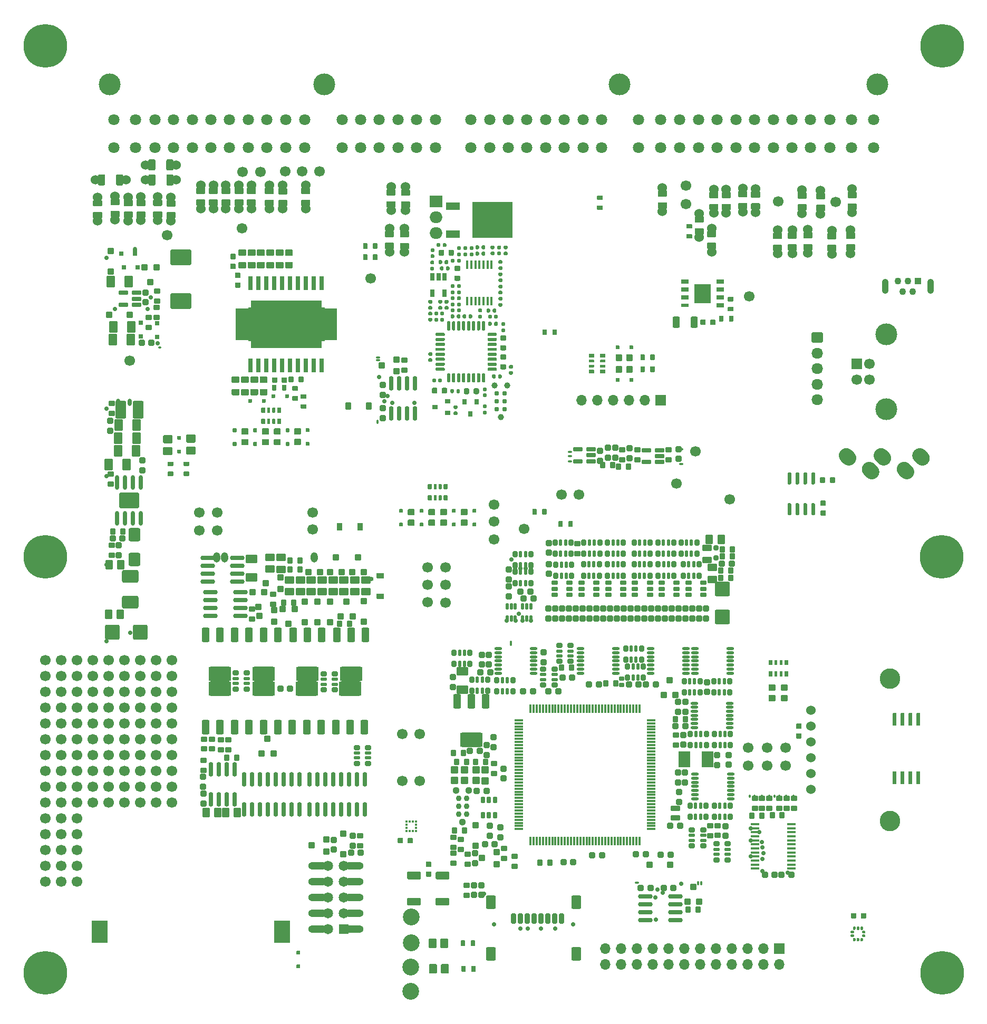
<source format=gts>
G75*
G70*
%OFA0B0*%
%FSLAX25Y25*%
%IPPOS*%
%LPD*%
%AMOC8*
5,1,8,0,0,1.08239X$1,22.5*
%
%AMM159*
21,1,0.033070,0.030710,-0.000000,0.000000,180.000000*
21,1,0.022050,0.041730,-0.000000,0.000000,180.000000*
1,1,0.011020,-0.011020,0.015350*
1,1,0.011020,0.011020,0.015350*
1,1,0.011020,0.011020,-0.015350*
1,1,0.011020,-0.011020,-0.015350*
%
%AMM164*
21,1,0.038980,0.026770,-0.000000,0.000000,0.000000*
21,1,0.026770,0.038980,-0.000000,0.000000,0.000000*
1,1,0.012210,0.013390,-0.013390*
1,1,0.012210,-0.013390,-0.013390*
1,1,0.012210,-0.013390,0.013390*
1,1,0.012210,0.013390,0.013390*
%
%AMM165*
21,1,0.033070,0.030710,-0.000000,0.000000,90.000000*
21,1,0.022050,0.041730,-0.000000,0.000000,90.000000*
1,1,0.011020,0.015350,0.011020*
1,1,0.011020,0.015350,-0.011020*
1,1,0.011020,-0.015350,-0.011020*
1,1,0.011020,-0.015350,0.011020*
%
%AMM166*
21,1,0.044880,0.049210,-0.000000,0.000000,180.000000*
21,1,0.031500,0.062600,-0.000000,0.000000,180.000000*
1,1,0.013390,-0.015750,0.024610*
1,1,0.013390,0.015750,0.024610*
1,1,0.013390,0.015750,-0.024610*
1,1,0.013390,-0.015750,-0.024610*
%
%AMM167*
21,1,0.038980,0.026770,-0.000000,0.000000,270.000000*
21,1,0.026770,0.038980,-0.000000,0.000000,270.000000*
1,1,0.012210,-0.013390,-0.013390*
1,1,0.012210,-0.013390,0.013390*
1,1,0.012210,0.013390,0.013390*
1,1,0.012210,0.013390,-0.013390*
%
%AMM186*
21,1,0.040950,0.050000,-0.000000,-0.000000,90.000000*
21,1,0.028350,0.062600,-0.000000,-0.000000,90.000000*
1,1,0.012600,0.025000,0.014170*
1,1,0.012600,0.025000,-0.014170*
1,1,0.012600,-0.025000,-0.014170*
1,1,0.012600,-0.025000,0.014170*
%
%AMM187*
21,1,0.092130,0.073230,-0.000000,-0.000000,90.000000*
21,1,0.069290,0.096060,-0.000000,-0.000000,90.000000*
1,1,0.022840,0.036610,0.034650*
1,1,0.022840,0.036610,-0.034650*
1,1,0.022840,-0.036610,-0.034650*
1,1,0.022840,-0.036610,0.034650*
%
%AMM188*
21,1,0.033070,0.030710,-0.000000,-0.000000,270.000000*
21,1,0.022050,0.041730,-0.000000,-0.000000,270.000000*
1,1,0.011020,-0.015350,-0.011020*
1,1,0.011020,-0.015350,0.011020*
1,1,0.011020,0.015350,0.011020*
1,1,0.011020,0.015350,-0.011020*
%
%AMM189*
21,1,0.044880,0.049210,-0.000000,-0.000000,0.000000*
21,1,0.031500,0.062600,-0.000000,-0.000000,0.000000*
1,1,0.013390,0.015750,-0.024610*
1,1,0.013390,-0.015750,-0.024610*
1,1,0.013390,-0.015750,0.024610*
1,1,0.013390,0.015750,0.024610*
%
%AMM190*
21,1,0.029130,0.030710,-0.000000,-0.000000,270.000000*
21,1,0.018900,0.040950,-0.000000,-0.000000,270.000000*
1,1,0.010240,-0.015350,-0.009450*
1,1,0.010240,-0.015350,0.009450*
1,1,0.010240,0.015350,0.009450*
1,1,0.010240,0.015350,-0.009450*
%
%AMM191*
21,1,0.031100,0.026380,-0.000000,-0.000000,180.000000*
21,1,0.020470,0.037010,-0.000000,-0.000000,180.000000*
1,1,0.010630,-0.010240,0.013190*
1,1,0.010630,0.010240,0.013190*
1,1,0.010630,0.010240,-0.013190*
1,1,0.010630,-0.010240,-0.013190*
%
%AMM192*
21,1,0.023230,0.027950,-0.000000,-0.000000,180.000000*
21,1,0.014170,0.037010,-0.000000,-0.000000,180.000000*
1,1,0.009060,-0.007090,0.013980*
1,1,0.009060,0.007090,0.013980*
1,1,0.009060,0.007090,-0.013980*
1,1,0.009060,-0.007090,-0.013980*
%
%AMM193*
21,1,0.038980,0.026770,-0.000000,-0.000000,90.000000*
21,1,0.026770,0.038980,-0.000000,-0.000000,90.000000*
1,1,0.012210,0.013390,0.013390*
1,1,0.012210,0.013390,-0.013390*
1,1,0.012210,-0.013390,-0.013390*
1,1,0.012210,-0.013390,0.013390*
%
%AMM194*
21,1,0.033070,0.030710,-0.000000,-0.000000,180.000000*
21,1,0.022050,0.041730,-0.000000,-0.000000,180.000000*
1,1,0.011020,-0.011020,0.015350*
1,1,0.011020,0.011020,0.015350*
1,1,0.011020,0.011020,-0.015350*
1,1,0.011020,-0.011020,-0.015350*
%
%AMM195*
21,1,0.044880,0.049210,-0.000000,-0.000000,270.000000*
21,1,0.031500,0.062600,-0.000000,-0.000000,270.000000*
1,1,0.013390,-0.024610,-0.015750*
1,1,0.013390,-0.024610,0.015750*
1,1,0.013390,0.024610,0.015750*
1,1,0.013390,0.024610,-0.015750*
%
%AMM196*
21,1,0.038980,0.026770,-0.000000,-0.000000,0.000000*
21,1,0.026770,0.038980,-0.000000,-0.000000,0.000000*
1,1,0.012210,0.013390,-0.013390*
1,1,0.012210,-0.013390,-0.013390*
1,1,0.012210,-0.013390,0.013390*
1,1,0.012210,0.013390,0.013390*
%
%AMM209*
21,1,0.038980,0.026770,-0.000000,-0.000000,180.000000*
21,1,0.026770,0.038980,-0.000000,-0.000000,180.000000*
1,1,0.012210,-0.013390,0.013390*
1,1,0.012210,0.013390,0.013390*
1,1,0.012210,0.013390,-0.013390*
1,1,0.012210,-0.013390,-0.013390*
%
%AMM210*
21,1,0.033070,0.030710,-0.000000,-0.000000,90.000000*
21,1,0.022050,0.041730,-0.000000,-0.000000,90.000000*
1,1,0.011020,0.015350,0.011020*
1,1,0.011020,0.015350,-0.011020*
1,1,0.011020,-0.015350,-0.011020*
1,1,0.011020,-0.015350,0.011020*
%
%AMM238*
21,1,0.076380,0.036220,-0.000000,0.000000,90.000000*
21,1,0.061810,0.050790,-0.000000,0.000000,90.000000*
1,1,0.014570,0.018110,0.030910*
1,1,0.014570,0.018110,-0.030910*
1,1,0.014570,-0.018110,-0.030910*
1,1,0.014570,-0.018110,0.030910*
%
%AMM239*
21,1,0.038980,0.026770,-0.000000,0.000000,180.000000*
21,1,0.026770,0.038980,-0.000000,0.000000,180.000000*
1,1,0.012210,-0.013390,0.013390*
1,1,0.012210,0.013390,0.013390*
1,1,0.012210,0.013390,-0.013390*
1,1,0.012210,-0.013390,-0.013390*
%
%AMM240*
21,1,0.033070,0.030710,-0.000000,0.000000,270.000000*
21,1,0.022050,0.041730,-0.000000,0.000000,270.000000*
1,1,0.011020,-0.015350,-0.011020*
1,1,0.011020,-0.015350,0.011020*
1,1,0.011020,0.015350,0.011020*
1,1,0.011020,0.015350,-0.011020*
%
%AMM285*
21,1,0.076380,0.036220,-0.000000,-0.000000,180.000000*
21,1,0.061810,0.050790,-0.000000,-0.000000,180.000000*
1,1,0.014570,-0.030910,0.018110*
1,1,0.014570,0.030910,0.018110*
1,1,0.014570,0.030910,-0.018110*
1,1,0.014570,-0.030910,-0.018110*
%
%AMM286*
21,1,0.038980,0.026770,-0.000000,-0.000000,270.000000*
21,1,0.026770,0.038980,-0.000000,-0.000000,270.000000*
1,1,0.012210,-0.013390,-0.013390*
1,1,0.012210,-0.013390,0.013390*
1,1,0.012210,0.013390,0.013390*
1,1,0.012210,0.013390,-0.013390*
%
%AMM287*
21,1,0.033070,0.030710,-0.000000,-0.000000,0.000000*
21,1,0.022050,0.041730,-0.000000,-0.000000,0.000000*
1,1,0.011020,0.011020,-0.015350*
1,1,0.011020,-0.011020,-0.015350*
1,1,0.011020,-0.011020,0.015350*
1,1,0.011020,0.011020,0.015350*
%
%AMM288*
21,1,0.015350,0.017720,-0.000000,-0.000000,0.000000*
21,1,0.000000,0.033070,-0.000000,-0.000000,0.000000*
1,1,0.015350,-0.000000,-0.008860*
1,1,0.015350,-0.000000,-0.008860*
1,1,0.015350,-0.000000,0.008860*
1,1,0.015350,-0.000000,0.008860*
%
%AMM289*
21,1,0.029130,0.030710,-0.000000,-0.000000,0.000000*
21,1,0.018900,0.040950,-0.000000,-0.000000,0.000000*
1,1,0.010240,0.009450,-0.015350*
1,1,0.010240,-0.009450,-0.015350*
1,1,0.010240,-0.009450,0.015350*
1,1,0.010240,0.009450,0.015350*
%
%AMM290*
21,1,0.033070,0.018900,-0.000000,-0.000000,0.000000*
21,1,0.022840,0.029130,-0.000000,-0.000000,0.000000*
1,1,0.010240,0.011420,-0.009450*
1,1,0.010240,-0.011420,-0.009450*
1,1,0.010240,-0.011420,0.009450*
1,1,0.010240,0.011420,0.009450*
%
%AMM291*
21,1,0.143310,0.067720,-0.000000,-0.000000,180.000000*
21,1,0.120870,0.090160,-0.000000,-0.000000,180.000000*
1,1,0.022440,-0.060430,0.033860*
1,1,0.022440,0.060430,0.033860*
1,1,0.022440,0.060430,-0.033860*
1,1,0.022440,-0.060430,-0.033860*
%
%AMM292*
21,1,0.048820,0.075980,-0.000000,-0.000000,180.000000*
21,1,0.034650,0.090160,-0.000000,-0.000000,180.000000*
1,1,0.014170,-0.017320,0.037990*
1,1,0.014170,0.017320,0.037990*
1,1,0.014170,0.017320,-0.037990*
1,1,0.014170,-0.017320,-0.037990*
%
%AMM293*
21,1,0.048820,0.075990,-0.000000,-0.000000,180.000000*
21,1,0.034650,0.090160,-0.000000,-0.000000,180.000000*
1,1,0.014170,-0.017320,0.037990*
1,1,0.014170,0.017320,0.037990*
1,1,0.014170,0.017320,-0.037990*
1,1,0.014170,-0.017320,-0.037990*
%
%AMM294*
21,1,0.044880,0.035430,-0.000000,-0.000000,90.000000*
21,1,0.031500,0.048820,-0.000000,-0.000000,90.000000*
1,1,0.013390,0.017720,0.015750*
1,1,0.013390,0.017720,-0.015750*
1,1,0.013390,-0.017720,-0.015750*
1,1,0.013390,-0.017720,0.015750*
%
%AMM295*
21,1,0.040950,0.030320,-0.000000,-0.000000,90.000000*
21,1,0.028350,0.042910,-0.000000,-0.000000,90.000000*
1,1,0.012600,0.015160,0.014170*
1,1,0.012600,0.015160,-0.014170*
1,1,0.012600,-0.015160,-0.014170*
1,1,0.012600,-0.015160,0.014170*
%
%AMM296*
21,1,0.041340,0.026770,-0.000000,-0.000000,90.000000*
21,1,0.029130,0.038980,-0.000000,-0.000000,90.000000*
1,1,0.012210,0.013390,0.014570*
1,1,0.012210,0.013390,-0.014570*
1,1,0.012210,-0.013390,-0.014570*
1,1,0.012210,-0.013390,0.014570*
%
%AMM297*
21,1,0.040950,0.030320,-0.000000,-0.000000,0.000000*
21,1,0.028350,0.042910,-0.000000,-0.000000,0.000000*
1,1,0.012600,0.014170,-0.015160*
1,1,0.012600,-0.014170,-0.015160*
1,1,0.012600,-0.014170,0.015160*
1,1,0.012600,0.014170,0.015160*
%
%AMM298*
21,1,0.031100,0.026380,-0.000000,-0.000000,90.000000*
21,1,0.020470,0.037010,-0.000000,-0.000000,90.000000*
1,1,0.010630,0.013190,0.010240*
1,1,0.010630,0.013190,-0.010240*
1,1,0.010630,-0.013190,-0.010240*
1,1,0.010630,-0.013190,0.010240*
%
%AMM299*
21,1,0.023230,0.027950,-0.000000,-0.000000,90.000000*
21,1,0.014170,0.037010,-0.000000,-0.000000,90.000000*
1,1,0.009060,0.013980,0.007090*
1,1,0.009060,0.013980,-0.007090*
1,1,0.009060,-0.013980,-0.007090*
1,1,0.009060,-0.013980,0.007090*
%
%AMM300*
21,1,0.033070,0.049610,-0.000000,-0.000000,90.000000*
21,1,0.022050,0.060630,-0.000000,-0.000000,90.000000*
1,1,0.011020,0.024800,0.011020*
1,1,0.011020,0.024800,-0.011020*
1,1,0.011020,-0.024800,-0.011020*
1,1,0.011020,-0.024800,0.011020*
%
%AMM301*
21,1,0.041340,0.026770,-0.000000,-0.000000,0.000000*
21,1,0.029130,0.038980,-0.000000,-0.000000,0.000000*
1,1,0.012210,0.014570,-0.013390*
1,1,0.012210,-0.014570,-0.013390*
1,1,0.012210,-0.014570,0.013390*
1,1,0.012210,0.014570,0.013390*
%
%AMM315*
21,1,0.040950,0.030320,-0.000000,0.000000,90.000000*
21,1,0.028350,0.042910,-0.000000,0.000000,90.000000*
1,1,0.012600,0.015160,0.014170*
1,1,0.012600,0.015160,-0.014170*
1,1,0.012600,-0.015160,-0.014170*
1,1,0.012600,-0.015160,0.014170*
%
%AMM319*
21,1,0.031100,0.026380,-0.000000,0.000000,180.000000*
21,1,0.020470,0.037010,-0.000000,0.000000,180.000000*
1,1,0.010630,-0.010240,0.013190*
1,1,0.010630,0.010240,0.013190*
1,1,0.010630,0.010240,-0.013190*
1,1,0.010630,-0.010240,-0.013190*
%
%AMM320*
21,1,0.023230,0.027950,-0.000000,0.000000,180.000000*
21,1,0.014170,0.037010,-0.000000,0.000000,180.000000*
1,1,0.009060,-0.007090,0.013980*
1,1,0.009060,0.007090,0.013980*
1,1,0.009060,0.007090,-0.013980*
1,1,0.009060,-0.007090,-0.013980*
%
%AMM321*
21,1,0.041340,0.026770,-0.000000,0.000000,180.000000*
21,1,0.029130,0.038980,-0.000000,0.000000,180.000000*
1,1,0.012210,-0.014570,0.013390*
1,1,0.012210,0.014570,0.013390*
1,1,0.012210,0.014570,-0.013390*
1,1,0.012210,-0.014570,-0.013390*
%
%AMM333*
21,1,0.040950,0.030320,-0.000000,-0.000000,180.000000*
21,1,0.028350,0.042910,-0.000000,-0.000000,180.000000*
1,1,0.012600,-0.014170,0.015160*
1,1,0.012600,0.014170,0.015160*
1,1,0.012600,0.014170,-0.015160*
1,1,0.012600,-0.014170,-0.015160*
%
%AMM334*
21,1,0.048820,0.075980,-0.000000,-0.000000,0.000000*
21,1,0.034650,0.090160,-0.000000,-0.000000,0.000000*
1,1,0.014170,0.017320,-0.037990*
1,1,0.014170,-0.017320,-0.037990*
1,1,0.014170,-0.017320,0.037990*
1,1,0.014170,0.017320,0.037990*
%
%AMM335*
21,1,0.048820,0.075990,-0.000000,-0.000000,0.000000*
21,1,0.034650,0.090160,-0.000000,-0.000000,0.000000*
1,1,0.014170,0.017320,-0.037990*
1,1,0.014170,-0.017320,-0.037990*
1,1,0.014170,-0.017320,0.037990*
1,1,0.014170,0.017320,0.037990*
%
%AMM336*
21,1,0.143310,0.067720,-0.000000,-0.000000,0.000000*
21,1,0.120870,0.090160,-0.000000,-0.000000,0.000000*
1,1,0.022440,0.060430,-0.033860*
1,1,0.022440,-0.060430,-0.033860*
1,1,0.022440,-0.060430,0.033860*
1,1,0.022440,0.060430,0.033860*
%
%AMM337*
21,1,0.031100,0.026380,-0.000000,-0.000000,270.000000*
21,1,0.020470,0.037010,-0.000000,-0.000000,270.000000*
1,1,0.010630,-0.013190,-0.010240*
1,1,0.010630,-0.013190,0.010240*
1,1,0.010630,0.013190,0.010240*
1,1,0.010630,0.013190,-0.010240*
%
%AMM338*
21,1,0.023230,0.027950,-0.000000,-0.000000,270.000000*
21,1,0.014170,0.037010,-0.000000,-0.000000,270.000000*
1,1,0.009060,-0.013980,-0.007090*
1,1,0.009060,-0.013980,0.007090*
1,1,0.009060,0.013980,0.007090*
1,1,0.009060,0.013980,-0.007090*
%
%AMM339*
21,1,0.041340,0.026770,-0.000000,-0.000000,270.000000*
21,1,0.029130,0.038980,-0.000000,-0.000000,270.000000*
1,1,0.012210,-0.013390,-0.014570*
1,1,0.012210,-0.013390,0.014570*
1,1,0.012210,0.013390,0.014570*
1,1,0.012210,0.013390,-0.014570*
%
%AMM34*
21,1,0.033070,0.030710,0.000000,0.000000,270.000000*
21,1,0.022050,0.041730,0.000000,0.000000,270.000000*
1,1,0.011020,-0.015350,-0.011020*
1,1,0.011020,-0.015350,0.011020*
1,1,0.011020,0.015350,0.011020*
1,1,0.011020,0.015350,-0.011020*
%
%AMM342*
21,1,0.018110,0.028980,-0.000000,0.000000,0.000000*
21,1,0.010080,0.037010,-0.000000,0.000000,0.000000*
1,1,0.008030,0.005040,-0.014490*
1,1,0.008030,-0.005040,-0.014490*
1,1,0.008030,-0.005040,0.014490*
1,1,0.008030,0.005040,0.014490*
%
%AMM350*
21,1,0.041340,0.026770,-0.000000,0.000000,90.000000*
21,1,0.029130,0.038980,-0.000000,0.000000,90.000000*
1,1,0.012210,0.013390,0.014570*
1,1,0.012210,0.013390,-0.014570*
1,1,0.012210,-0.013390,-0.014570*
1,1,0.012210,-0.013390,0.014570*
%
%AMM358*
21,1,0.040950,0.030320,0.000000,-0.000000,90.000000*
21,1,0.028350,0.042910,0.000000,-0.000000,90.000000*
1,1,0.012600,0.015160,0.014170*
1,1,0.012600,0.015160,-0.014170*
1,1,0.012600,-0.015160,-0.014170*
1,1,0.012600,-0.015160,0.014170*
%
%AMM359*
21,1,0.038980,0.026770,0.000000,-0.000000,270.000000*
21,1,0.026770,0.038980,0.000000,-0.000000,270.000000*
1,1,0.012210,-0.013390,-0.013390*
1,1,0.012210,-0.013390,0.013390*
1,1,0.012210,0.013390,0.013390*
1,1,0.012210,0.013390,-0.013390*
%
%AMM360*
21,1,0.033070,0.030710,0.000000,-0.000000,90.000000*
21,1,0.022050,0.041730,0.000000,-0.000000,90.000000*
1,1,0.011020,0.015350,0.011020*
1,1,0.011020,0.015350,-0.011020*
1,1,0.011020,-0.015350,-0.011020*
1,1,0.011020,-0.015350,0.011020*
%
%AMM364*
21,1,0.027170,0.052760,-0.000000,-0.000000,90.000000*
21,1,0.017320,0.062600,-0.000000,-0.000000,90.000000*
1,1,0.009840,0.026380,0.008660*
1,1,0.009840,0.026380,-0.008660*
1,1,0.009840,-0.026380,-0.008660*
1,1,0.009840,-0.026380,0.008660*
%
%AMM371*
21,1,0.040950,0.030320,-0.000000,0.000000,180.000000*
21,1,0.028350,0.042910,-0.000000,0.000000,180.000000*
1,1,0.012600,-0.014170,0.015160*
1,1,0.012600,0.014170,0.015160*
1,1,0.012600,0.014170,-0.015160*
1,1,0.012600,-0.014170,-0.015160*
%
%AMM372*
21,1,0.027170,0.052760,-0.000000,0.000000,90.000000*
21,1,0.017320,0.062600,-0.000000,0.000000,90.000000*
1,1,0.009840,0.026380,0.008660*
1,1,0.009840,0.026380,-0.008660*
1,1,0.009840,-0.026380,-0.008660*
1,1,0.009840,-0.026380,0.008660*
%
%AMM373*
21,1,0.100000,0.111020,-0.000000,0.000000,270.000000*
21,1,0.075590,0.135430,-0.000000,0.000000,270.000000*
1,1,0.024410,-0.055510,-0.037800*
1,1,0.024410,-0.055510,0.037800*
1,1,0.024410,0.055510,0.037800*
1,1,0.024410,0.055510,-0.037800*
%
%AMM374*
21,1,0.029130,0.018900,-0.000000,0.000000,0.000000*
21,1,0.018900,0.029130,-0.000000,0.000000,0.000000*
1,1,0.010240,0.009450,-0.009450*
1,1,0.010240,-0.009450,-0.009450*
1,1,0.010240,-0.009450,0.009450*
1,1,0.010240,0.009450,0.009450*
%
%AMM375*
21,1,0.029130,0.018900,-0.000000,0.000000,270.000000*
21,1,0.018900,0.029130,-0.000000,0.000000,270.000000*
1,1,0.010240,-0.009450,-0.009450*
1,1,0.010240,-0.009450,0.009450*
1,1,0.010240,0.009450,0.009450*
1,1,0.010240,0.009450,-0.009450*
%
%AMM382*
21,1,0.111810,0.050390,-0.000000,0.000000,90.000000*
21,1,0.093700,0.068500,-0.000000,0.000000,90.000000*
1,1,0.018110,0.025200,0.046850*
1,1,0.018110,0.025200,-0.046850*
1,1,0.018110,-0.025200,-0.046850*
1,1,0.018110,-0.025200,0.046850*
%
%AMM383*
21,1,0.080320,0.083460,-0.000000,0.000000,270.000000*
21,1,0.059840,0.103940,-0.000000,0.000000,270.000000*
1,1,0.020470,-0.041730,-0.029920*
1,1,0.020470,-0.041730,0.029920*
1,1,0.020470,0.041730,0.029920*
1,1,0.020470,0.041730,-0.029920*
%
%AMM384*
21,1,0.127560,0.075590,-0.000000,0.000000,0.000000*
21,1,0.103150,0.100000,-0.000000,0.000000,0.000000*
1,1,0.024410,0.051580,-0.037800*
1,1,0.024410,-0.051580,-0.037800*
1,1,0.024410,-0.051580,0.037800*
1,1,0.024410,0.051580,0.037800*
%
%AMM385*
21,1,0.084250,0.053540,-0.000000,0.000000,270.000000*
21,1,0.065350,0.072440,-0.000000,0.000000,270.000000*
1,1,0.018900,-0.026770,-0.032680*
1,1,0.018900,-0.026770,0.032680*
1,1,0.018900,0.026770,0.032680*
1,1,0.018900,0.026770,-0.032680*
%
%AMM386*
21,1,0.076380,0.036220,-0.000000,0.000000,270.000000*
21,1,0.061810,0.050790,-0.000000,0.000000,270.000000*
1,1,0.014570,-0.018110,-0.030910*
1,1,0.014570,-0.018110,0.030910*
1,1,0.014570,0.018110,0.030910*
1,1,0.014570,0.018110,-0.030910*
%
%AMM387*
21,1,0.092130,0.073230,-0.000000,0.000000,180.000000*
21,1,0.069290,0.096060,-0.000000,0.000000,180.000000*
1,1,0.022840,-0.034650,0.036610*
1,1,0.022840,0.034650,0.036610*
1,1,0.022840,0.034650,-0.036610*
1,1,0.022840,-0.034650,-0.036610*
%
%AMM63*
21,1,0.038980,0.026770,0.000000,0.000000,90.000000*
21,1,0.026770,0.038980,0.000000,0.000000,90.000000*
1,1,0.012210,0.013390,0.013390*
1,1,0.012210,0.013390,-0.013390*
1,1,0.012210,-0.013390,-0.013390*
1,1,0.012210,-0.013390,0.013390*
%
%AMM84*
21,1,0.084250,0.045670,0.000000,0.000000,270.000000*
21,1,0.067320,0.062600,0.000000,0.000000,270.000000*
1,1,0.016930,-0.022840,-0.033660*
1,1,0.016930,-0.022840,0.033660*
1,1,0.016930,0.022840,0.033660*
1,1,0.016930,0.022840,-0.033660*
%
%AMM85*
21,1,0.064570,0.020470,0.000000,0.000000,270.000000*
21,1,0.053940,0.031100,0.000000,0.000000,270.000000*
1,1,0.010630,-0.010240,-0.026970*
1,1,0.010630,-0.010240,0.026970*
1,1,0.010630,0.010240,0.026970*
1,1,0.010630,0.010240,-0.026970*
%
%ADD103C,0.00039*%
%ADD149C,0.03701*%
%ADD168O,0.01339X0.02126*%
%ADD169O,0.05512X0.01535*%
%ADD17C,0.02362*%
%ADD171M34*%
%ADD172C,0.02913*%
%ADD18O,0.01969X0.00984*%
%ADD19C,0.06000*%
%ADD20C,0.06693*%
%ADD205C,0.03100*%
%ADD206C,0.03900*%
%ADD208M63*%
%ADD21R,0.06693X0.06693*%
%ADD212O,0.05669X0.01417*%
%ADD213O,0.01417X0.05669*%
%ADD218O,0.04882X0.01732*%
%ADD22O,0.06693X0.06693*%
%ADD221R,0.07244X0.10000*%
%ADD226C,0.03651*%
%ADD229C,0.04451*%
%ADD23C,0.10630*%
%ADD241M84*%
%ADD242M85*%
%ADD255C,0.05118*%
%ADD257O,0.04488X0.06457*%
%ADD258O,0.03701X0.02913*%
%ADD264O,0.02913X0.09213*%
%ADD265O,0.09213X0.02913*%
%ADD290C,0.06457*%
%ADD291R,0.06457X0.06457*%
%ADD297O,0.02520X0.01535*%
%ADD298O,0.01535X0.02520*%
%ADD317O,0.04488X0.02520*%
%ADD33O,0.03937X0.05906*%
%ADD34O,0.03150X0.02362*%
%ADD342O,0.02520X0.04488*%
%ADD345R,0.03543X0.03150*%
%ADD348R,0.03150X0.03543*%
%ADD35C,0.13780*%
%ADD36C,0.07087*%
%ADD37R,0.04331X0.04331*%
%ADD378M159*%
%ADD38C,0.04331*%
%ADD383M164*%
%ADD384M165*%
%ADD385M166*%
%ADD386M167*%
%ADD39O,0.04331X0.09449*%
%ADD40O,0.00984X0.01969*%
%ADD405M186*%
%ADD406M187*%
%ADD407M188*%
%ADD408M189*%
%ADD409M190*%
%ADD410M191*%
%ADD411M192*%
%ADD412M193*%
%ADD413M194*%
%ADD414M195*%
%ADD415M196*%
%ADD432M209*%
%ADD433M210*%
%ADD45C,0.13000*%
%ADD463M238*%
%ADD464M239*%
%ADD465M240*%
%ADD50C,0.27559*%
%ADD51R,0.01476X0.01378*%
%ADD512M285*%
%ADD513M286*%
%ADD514M287*%
%ADD515M288*%
%ADD516M289*%
%ADD517M290*%
%ADD518M291*%
%ADD519M292*%
%ADD52R,0.01378X0.01476*%
%ADD520M293*%
%ADD521M294*%
%ADD522M295*%
%ADD523M296*%
%ADD524M297*%
%ADD525M298*%
%ADD526M299*%
%ADD527M300*%
%ADD528M301*%
%ADD53R,0.10236X0.14173*%
%ADD54O,0.01969X0.03937*%
%ADD552M315*%
%ADD557M319*%
%ADD558M320*%
%ADD559M321*%
%ADD57O,0.01969X0.00787*%
%ADD575M333*%
%ADD576M334*%
%ADD577M335*%
%ADD578M336*%
%ADD579M337*%
%ADD580M338*%
%ADD581M339*%
%ADD584M342*%
%ADD593O,0.11772X0.04567*%
%ADD594M350*%
%ADD602M358*%
%ADD603M359*%
%ADD604M360*%
%ADD608M364*%
%ADD618M371*%
%ADD619M372*%
%ADD620O,0.02520X0.01339*%
%ADD621M373*%
%ADD622M374*%
%ADD623M375*%
%ADD633M382*%
%ADD634M383*%
%ADD635O,0.02520X0.09213*%
%ADD636M384*%
%ADD637M385*%
%ADD638M386*%
%ADD639M387*%
%ADD640R,0.08661X0.04724*%
%ADD641R,0.25197X0.22835*%
%ADD642R,0.01772X0.05709*%
%ADD643R,0.02559X0.04803*%
%ADD644R,0.07874X0.07500*%
%ADD645O,0.07874X0.07500*%
%ADD74R,0.05157X0.02559*%
%ADD75R,0.05157X0.02362*%
%ADD76R,0.05217X0.05906*%
%ADD79O,0.00787X0.01575*%
%ADD86R,0.03150X0.08661*%
%ADD87R,0.08000X0.20000*%
%ADD88R,0.45000X0.30000*%
%ADD89O,0.07283X0.06693*%
X0000000Y0000000D02*
%LPD*%
G01*
D103*
X0194378Y0440539D02*
X0195955Y0440539D01*
X0195955Y0440539D02*
X0195955Y0419728D01*
X0195955Y0419728D02*
X0194378Y0419728D01*
X0194378Y0419728D02*
X0194378Y0440539D01*
G36*
X0195955Y0419728D02*
G01*
X0194378Y0419728D01*
X0194378Y0440539D01*
X0195955Y0440539D01*
X0195955Y0419728D01*
G37*
X0195955Y0419728D02*
X0194378Y0419728D01*
X0194378Y0440539D01*
X0195955Y0440539D01*
X0195955Y0419728D01*
X0147908Y0440539D02*
X0149555Y0440539D01*
X0149555Y0440539D02*
X0149555Y0419718D01*
X0149555Y0419718D02*
X0147908Y0419718D01*
X0147908Y0419718D02*
X0147908Y0440539D01*
G36*
X0149555Y0419718D02*
G01*
X0147908Y0419718D01*
X0147908Y0440539D01*
X0149555Y0440539D01*
X0149555Y0419718D01*
G37*
X0149555Y0419718D02*
X0147908Y0419718D01*
X0147908Y0440539D01*
X0149555Y0440539D01*
X0149555Y0419718D01*
D17*
X0297120Y0070059D03*
X0303321Y0050748D03*
X0353337Y0050784D03*
X0319955Y0048110D03*
X0324581Y0048110D03*
X0333144Y0048110D03*
X0341904Y0048110D03*
D18*
X0351423Y0343184D03*
X0351423Y0346629D03*
X0351423Y0349385D03*
X0421600Y0351156D03*
X0421600Y0341708D03*
G36*
G01*
X0229613Y0473919D02*
X0229613Y0470848D01*
G75*
G02*
X0229337Y0470572I-000276J0000000D01*
G01*
X0227133Y0470572D01*
G75*
G02*
X0226857Y0470848I0000000J0000276D01*
G01*
X0226857Y0473919D01*
G75*
G02*
X0227133Y0474194I0000276J0000000D01*
G01*
X0229337Y0474194D01*
G75*
G02*
X0229613Y0473919I0000000J-000276D01*
G01*
G37*
G36*
G01*
X0223314Y0473919D02*
X0223314Y0470848D01*
G75*
G02*
X0223038Y0470572I-000276J0000000D01*
G01*
X0220833Y0470572D01*
G75*
G02*
X0220558Y0470848I0000000J0000276D01*
G01*
X0220558Y0473919D01*
G75*
G02*
X0220833Y0474194I0000276J0000000D01*
G01*
X0223038Y0474194D01*
G75*
G02*
X0223314Y0473919I0000000J-000276D01*
G01*
G37*
G36*
G01*
X0239711Y0477580D02*
X0234790Y0477580D01*
G75*
G02*
X0234396Y0477974I0000000J0000394D01*
G01*
X0234396Y0481123D01*
G75*
G02*
X0234790Y0481517I0000394J0000000D01*
G01*
X0239711Y0481517D01*
G75*
G02*
X0240105Y0481123I0000000J-000394D01*
G01*
X0240105Y0477974D01*
G75*
G02*
X0239711Y0477580I-000394J0000000D01*
G01*
G37*
D19*
X0237251Y0475789D03*
G36*
G01*
X0239711Y0485060D02*
X0234790Y0485060D01*
G75*
G02*
X0234396Y0485454I0000000J0000394D01*
G01*
X0234396Y0488604D01*
G75*
G02*
X0234790Y0488997I0000394J0000000D01*
G01*
X0239711Y0488997D01*
G75*
G02*
X0240105Y0488604I0000000J-000394D01*
G01*
X0240105Y0485454D01*
G75*
G02*
X0239711Y0485060I-000394J0000000D01*
G01*
G37*
X0237251Y0490789D03*
G36*
G01*
X0152467Y0504942D02*
X0147546Y0504942D01*
G75*
G02*
X0147152Y0505336I0000000J0000394D01*
G01*
X0147152Y0508486D01*
G75*
G02*
X0147546Y0508879I0000394J0000000D01*
G01*
X0152467Y0508879D01*
G75*
G02*
X0152861Y0508486I0000000J-000394D01*
G01*
X0152861Y0505336D01*
G75*
G02*
X0152467Y0504942I-000394J0000000D01*
G01*
G37*
X0150007Y0503151D03*
G36*
G01*
X0152467Y0512423D02*
X0147546Y0512423D01*
G75*
G02*
X0147152Y0512816I0000000J0000394D01*
G01*
X0147152Y0515966D01*
G75*
G02*
X0147546Y0516360I0000394J0000000D01*
G01*
X0152467Y0516360D01*
G75*
G02*
X0152861Y0515966I0000000J-000394D01*
G01*
X0152861Y0512816D01*
G75*
G02*
X0152467Y0512423I-000394J0000000D01*
G01*
G37*
X0150007Y0518151D03*
D20*
X0245285Y0141379D03*
X0245285Y0170915D03*
G36*
G01*
X0097283Y0343159D02*
X0100354Y0343159D01*
G75*
G02*
X0100630Y0342884I0000000J-000276D01*
G01*
X0100630Y0340679D01*
G75*
G02*
X0100354Y0340404I-000276J0000000D01*
G01*
X0097283Y0340404D01*
G75*
G02*
X0097008Y0340679I0000000J0000276D01*
G01*
X0097008Y0342884D01*
G75*
G02*
X0097283Y0343159I0000276J0000000D01*
G01*
G37*
G36*
G01*
X0097283Y0336860D02*
X0100354Y0336860D01*
G75*
G02*
X0100630Y0336585I0000000J-000276D01*
G01*
X0100630Y0334380D01*
G75*
G02*
X0100354Y0334104I-000276J0000000D01*
G01*
X0097283Y0334104D01*
G75*
G02*
X0097008Y0334380I0000000J0000276D01*
G01*
X0097008Y0336585D01*
G75*
G02*
X0097283Y0336860I0000276J0000000D01*
G01*
G37*
D21*
X0408865Y0381911D03*
D22*
X0398865Y0381911D03*
X0388865Y0381911D03*
X0378865Y0381911D03*
X0368865Y0381911D03*
X0358865Y0381911D03*
G36*
G01*
X0445597Y0432068D02*
X0445597Y0435139D01*
G75*
G02*
X0445873Y0435415I0000276J0000000D01*
G01*
X0448077Y0435415D01*
G75*
G02*
X0448353Y0435139I0000000J-000276D01*
G01*
X0448353Y0432068D01*
G75*
G02*
X0448077Y0431793I-000276J0000000D01*
G01*
X0445873Y0431793D01*
G75*
G02*
X0445597Y0432068I0000000J0000276D01*
G01*
G37*
G36*
G01*
X0451896Y0432068D02*
X0451896Y0435139D01*
G75*
G02*
X0452172Y0435415I0000276J0000000D01*
G01*
X0454377Y0435415D01*
G75*
G02*
X0454652Y0435139I0000000J-000276D01*
G01*
X0454652Y0432068D01*
G75*
G02*
X0454377Y0431793I-000276J0000000D01*
G01*
X0452172Y0431793D01*
G75*
G02*
X0451896Y0432068I0000000J0000276D01*
G01*
G37*
D20*
X0144455Y0526360D03*
D23*
X0250865Y0008410D03*
G36*
G01*
X0242507Y0102226D02*
X0242507Y0104903D01*
G75*
G02*
X0242841Y0105238I0000335J0000000D01*
G01*
X0245518Y0105238D01*
G75*
G02*
X0245853Y0104903I0000000J-000335D01*
G01*
X0245853Y0102226D01*
G75*
G02*
X0245518Y0101891I-000335J0000000D01*
G01*
X0242841Y0101891D01*
G75*
G02*
X0242507Y0102226I0000000J0000335D01*
G01*
G37*
G36*
G01*
X0248727Y0102226D02*
X0248727Y0104903D01*
G75*
G02*
X0249062Y0105238I0000335J0000000D01*
G01*
X0251739Y0105238D01*
G75*
G02*
X0252074Y0104903I0000000J-000335D01*
G01*
X0252074Y0102226D01*
G75*
G02*
X0251739Y0101891I-000335J0000000D01*
G01*
X0249062Y0101891D01*
G75*
G02*
X0248727Y0102226I0000000J0000335D01*
G01*
G37*
D20*
X0079567Y0177549D03*
X0079567Y0187549D03*
X0079567Y0197549D03*
X0079567Y0207549D03*
X0079567Y0217549D03*
X0089567Y0177549D03*
X0089567Y0187549D03*
X0089567Y0197549D03*
X0089567Y0207549D03*
X0089567Y0217549D03*
X0099567Y0177549D03*
X0099567Y0187549D03*
X0099567Y0197549D03*
X0099567Y0207549D03*
X0099567Y0217549D03*
G36*
G01*
X0176109Y0390848D02*
X0179180Y0390848D01*
G75*
G02*
X0179455Y0390572I0000000J-000276D01*
G01*
X0179455Y0388367D01*
G75*
G02*
X0179180Y0388092I-000276J0000000D01*
G01*
X0176109Y0388092D01*
G75*
G02*
X0175833Y0388367I0000000J0000276D01*
G01*
X0175833Y0390572D01*
G75*
G02*
X0176109Y0390848I0000276J0000000D01*
G01*
G37*
G36*
G01*
X0176109Y0384549D02*
X0179180Y0384549D01*
G75*
G02*
X0179455Y0384273I0000000J-000276D01*
G01*
X0179455Y0382068D01*
G75*
G02*
X0179180Y0381793I-000276J0000000D01*
G01*
X0176109Y0381793D01*
G75*
G02*
X0175833Y0382068I0000000J0000276D01*
G01*
X0175833Y0384273D01*
G75*
G02*
X0176109Y0384549I0000276J0000000D01*
G01*
G37*
X0225243Y0459037D03*
X0096857Y0486241D03*
G36*
G01*
X0428314Y0484273D02*
X0425243Y0484273D01*
G75*
G02*
X0424967Y0484549I0000000J0000276D01*
G01*
X0424967Y0486753D01*
G75*
G02*
X0425243Y0487029I0000276J0000000D01*
G01*
X0428314Y0487029D01*
G75*
G02*
X0428589Y0486753I0000000J-000276D01*
G01*
X0428589Y0484549D01*
G75*
G02*
X0428314Y0484273I-000276J0000000D01*
G01*
G37*
G36*
G01*
X0428314Y0490572D02*
X0425243Y0490572D01*
G75*
G02*
X0424967Y0490848I0000000J0000276D01*
G01*
X0424967Y0493053D01*
G75*
G02*
X0425243Y0493328I0000276J0000000D01*
G01*
X0428314Y0493328D01*
G75*
G02*
X0428589Y0493053I0000000J-000276D01*
G01*
X0428589Y0490848D01*
G75*
G02*
X0428314Y0490572I-000276J0000000D01*
G01*
G37*
X0116936Y0311045D03*
X0049567Y0127549D03*
X0049567Y0137549D03*
X0049567Y0147549D03*
X0049567Y0157549D03*
X0049567Y0167549D03*
X0059567Y0127549D03*
X0059567Y0137549D03*
X0059567Y0147549D03*
X0059567Y0157549D03*
X0059567Y0167549D03*
X0069567Y0127549D03*
X0069567Y0137549D03*
X0069567Y0147549D03*
X0069567Y0157549D03*
X0069567Y0167549D03*
D33*
X0128185Y0282748D03*
X0133130Y0282748D03*
X0189724Y0282748D03*
D34*
X0225374Y0268983D03*
G36*
G01*
X0120381Y0504942D02*
X0115459Y0504942D01*
G75*
G02*
X0115066Y0505336I0000000J0000394D01*
G01*
X0115066Y0508486D01*
G75*
G02*
X0115459Y0508879I0000394J0000000D01*
G01*
X0120381Y0508879D01*
G75*
G02*
X0120774Y0508486I0000000J-000394D01*
G01*
X0120774Y0505336D01*
G75*
G02*
X0120381Y0504942I-000394J0000000D01*
G01*
G37*
D19*
X0117920Y0503151D03*
G36*
G01*
X0120381Y0512423D02*
X0115459Y0512423D01*
G75*
G02*
X0115066Y0512816I0000000J0000394D01*
G01*
X0115066Y0515966D01*
G75*
G02*
X0115459Y0516360I0000394J0000000D01*
G01*
X0120381Y0516360D01*
G75*
G02*
X0120774Y0515966I0000000J-000394D01*
G01*
X0120774Y0512816D01*
G75*
G02*
X0120381Y0512423I-000394J0000000D01*
G01*
G37*
X0117920Y0518151D03*
G36*
G01*
X0267347Y0025001D02*
X0267347Y0020119D01*
G75*
G02*
X0266835Y0019608I-000512J0000000D01*
G01*
X0262740Y0019608D01*
G75*
G02*
X0262228Y0020119I0000000J0000512D01*
G01*
X0262228Y0025001D01*
G75*
G02*
X0262740Y0025513I0000512J0000000D01*
G01*
X0266835Y0025513D01*
G75*
G02*
X0267347Y0025001I0000000J-000512D01*
G01*
G37*
G36*
G01*
X0274827Y0025001D02*
X0274827Y0020119D01*
G75*
G02*
X0274315Y0019608I-000512J0000000D01*
G01*
X0270221Y0019608D01*
G75*
G02*
X0269709Y0020119I0000000J0000512D01*
G01*
X0269709Y0025001D01*
G75*
G02*
X0270221Y0025513I0000512J0000000D01*
G01*
X0274315Y0025513D01*
G75*
G02*
X0274827Y0025001I0000000J-000512D01*
G01*
G37*
D20*
X0272841Y0254155D03*
D19*
X0442329Y0500395D03*
G36*
G01*
X0444790Y0502186D02*
X0439869Y0502186D01*
G75*
G02*
X0439475Y0502580I0000000J0000394D01*
G01*
X0439475Y0505730D01*
G75*
G02*
X0439869Y0506123I0000394J0000000D01*
G01*
X0444790Y0506123D01*
G75*
G02*
X0445184Y0505730I0000000J-000394D01*
G01*
X0445184Y0502580D01*
G75*
G02*
X0444790Y0502186I-000394J0000000D01*
G01*
G37*
G36*
G01*
X0444790Y0509667D02*
X0439869Y0509667D01*
G75*
G02*
X0439475Y0510060I0000000J0000394D01*
G01*
X0439475Y0513210D01*
G75*
G02*
X0439869Y0513604I0000394J0000000D01*
G01*
X0444790Y0513604D01*
G75*
G02*
X0445184Y0513210I0000000J-000394D01*
G01*
X0445184Y0510060D01*
G75*
G02*
X0444790Y0509667I-000394J0000000D01*
G01*
G37*
X0442329Y0515395D03*
G36*
G01*
X0245716Y0312977D02*
X0245716Y0311087D01*
G75*
G02*
X0245480Y0310851I-000236J0000000D01*
G01*
X0243590Y0310851D01*
G75*
G02*
X0243354Y0311087I0000000J0000236D01*
G01*
X0243354Y0312977D01*
G75*
G02*
X0243590Y0313213I0000236J0000000D01*
G01*
X0245480Y0313213D01*
G75*
G02*
X0245716Y0312977I0000000J-000236D01*
G01*
G37*
G36*
G01*
X0245716Y0304315D02*
X0245716Y0302426D01*
G75*
G02*
X0245480Y0302189I-000236J0000000D01*
G01*
X0243590Y0302189D01*
G75*
G02*
X0243354Y0302426I0000000J0000236D01*
G01*
X0243354Y0304315D01*
G75*
G02*
X0243590Y0304552I0000236J0000000D01*
G01*
X0245480Y0304552D01*
G75*
G02*
X0245716Y0304315I0000000J-000236D01*
G01*
G37*
G36*
G01*
X0136969Y0474515D02*
X0139646Y0474515D01*
G75*
G02*
X0139981Y0474180I0000000J-000335D01*
G01*
X0139981Y0471503D01*
G75*
G02*
X0139646Y0471168I-000335J0000000D01*
G01*
X0136969Y0471168D01*
G75*
G02*
X0136635Y0471503I0000000J0000335D01*
G01*
X0136635Y0474180D01*
G75*
G02*
X0136969Y0474515I0000335J0000000D01*
G01*
G37*
G36*
G01*
X0136969Y0468294D02*
X0139646Y0468294D01*
G75*
G02*
X0139981Y0467960I0000000J-000335D01*
G01*
X0139981Y0465283D01*
G75*
G02*
X0139646Y0464948I-000335J0000000D01*
G01*
X0136969Y0464948D01*
G75*
G02*
X0136635Y0465283I0000000J0000335D01*
G01*
X0136635Y0467960D01*
G75*
G02*
X0136969Y0468294I0000335J0000000D01*
G01*
G37*
G36*
G01*
X0260676Y0090336D02*
X0263353Y0090336D01*
G75*
G02*
X0263688Y0090001I0000000J-000335D01*
G01*
X0263688Y0087324D01*
G75*
G02*
X0263353Y0086990I-000335J0000000D01*
G01*
X0260676Y0086990D01*
G75*
G02*
X0260341Y0087324I0000000J0000335D01*
G01*
X0260341Y0090001D01*
G75*
G02*
X0260676Y0090336I0000335J0000000D01*
G01*
G37*
G36*
G01*
X0260676Y0084116D02*
X0263353Y0084116D01*
G75*
G02*
X0263688Y0083781I0000000J-000335D01*
G01*
X0263688Y0081104D01*
G75*
G02*
X0263353Y0080769I-000335J0000000D01*
G01*
X0260676Y0080769D01*
G75*
G02*
X0260341Y0081104I0000000J0000335D01*
G01*
X0260341Y0083781D01*
G75*
G02*
X0260676Y0084116I0000335J0000000D01*
G01*
G37*
D20*
X0193156Y0526596D03*
G36*
G01*
X0088373Y0527186D02*
X0085656Y0527186D01*
G75*
G02*
X0084751Y0528092I0000000J0000906D01*
G01*
X0084751Y0533367D01*
G75*
G02*
X0085656Y0534273I0000906J0000000D01*
G01*
X0088373Y0534273D01*
G75*
G02*
X0089278Y0533367I0000000J-000906D01*
G01*
X0089278Y0528092D01*
G75*
G02*
X0088373Y0527186I-000906J0000000D01*
G01*
G37*
D19*
X0083077Y0530730D03*
G36*
G01*
X0099790Y0527186D02*
X0097074Y0527186D01*
G75*
G02*
X0096168Y0528092I0000000J0000906D01*
G01*
X0096168Y0533367D01*
G75*
G02*
X0097074Y0534273I0000906J0000000D01*
G01*
X0099790Y0534273D01*
G75*
G02*
X0100696Y0533367I0000000J-000906D01*
G01*
X0100696Y0528092D01*
G75*
G02*
X0099790Y0527186I-000906J0000000D01*
G01*
G37*
X0102369Y0530730D03*
G36*
G01*
X0248904Y0083879D02*
X0256621Y0083879D01*
G75*
G02*
X0257093Y0083407I0000000J-000472D01*
G01*
X0257093Y0079627D01*
G75*
G02*
X0256621Y0079155I-000472J0000000D01*
G01*
X0248904Y0079155D01*
G75*
G02*
X0248432Y0079627I0000000J0000472D01*
G01*
X0248432Y0083407D01*
G75*
G02*
X0248904Y0083879I0000472J0000000D01*
G01*
G37*
G36*
G01*
X0248904Y0067344D02*
X0256621Y0067344D01*
G75*
G02*
X0257093Y0066871I0000000J-000472D01*
G01*
X0257093Y0063092D01*
G75*
G02*
X0256621Y0062619I-000472J0000000D01*
G01*
X0248904Y0062619D01*
G75*
G02*
X0248432Y0063092I0000000J0000472D01*
G01*
X0248432Y0066871D01*
G75*
G02*
X0248904Y0067344I0000472J0000000D01*
G01*
G37*
G36*
G01*
X0282724Y0313213D02*
X0286267Y0313213D01*
G75*
G02*
X0286661Y0312819I0000000J-000394D01*
G01*
X0286661Y0309670D01*
G75*
G02*
X0286267Y0309276I-000394J0000000D01*
G01*
X0282724Y0309276D01*
G75*
G02*
X0282330Y0309670I0000000J0000394D01*
G01*
X0282330Y0312819D01*
G75*
G02*
X0282724Y0313213I0000394J0000000D01*
G01*
G37*
G36*
G01*
X0282724Y0306520D02*
X0286267Y0306520D01*
G75*
G02*
X0286661Y0306126I0000000J-000394D01*
G01*
X0286661Y0302977D01*
G75*
G02*
X0286267Y0302583I-000394J0000000D01*
G01*
X0282724Y0302583D01*
G75*
G02*
X0282330Y0302977I0000000J0000394D01*
G01*
X0282330Y0306126D01*
G75*
G02*
X0282724Y0306520I0000394J0000000D01*
G01*
G37*
G36*
G01*
X0518924Y0332856D02*
X0518924Y0330179D01*
G75*
G02*
X0518589Y0329844I-000335J0000000D01*
G01*
X0515912Y0329844D01*
G75*
G02*
X0515577Y0330179I0000000J0000335D01*
G01*
X0515577Y0332856D01*
G75*
G02*
X0515912Y0333190I0000335J0000000D01*
G01*
X0518589Y0333190D01*
G75*
G02*
X0518924Y0332856I0000000J-000335D01*
G01*
G37*
G36*
G01*
X0512703Y0332856D02*
X0512703Y0330179D01*
G75*
G02*
X0512369Y0329844I-000335J0000000D01*
G01*
X0509692Y0329844D01*
G75*
G02*
X0509357Y0330179I0000000J0000335D01*
G01*
X0509357Y0332856D01*
G75*
G02*
X0509692Y0333190I0000335J0000000D01*
G01*
X0512369Y0333190D01*
G75*
G02*
X0512703Y0332856I0000000J-000335D01*
G01*
G37*
X0440951Y0475789D03*
G36*
G01*
X0443412Y0477580D02*
X0438491Y0477580D01*
G75*
G02*
X0438097Y0477974I0000000J0000394D01*
G01*
X0438097Y0481123D01*
G75*
G02*
X0438491Y0481517I0000394J0000000D01*
G01*
X0443412Y0481517D01*
G75*
G02*
X0443806Y0481123I0000000J-000394D01*
G01*
X0443806Y0477974D01*
G75*
G02*
X0443412Y0477580I-000394J0000000D01*
G01*
G37*
G36*
G01*
X0443412Y0485060D02*
X0438491Y0485060D01*
G75*
G02*
X0438097Y0485454I0000000J0000394D01*
G01*
X0438097Y0488604D01*
G75*
G02*
X0438491Y0488997I0000394J0000000D01*
G01*
X0443412Y0488997D01*
G75*
G02*
X0443806Y0488604I0000000J-000394D01*
G01*
X0443806Y0485454D01*
G75*
G02*
X0443412Y0485060I-000394J0000000D01*
G01*
G37*
X0440951Y0490789D03*
G36*
G01*
X0220459Y0303997D02*
X0220459Y0299982D01*
G75*
G02*
X0220105Y0299627I-000354J0000000D01*
G01*
X0217270Y0299627D01*
G75*
G02*
X0216916Y0299982I0000000J0000354D01*
G01*
X0216916Y0303997D01*
G75*
G02*
X0217270Y0304352I0000354J0000000D01*
G01*
X0220105Y0304352D01*
G75*
G02*
X0220459Y0303997I0000000J-000354D01*
G01*
G37*
G36*
G01*
X0207467Y0303997D02*
X0207467Y0299982D01*
G75*
G02*
X0207113Y0299627I-000354J0000000D01*
G01*
X0204278Y0299627D01*
G75*
G02*
X0203924Y0299982I0000000J0000354D01*
G01*
X0203924Y0303997D01*
G75*
G02*
X0204278Y0304352I0000354J0000000D01*
G01*
X0207113Y0304352D01*
G75*
G02*
X0207467Y0303997I0000000J-000354D01*
G01*
G37*
X0125991Y0503151D03*
G36*
G01*
X0128451Y0504942D02*
X0123530Y0504942D01*
G75*
G02*
X0123137Y0505336I0000000J0000394D01*
G01*
X0123137Y0508486D01*
G75*
G02*
X0123530Y0508879I0000394J0000000D01*
G01*
X0128451Y0508879D01*
G75*
G02*
X0128845Y0508486I0000000J-000394D01*
G01*
X0128845Y0505336D01*
G75*
G02*
X0128451Y0504942I-000394J0000000D01*
G01*
G37*
X0125991Y0518151D03*
G36*
G01*
X0128451Y0512423D02*
X0123530Y0512423D01*
G75*
G02*
X0123137Y0512816I0000000J0000394D01*
G01*
X0123137Y0515966D01*
G75*
G02*
X0123530Y0516360I0000394J0000000D01*
G01*
X0128451Y0516360D01*
G75*
G02*
X0128845Y0515966I0000000J-000394D01*
G01*
X0128845Y0512816D01*
G75*
G02*
X0128451Y0512423I-000394J0000000D01*
G01*
G37*
G36*
G01*
X0292124Y0312971D02*
X0292124Y0311081D01*
G75*
G02*
X0291887Y0310845I-000236J0000000D01*
G01*
X0289998Y0310845D01*
G75*
G02*
X0289761Y0311081I0000000J0000236D01*
G01*
X0289761Y0312971D01*
G75*
G02*
X0289998Y0313207I0000236J0000000D01*
G01*
X0291887Y0313207D01*
G75*
G02*
X0292124Y0312971I0000000J-000236D01*
G01*
G37*
G36*
G01*
X0292124Y0304309D02*
X0292124Y0302420D01*
G75*
G02*
X0291887Y0302183I-000236J0000000D01*
G01*
X0289998Y0302183D01*
G75*
G02*
X0289761Y0302420I0000000J0000236D01*
G01*
X0289761Y0304309D01*
G75*
G02*
X0289998Y0304546I0000236J0000000D01*
G01*
X0291887Y0304546D01*
G75*
G02*
X0292124Y0304309I0000000J-000236D01*
G01*
G37*
G36*
G01*
X0055182Y0497084D02*
X0050261Y0497084D01*
G75*
G02*
X0049867Y0497478I0000000J0000394D01*
G01*
X0049867Y0500628D01*
G75*
G02*
X0050261Y0501021I0000394J0000000D01*
G01*
X0055182Y0501021D01*
G75*
G02*
X0055576Y0500628I0000000J-000394D01*
G01*
X0055576Y0497478D01*
G75*
G02*
X0055182Y0497084I-000394J0000000D01*
G01*
G37*
X0052721Y0495293D03*
X0052721Y0510293D03*
G36*
G01*
X0055182Y0504565D02*
X0050261Y0504565D01*
G75*
G02*
X0049867Y0504958I0000000J0000394D01*
G01*
X0049867Y0508108D01*
G75*
G02*
X0050261Y0508502I0000394J0000000D01*
G01*
X0055182Y0508502D01*
G75*
G02*
X0055576Y0508108I0000000J-000394D01*
G01*
X0055576Y0504958D01*
G75*
G02*
X0055182Y0504565I-000394J0000000D01*
G01*
G37*
D35*
X0545831Y0581810D03*
X0060398Y0581810D03*
X0196027Y0581810D03*
X0382642Y0581810D03*
D36*
X0062957Y0541650D03*
X0076727Y0541650D03*
X0088937Y0541650D03*
X0100747Y0541650D03*
X0112557Y0541650D03*
X0124367Y0541650D03*
X0136177Y0541650D03*
X0147987Y0541650D03*
X0159797Y0541650D03*
X0171607Y0541650D03*
X0183817Y0541650D03*
X0062957Y0559370D03*
X0076727Y0559370D03*
X0088937Y0559370D03*
X0100747Y0559370D03*
X0112557Y0559370D03*
X0124367Y0559370D03*
X0136177Y0559370D03*
X0147987Y0559370D03*
X0159797Y0559370D03*
X0171607Y0559370D03*
X0183817Y0559370D03*
X0288744Y0541650D03*
X0300554Y0541650D03*
X0312364Y0541650D03*
X0324174Y0541650D03*
X0335994Y0541650D03*
X0347804Y0541650D03*
X0359614Y0541650D03*
X0371424Y0541650D03*
X0288744Y0559370D03*
X0300554Y0559370D03*
X0312364Y0559370D03*
X0324174Y0559370D03*
X0335994Y0559370D03*
X0347804Y0559370D03*
X0359614Y0559370D03*
X0371424Y0559370D03*
X0394834Y0541650D03*
X0408614Y0541650D03*
X0420834Y0541650D03*
X0432644Y0541650D03*
X0444454Y0541650D03*
X0456264Y0541650D03*
X0468074Y0541650D03*
X0479884Y0541650D03*
X0491694Y0541650D03*
X0503504Y0541650D03*
X0515714Y0541650D03*
X0529494Y0541650D03*
X0543274Y0541650D03*
X0394834Y0559370D03*
X0408614Y0559370D03*
X0420834Y0559370D03*
X0432644Y0559370D03*
X0444454Y0559370D03*
X0456264Y0559370D03*
X0468074Y0559370D03*
X0479884Y0559370D03*
X0491694Y0559370D03*
X0503504Y0559370D03*
X0515714Y0559370D03*
X0529494Y0559370D03*
X0543274Y0559370D03*
X0207248Y0541650D03*
X0219058Y0541650D03*
X0230868Y0541650D03*
X0242678Y0541650D03*
X0254498Y0541650D03*
X0266308Y0541650D03*
X0207248Y0559370D03*
X0219058Y0559370D03*
X0230868Y0559370D03*
X0242678Y0559370D03*
X0254498Y0559370D03*
X0266308Y0559370D03*
G36*
G01*
X0153501Y0363952D02*
X0153501Y0362062D01*
G75*
G02*
X0153264Y0361826I-000236J0000000D01*
G01*
X0151375Y0361826D01*
G75*
G02*
X0151138Y0362062I0000000J0000236D01*
G01*
X0151138Y0363952D01*
G75*
G02*
X0151375Y0364188I0000236J0000000D01*
G01*
X0153264Y0364188D01*
G75*
G02*
X0153501Y0363952I0000000J-000236D01*
G01*
G37*
G36*
G01*
X0153501Y0355291D02*
X0153501Y0353401D01*
G75*
G02*
X0153264Y0353165I-000236J0000000D01*
G01*
X0151375Y0353165D01*
G75*
G02*
X0151138Y0353401I0000000J0000236D01*
G01*
X0151138Y0355291D01*
G75*
G02*
X0151375Y0355527I0000236J0000000D01*
G01*
X0153264Y0355527D01*
G75*
G02*
X0153501Y0355291I0000000J-000236D01*
G01*
G37*
D20*
X0303353Y0305336D03*
G36*
G01*
X0114154Y0355167D02*
X0109272Y0355167D01*
G75*
G02*
X0108760Y0355679I0000000J0000512D01*
G01*
X0108760Y0359774D01*
G75*
G02*
X0109272Y0360286I0000512J0000000D01*
G01*
X0114154Y0360286D01*
G75*
G02*
X0114665Y0359774I0000000J-000512D01*
G01*
X0114665Y0355679D01*
G75*
G02*
X0114154Y0355167I-000512J0000000D01*
G01*
G37*
G36*
G01*
X0114154Y0347687D02*
X0109272Y0347687D01*
G75*
G02*
X0108760Y0348199I0000000J0000512D01*
G01*
X0108760Y0352293D01*
G75*
G02*
X0109272Y0352805I0000512J0000000D01*
G01*
X0114154Y0352805D01*
G75*
G02*
X0114665Y0352293I0000000J-000512D01*
G01*
X0114665Y0348199D01*
G75*
G02*
X0114154Y0347687I-000512J0000000D01*
G01*
G37*
G36*
G01*
X0155617Y0396970D02*
X0159751Y0396970D01*
G75*
G02*
X0160144Y0396576I0000000J-000394D01*
G01*
X0160144Y0393427D01*
G75*
G02*
X0159751Y0393033I-000394J0000000D01*
G01*
X0155617Y0393033D01*
G75*
G02*
X0155223Y0393427I0000000J0000394D01*
G01*
X0155223Y0396576D01*
G75*
G02*
X0155617Y0396970I0000394J0000000D01*
G01*
G37*
G36*
G01*
X0155617Y0389096D02*
X0159751Y0389096D01*
G75*
G02*
X0160144Y0388702I0000000J-000394D01*
G01*
X0160144Y0385553D01*
G75*
G02*
X0159751Y0385159I-000394J0000000D01*
G01*
X0155617Y0385159D01*
G75*
G02*
X0155223Y0385553I0000000J0000394D01*
G01*
X0155223Y0388702D01*
G75*
G02*
X0155617Y0389096I0000394J0000000D01*
G01*
G37*
X0357054Y0322304D03*
X0128353Y0299627D03*
G36*
G01*
X0368786Y0511399D02*
X0371857Y0511399D01*
G75*
G02*
X0372133Y0511123I0000000J-000276D01*
G01*
X0372133Y0508919D01*
G75*
G02*
X0371857Y0508643I-000276J0000000D01*
G01*
X0368786Y0508643D01*
G75*
G02*
X0368511Y0508919I0000000J0000276D01*
G01*
X0368511Y0511123D01*
G75*
G02*
X0368786Y0511399I0000276J0000000D01*
G01*
G37*
G36*
G01*
X0368786Y0505100D02*
X0371857Y0505100D01*
G75*
G02*
X0372133Y0504824I0000000J-000276D01*
G01*
X0372133Y0502619D01*
G75*
G02*
X0371857Y0502344I-000276J0000000D01*
G01*
X0368786Y0502344D01*
G75*
G02*
X0368511Y0502619I0000000J0000276D01*
G01*
X0368511Y0504824D01*
G75*
G02*
X0368786Y0505100I0000276J0000000D01*
G01*
G37*
G36*
G01*
X0274063Y0328705D02*
X0274063Y0326067D01*
G75*
G02*
X0273807Y0325811I-000256J0000000D01*
G01*
X0271759Y0325811D01*
G75*
G02*
X0271504Y0326067I0000000J0000256D01*
G01*
X0271504Y0328705D01*
G75*
G02*
X0271759Y0328961I0000256J0000000D01*
G01*
X0273807Y0328961D01*
G75*
G02*
X0274063Y0328705I0000000J-000256D01*
G01*
G37*
G36*
G01*
X0270224Y0328784D02*
X0270224Y0325989D01*
G75*
G02*
X0270047Y0325811I-000177J0000000D01*
G01*
X0268629Y0325811D01*
G75*
G02*
X0268452Y0325989I0000000J0000177D01*
G01*
X0268452Y0328784D01*
G75*
G02*
X0268629Y0328961I0000177J0000000D01*
G01*
X0270047Y0328961D01*
G75*
G02*
X0270224Y0328784I0000000J-000177D01*
G01*
G37*
G36*
G01*
X0267074Y0328784D02*
X0267074Y0325989D01*
G75*
G02*
X0266897Y0325811I-000177J0000000D01*
G01*
X0265480Y0325811D01*
G75*
G02*
X0265303Y0325989I0000000J0000177D01*
G01*
X0265303Y0328784D01*
G75*
G02*
X0265480Y0328961I0000177J0000000D01*
G01*
X0266897Y0328961D01*
G75*
G02*
X0267074Y0328784I0000000J-000177D01*
G01*
G37*
G36*
G01*
X0264023Y0328705D02*
X0264023Y0326067D01*
G75*
G02*
X0263767Y0325811I-000256J0000000D01*
G01*
X0261720Y0325811D01*
G75*
G02*
X0261464Y0326067I0000000J0000256D01*
G01*
X0261464Y0328705D01*
G75*
G02*
X0261720Y0328961I0000256J0000000D01*
G01*
X0263767Y0328961D01*
G75*
G02*
X0264023Y0328705I0000000J-000256D01*
G01*
G37*
G36*
G01*
X0264023Y0321618D02*
X0264023Y0318981D01*
G75*
G02*
X0263767Y0318725I-000256J0000000D01*
G01*
X0261720Y0318725D01*
G75*
G02*
X0261464Y0318981I0000000J0000256D01*
G01*
X0261464Y0321618D01*
G75*
G02*
X0261720Y0321874I0000256J0000000D01*
G01*
X0263767Y0321874D01*
G75*
G02*
X0264023Y0321618I0000000J-000256D01*
G01*
G37*
G36*
G01*
X0267074Y0321697D02*
X0267074Y0318902D01*
G75*
G02*
X0266897Y0318725I-000177J0000000D01*
G01*
X0265480Y0318725D01*
G75*
G02*
X0265303Y0318902I0000000J0000177D01*
G01*
X0265303Y0321697D01*
G75*
G02*
X0265480Y0321874I0000177J0000000D01*
G01*
X0266897Y0321874D01*
G75*
G02*
X0267074Y0321697I0000000J-000177D01*
G01*
G37*
G36*
G01*
X0270224Y0321697D02*
X0270224Y0318902D01*
G75*
G02*
X0270047Y0318725I-000177J0000000D01*
G01*
X0268629Y0318725D01*
G75*
G02*
X0268452Y0318902I0000000J0000177D01*
G01*
X0268452Y0321697D01*
G75*
G02*
X0268629Y0321874I0000177J0000000D01*
G01*
X0270047Y0321874D01*
G75*
G02*
X0270224Y0321697I0000000J-000177D01*
G01*
G37*
G36*
G01*
X0274063Y0321618D02*
X0274063Y0318981D01*
G75*
G02*
X0273807Y0318725I-000256J0000000D01*
G01*
X0271759Y0318725D01*
G75*
G02*
X0271504Y0318981I0000000J0000256D01*
G01*
X0271504Y0321618D01*
G75*
G02*
X0271759Y0321874I0000256J0000000D01*
G01*
X0273807Y0321874D01*
G75*
G02*
X0274063Y0321618I0000000J-000256D01*
G01*
G37*
D23*
X0250865Y0023657D03*
D20*
X0475991Y0162226D03*
D19*
X0501778Y0475001D03*
G36*
G01*
X0504239Y0476793D02*
X0499318Y0476793D01*
G75*
G02*
X0498924Y0477186I0000000J0000394D01*
G01*
X0498924Y0480336D01*
G75*
G02*
X0499318Y0480730I0000394J0000000D01*
G01*
X0504239Y0480730D01*
G75*
G02*
X0504633Y0480336I0000000J-000394D01*
G01*
X0504633Y0477186D01*
G75*
G02*
X0504239Y0476793I-000394J0000000D01*
G01*
G37*
X0501778Y0490001D03*
G36*
G01*
X0504239Y0484273D02*
X0499318Y0484273D01*
G75*
G02*
X0498924Y0484667I0000000J0000394D01*
G01*
X0498924Y0487816D01*
G75*
G02*
X0499318Y0488210I0000394J0000000D01*
G01*
X0504239Y0488210D01*
G75*
G02*
X0504633Y0487816I0000000J-000394D01*
G01*
X0504633Y0484667D01*
G75*
G02*
X0504239Y0484273I-000394J0000000D01*
G01*
G37*
D37*
X0571266Y0457403D03*
D38*
X0568117Y0450513D03*
X0564967Y0457403D03*
X0561818Y0450513D03*
X0558668Y0457403D03*
D39*
X0579337Y0453958D03*
X0550597Y0453958D03*
D20*
X0452526Y0319273D03*
G36*
G01*
X0343117Y0426556D02*
X0343117Y0423486D01*
G75*
G02*
X0342841Y0423210I-000276J0000000D01*
G01*
X0340637Y0423210D01*
G75*
G02*
X0340361Y0423486I0000000J0000276D01*
G01*
X0340361Y0426556D01*
G75*
G02*
X0340637Y0426832I0000276J0000000D01*
G01*
X0342841Y0426832D01*
G75*
G02*
X0343117Y0426556I0000000J-000276D01*
G01*
G37*
G36*
G01*
X0336818Y0426556D02*
X0336818Y0423486D01*
G75*
G02*
X0336542Y0423210I-000276J0000000D01*
G01*
X0334337Y0423210D01*
G75*
G02*
X0334062Y0423486I0000000J0000276D01*
G01*
X0334062Y0426556D01*
G75*
G02*
X0334337Y0426832I0000276J0000000D01*
G01*
X0336542Y0426832D01*
G75*
G02*
X0336818Y0426556I0000000J-000276D01*
G01*
G37*
X0303353Y0316163D03*
D19*
X0246778Y0475749D03*
G36*
G01*
X0249239Y0477541D02*
X0244318Y0477541D01*
G75*
G02*
X0243924Y0477934I0000000J0000394D01*
G01*
X0243924Y0481084D01*
G75*
G02*
X0244318Y0481478I0000394J0000000D01*
G01*
X0249239Y0481478D01*
G75*
G02*
X0249633Y0481084I0000000J-000394D01*
G01*
X0249633Y0477934D01*
G75*
G02*
X0249239Y0477541I-000394J0000000D01*
G01*
G37*
X0246778Y0490749D03*
G36*
G01*
X0249239Y0485021D02*
X0244318Y0485021D01*
G75*
G02*
X0243924Y0485415I0000000J0000394D01*
G01*
X0243924Y0488564D01*
G75*
G02*
X0244318Y0488958I0000394J0000000D01*
G01*
X0249239Y0488958D01*
G75*
G02*
X0249633Y0488564I0000000J-000394D01*
G01*
X0249633Y0485415D01*
G75*
G02*
X0249239Y0485021I-000394J0000000D01*
G01*
G37*
G36*
G01*
X0380561Y0396063D02*
X0382450Y0396063D01*
G75*
G02*
X0382687Y0395826I0000000J-000236D01*
G01*
X0382687Y0393937D01*
G75*
G02*
X0382450Y0393700I-000236J0000000D01*
G01*
X0380561Y0393700D01*
G75*
G02*
X0380324Y0393937I0000000J0000236D01*
G01*
X0380324Y0395826D01*
G75*
G02*
X0380561Y0396063I0000236J0000000D01*
G01*
G37*
G36*
G01*
X0389222Y0396063D02*
X0391112Y0396063D01*
G75*
G02*
X0391348Y0395826I0000000J-000236D01*
G01*
X0391348Y0393937D01*
G75*
G02*
X0391112Y0393700I-000236J0000000D01*
G01*
X0389222Y0393700D01*
G75*
G02*
X0388986Y0393937I0000000J0000236D01*
G01*
X0388986Y0395826D01*
G75*
G02*
X0389222Y0396063I0000236J0000000D01*
G01*
G37*
D20*
X0464692Y0447659D03*
X0475991Y0151064D03*
X0261424Y0265375D03*
D21*
X0532743Y0404942D03*
D20*
X0532743Y0395100D03*
X0540617Y0395100D03*
X0540617Y0404942D03*
D35*
X0551286Y0376320D03*
X0551286Y0423722D03*
D20*
X0256349Y0170906D03*
X0487802Y0151064D03*
D40*
X0229760Y0368405D03*
D18*
X0229957Y0409153D03*
X0229957Y0407185D03*
D17*
X0234091Y0381397D03*
X0236158Y0384842D03*
X0239110Y0380216D03*
X0253087Y0380511D03*
D45*
X0553550Y0205867D03*
X0553550Y0115867D03*
D19*
X0503550Y0185867D03*
X0503550Y0175867D03*
X0503550Y0165867D03*
X0503550Y0155867D03*
X0503550Y0145867D03*
X0503550Y0135867D03*
X0516936Y0489450D03*
G36*
G01*
X0514475Y0487659D02*
X0519396Y0487659D01*
G75*
G02*
X0519790Y0487265I0000000J-000394D01*
G01*
X0519790Y0484116D01*
G75*
G02*
X0519396Y0483722I-000394J0000000D01*
G01*
X0514475Y0483722D01*
G75*
G02*
X0514081Y0484116I0000000J0000394D01*
G01*
X0514081Y0487265D01*
G75*
G02*
X0514475Y0487659I0000394J0000000D01*
G01*
G37*
G36*
G01*
X0514475Y0480178D02*
X0519396Y0480178D01*
G75*
G02*
X0519790Y0479785I0000000J-000394D01*
G01*
X0519790Y0476635D01*
G75*
G02*
X0519396Y0476241I-000394J0000000D01*
G01*
X0514475Y0476241D01*
G75*
G02*
X0514081Y0476635I0000000J0000394D01*
G01*
X0514081Y0479785D01*
G75*
G02*
X0514475Y0480178I0000394J0000000D01*
G01*
G37*
X0516936Y0474450D03*
D20*
X0019567Y0177549D03*
X0019567Y0187549D03*
X0019567Y0197549D03*
X0019567Y0207549D03*
X0019567Y0217549D03*
X0029567Y0177549D03*
X0029567Y0187549D03*
X0029567Y0197549D03*
X0029567Y0207549D03*
X0029567Y0217549D03*
X0039567Y0177549D03*
X0039567Y0187549D03*
X0039567Y0197549D03*
X0039567Y0207549D03*
X0039567Y0217549D03*
X0171306Y0526596D03*
D18*
X0393675Y0076982D03*
D40*
X0434423Y0076786D03*
X0432455Y0076786D03*
D17*
X0406667Y0072652D03*
X0410112Y0070585D03*
X0405486Y0067632D03*
X0405782Y0053656D03*
G36*
G01*
X0266916Y0083879D02*
X0274633Y0083879D01*
G75*
G02*
X0275105Y0083407I0000000J-000472D01*
G01*
X0275105Y0079627D01*
G75*
G02*
X0274633Y0079155I-000472J0000000D01*
G01*
X0266916Y0079155D01*
G75*
G02*
X0266444Y0079627I0000000J0000472D01*
G01*
X0266444Y0083407D01*
G75*
G02*
X0266916Y0083879I0000472J0000000D01*
G01*
G37*
G36*
G01*
X0266916Y0067344D02*
X0274633Y0067344D01*
G75*
G02*
X0275105Y0066871I0000000J-000472D01*
G01*
X0275105Y0063092D01*
G75*
G02*
X0274633Y0062619I-000472J0000000D01*
G01*
X0266916Y0062619D01*
G75*
G02*
X0266444Y0063092I0000000J0000472D01*
G01*
X0266444Y0066871D01*
G75*
G02*
X0266916Y0067344I0000472J0000000D01*
G01*
G37*
D20*
X0116936Y0299627D03*
X0182054Y0526556D03*
X0188589Y0300415D03*
G36*
G01*
X0074554Y0497265D02*
X0069633Y0497265D01*
G75*
G02*
X0069239Y0497659I0000000J0000394D01*
G01*
X0069239Y0500808D01*
G75*
G02*
X0069633Y0501202I0000394J0000000D01*
G01*
X0074554Y0501202D01*
G75*
G02*
X0074948Y0500808I0000000J-000394D01*
G01*
X0074948Y0497659D01*
G75*
G02*
X0074554Y0497265I-000394J0000000D01*
G01*
G37*
D19*
X0072093Y0495474D03*
G36*
G01*
X0074554Y0504746D02*
X0069633Y0504746D01*
G75*
G02*
X0069239Y0505139I0000000J0000394D01*
G01*
X0069239Y0508289D01*
G75*
G02*
X0069633Y0508683I0000394J0000000D01*
G01*
X0074554Y0508683D01*
G75*
G02*
X0074948Y0508289I0000000J-000394D01*
G01*
X0074948Y0505139D01*
G75*
G02*
X0074554Y0504746I-000394J0000000D01*
G01*
G37*
X0072093Y0510474D03*
G36*
G01*
X0140558Y0363958D02*
X0140558Y0362068D01*
G75*
G02*
X0140322Y0361832I-000236J0000000D01*
G01*
X0138432Y0361832D01*
G75*
G02*
X0138196Y0362068I0000000J0000236D01*
G01*
X0138196Y0363958D01*
G75*
G02*
X0138432Y0364194I0000236J0000000D01*
G01*
X0140322Y0364194D01*
G75*
G02*
X0140558Y0363958I0000000J-000236D01*
G01*
G37*
G36*
G01*
X0140558Y0355297D02*
X0140558Y0353407D01*
G75*
G02*
X0140322Y0353171I-000236J0000000D01*
G01*
X0138432Y0353171D01*
G75*
G02*
X0138196Y0353407I0000000J0000236D01*
G01*
X0138196Y0355297D01*
G75*
G02*
X0138432Y0355533I0000236J0000000D01*
G01*
X0140322Y0355533D01*
G75*
G02*
X0140558Y0355297I0000000J-000236D01*
G01*
G37*
G36*
G01*
X0380324Y0407135D02*
X0380324Y0410679D01*
G75*
G02*
X0380718Y0411072I0000394J0000000D01*
G01*
X0383868Y0411072D01*
G75*
G02*
X0384261Y0410679I0000000J-000394D01*
G01*
X0384261Y0407135D01*
G75*
G02*
X0383868Y0406742I-000394J0000000D01*
G01*
X0380718Y0406742D01*
G75*
G02*
X0380324Y0407135I0000000J0000394D01*
G01*
G37*
G36*
G01*
X0387017Y0407135D02*
X0387017Y0410679D01*
G75*
G02*
X0387411Y0411072I0000394J0000000D01*
G01*
X0390561Y0411072D01*
G75*
G02*
X0390954Y0410679I0000000J-000394D01*
G01*
X0390954Y0407135D01*
G75*
G02*
X0390561Y0406742I-000394J0000000D01*
G01*
X0387411Y0406742D01*
G75*
G02*
X0387017Y0407135I0000000J0000394D01*
G01*
G37*
G36*
G01*
X0443373Y0432659D02*
X0443373Y0429982D01*
G75*
G02*
X0443038Y0429647I-000335J0000000D01*
G01*
X0440361Y0429647D01*
G75*
G02*
X0440026Y0429982I0000000J0000335D01*
G01*
X0440026Y0432659D01*
G75*
G02*
X0440361Y0432993I0000335J0000000D01*
G01*
X0443038Y0432993D01*
G75*
G02*
X0443373Y0432659I0000000J-000335D01*
G01*
G37*
G36*
G01*
X0437152Y0432659D02*
X0437152Y0429982D01*
G75*
G02*
X0436818Y0429647I-000335J0000000D01*
G01*
X0434140Y0429647D01*
G75*
G02*
X0433806Y0429982I0000000J0000335D01*
G01*
X0433806Y0432659D01*
G75*
G02*
X0434140Y0432993I0000335J0000000D01*
G01*
X0436818Y0432993D01*
G75*
G02*
X0437152Y0432659I0000000J-000335D01*
G01*
G37*
G36*
G01*
X0171640Y0477265D02*
X0175774Y0477265D01*
G75*
G02*
X0176168Y0476871I0000000J-000394D01*
G01*
X0176168Y0473722D01*
G75*
G02*
X0175774Y0473328I-000394J0000000D01*
G01*
X0171640Y0473328D01*
G75*
G02*
X0171247Y0473722I0000000J0000394D01*
G01*
X0171247Y0476871D01*
G75*
G02*
X0171640Y0477265I0000394J0000000D01*
G01*
G37*
G36*
G01*
X0171640Y0469391D02*
X0175774Y0469391D01*
G75*
G02*
X0176168Y0468997I0000000J-000394D01*
G01*
X0176168Y0465848D01*
G75*
G02*
X0175774Y0465454I-000394J0000000D01*
G01*
X0171640Y0465454D01*
G75*
G02*
X0171247Y0465848I0000000J0000394D01*
G01*
X0171247Y0468997D01*
G75*
G02*
X0171640Y0469391I0000394J0000000D01*
G01*
G37*
D50*
X0019685Y0020079D03*
G36*
G01*
X0363651Y0411466D02*
X0366289Y0411466D01*
G75*
G02*
X0366545Y0411210I0000000J-000256D01*
G01*
X0366545Y0409163D01*
G75*
G02*
X0366289Y0408907I-000256J0000000D01*
G01*
X0363651Y0408907D01*
G75*
G02*
X0363395Y0409163I0000000J0000256D01*
G01*
X0363395Y0411210D01*
G75*
G02*
X0363651Y0411466I0000256J0000000D01*
G01*
G37*
G36*
G01*
X0363572Y0407628D02*
X0366368Y0407628D01*
G75*
G02*
X0366545Y0407450I0000000J-000177D01*
G01*
X0366545Y0406033D01*
G75*
G02*
X0366368Y0405856I-000177J0000000D01*
G01*
X0363572Y0405856D01*
G75*
G02*
X0363395Y0406033I0000000J0000177D01*
G01*
X0363395Y0407450D01*
G75*
G02*
X0363572Y0407628I0000177J0000000D01*
G01*
G37*
G36*
G01*
X0363572Y0404478D02*
X0366368Y0404478D01*
G75*
G02*
X0366545Y0404301I0000000J-000177D01*
G01*
X0366545Y0402883D01*
G75*
G02*
X0366368Y0402706I-000177J0000000D01*
G01*
X0363572Y0402706D01*
G75*
G02*
X0363395Y0402883I0000000J0000177D01*
G01*
X0363395Y0404301D01*
G75*
G02*
X0363572Y0404478I0000177J0000000D01*
G01*
G37*
G36*
G01*
X0363651Y0401427D02*
X0366289Y0401427D01*
G75*
G02*
X0366545Y0401171I0000000J-000256D01*
G01*
X0366545Y0399124D01*
G75*
G02*
X0366289Y0398868I-000256J0000000D01*
G01*
X0363651Y0398868D01*
G75*
G02*
X0363395Y0399124I0000000J0000256D01*
G01*
X0363395Y0401171D01*
G75*
G02*
X0363651Y0401427I0000256J0000000D01*
G01*
G37*
G36*
G01*
X0370738Y0401427D02*
X0373376Y0401427D01*
G75*
G02*
X0373631Y0401171I0000000J-000256D01*
G01*
X0373631Y0399124D01*
G75*
G02*
X0373376Y0398868I-000256J0000000D01*
G01*
X0370738Y0398868D01*
G75*
G02*
X0370482Y0399124I0000000J0000256D01*
G01*
X0370482Y0401171D01*
G75*
G02*
X0370738Y0401427I0000256J0000000D01*
G01*
G37*
G36*
G01*
X0370659Y0404478D02*
X0373454Y0404478D01*
G75*
G02*
X0373631Y0404301I0000000J-000177D01*
G01*
X0373631Y0402883D01*
G75*
G02*
X0373454Y0402706I-000177J0000000D01*
G01*
X0370659Y0402706D01*
G75*
G02*
X0370482Y0402883I0000000J0000177D01*
G01*
X0370482Y0404301D01*
G75*
G02*
X0370659Y0404478I0000177J0000000D01*
G01*
G37*
G36*
G01*
X0370659Y0407628D02*
X0373454Y0407628D01*
G75*
G02*
X0373631Y0407450I0000000J-000177D01*
G01*
X0373631Y0406033D01*
G75*
G02*
X0373454Y0405856I-000177J0000000D01*
G01*
X0370659Y0405856D01*
G75*
G02*
X0370482Y0406033I0000000J0000177D01*
G01*
X0370482Y0407450D01*
G75*
G02*
X0370659Y0407628I0000177J0000000D01*
G01*
G37*
G36*
G01*
X0370738Y0411466D02*
X0373376Y0411466D01*
G75*
G02*
X0373631Y0411210I0000000J-000256D01*
G01*
X0373631Y0409163D01*
G75*
G02*
X0373376Y0408907I-000256J0000000D01*
G01*
X0370738Y0408907D01*
G75*
G02*
X0370482Y0409163I0000000J0000256D01*
G01*
X0370482Y0411210D01*
G75*
G02*
X0370738Y0411466I0000256J0000000D01*
G01*
G37*
G36*
G01*
X0249259Y0313213D02*
X0252803Y0313213D01*
G75*
G02*
X0253196Y0312819I0000000J-000394D01*
G01*
X0253196Y0309670D01*
G75*
G02*
X0252803Y0309276I-000394J0000000D01*
G01*
X0249259Y0309276D01*
G75*
G02*
X0248866Y0309670I0000000J0000394D01*
G01*
X0248866Y0312819D01*
G75*
G02*
X0249259Y0313213I0000394J0000000D01*
G01*
G37*
G36*
G01*
X0249259Y0306520D02*
X0252803Y0306520D01*
G75*
G02*
X0253196Y0306126I0000000J-000394D01*
G01*
X0253196Y0302977D01*
G75*
G02*
X0252803Y0302583I-000394J0000000D01*
G01*
X0249259Y0302583D01*
G75*
G02*
X0248866Y0302977I0000000J0000394D01*
G01*
X0248866Y0306126D01*
G75*
G02*
X0249259Y0306520I0000394J0000000D01*
G01*
G37*
D20*
X0322492Y0300812D03*
X0487802Y0162226D03*
G36*
G01*
X0262252Y0313213D02*
X0265795Y0313213D01*
G75*
G02*
X0266189Y0312819I0000000J-000394D01*
G01*
X0266189Y0309670D01*
G75*
G02*
X0265795Y0309276I-000394J0000000D01*
G01*
X0262252Y0309276D01*
G75*
G02*
X0261858Y0309670I0000000J0000394D01*
G01*
X0261858Y0312819D01*
G75*
G02*
X0262252Y0313213I0000394J0000000D01*
G01*
G37*
G36*
G01*
X0262252Y0306520D02*
X0265795Y0306520D01*
G75*
G02*
X0266189Y0306126I0000000J-000394D01*
G01*
X0266189Y0302977D01*
G75*
G02*
X0265795Y0302583I-000394J0000000D01*
G01*
X0262252Y0302583D01*
G75*
G02*
X0261858Y0302977I0000000J0000394D01*
G01*
X0261858Y0306126D01*
G75*
G02*
X0262252Y0306520I0000394J0000000D01*
G01*
G37*
X0519495Y0507304D03*
X0019567Y0077549D03*
X0019567Y0087549D03*
X0019567Y0097549D03*
X0019567Y0107549D03*
X0019567Y0117549D03*
X0029567Y0077549D03*
X0029567Y0087549D03*
X0029567Y0097549D03*
X0029567Y0107549D03*
X0029567Y0117549D03*
X0039567Y0077549D03*
X0039567Y0087549D03*
X0039567Y0097549D03*
X0039567Y0107549D03*
X0039567Y0117549D03*
G36*
G01*
X0258708Y0312977D02*
X0258708Y0311087D01*
G75*
G02*
X0258472Y0310851I-000236J0000000D01*
G01*
X0256582Y0310851D01*
G75*
G02*
X0256346Y0311087I0000000J0000236D01*
G01*
X0256346Y0312977D01*
G75*
G02*
X0256582Y0313213I0000236J0000000D01*
G01*
X0258472Y0313213D01*
G75*
G02*
X0258708Y0312977I0000000J-000236D01*
G01*
G37*
G36*
G01*
X0258708Y0304315D02*
X0258708Y0302426D01*
G75*
G02*
X0258472Y0302189I-000236J0000000D01*
G01*
X0256582Y0302189D01*
G75*
G02*
X0256346Y0302426I0000000J0000236D01*
G01*
X0256346Y0304315D01*
G75*
G02*
X0256582Y0304552I0000236J0000000D01*
G01*
X0258472Y0304552D01*
G75*
G02*
X0258708Y0304315I0000000J-000236D01*
G01*
G37*
D23*
X0250892Y0055238D03*
G36*
G01*
X0163963Y0465454D02*
X0159829Y0465454D01*
G75*
G02*
X0159436Y0465848I0000000J0000394D01*
G01*
X0159436Y0468997D01*
G75*
G02*
X0159829Y0469391I0000394J0000000D01*
G01*
X0163963Y0469391D01*
G75*
G02*
X0164357Y0468997I0000000J-000394D01*
G01*
X0164357Y0465848D01*
G75*
G02*
X0163963Y0465454I-000394J0000000D01*
G01*
G37*
G36*
G01*
X0163963Y0473328D02*
X0159829Y0473328D01*
G75*
G02*
X0159436Y0473722I0000000J0000394D01*
G01*
X0159436Y0476871D01*
G75*
G02*
X0159829Y0477265I0000394J0000000D01*
G01*
X0163963Y0477265D01*
G75*
G02*
X0164357Y0476871I0000000J-000394D01*
G01*
X0164357Y0473722D01*
G75*
G02*
X0163963Y0473328I-000394J0000000D01*
G01*
G37*
G36*
G01*
X0380561Y0416584D02*
X0382450Y0416584D01*
G75*
G02*
X0382687Y0416348I0000000J-000236D01*
G01*
X0382687Y0414458D01*
G75*
G02*
X0382450Y0414222I-000236J0000000D01*
G01*
X0380561Y0414222D01*
G75*
G02*
X0380324Y0414458I0000000J0000236D01*
G01*
X0380324Y0416348D01*
G75*
G02*
X0380561Y0416584I0000236J0000000D01*
G01*
G37*
G36*
G01*
X0389222Y0416584D02*
X0391112Y0416584D01*
G75*
G02*
X0391348Y0416348I0000000J-000236D01*
G01*
X0391348Y0414458D01*
G75*
G02*
X0391112Y0414222I-000236J0000000D01*
G01*
X0389222Y0414222D01*
G75*
G02*
X0388986Y0414458I0000000J0000236D01*
G01*
X0388986Y0416348D01*
G75*
G02*
X0389222Y0416584I0000236J0000000D01*
G01*
G37*
D19*
X0080125Y0495553D03*
G36*
G01*
X0082585Y0497344D02*
X0077664Y0497344D01*
G75*
G02*
X0077270Y0497738I0000000J0000394D01*
G01*
X0077270Y0500887D01*
G75*
G02*
X0077664Y0501281I0000394J0000000D01*
G01*
X0082585Y0501281D01*
G75*
G02*
X0082979Y0500887I0000000J-000394D01*
G01*
X0082979Y0497738D01*
G75*
G02*
X0082585Y0497344I-000394J0000000D01*
G01*
G37*
X0080125Y0510553D03*
G36*
G01*
X0082585Y0504824D02*
X0077664Y0504824D01*
G75*
G02*
X0077270Y0505218I0000000J0000394D01*
G01*
X0077270Y0508368D01*
G75*
G02*
X0077664Y0508761I0000394J0000000D01*
G01*
X0082585Y0508761D01*
G75*
G02*
X0082979Y0508368I0000000J-000394D01*
G01*
X0082979Y0505218D01*
G75*
G02*
X0082585Y0504824I-000394J0000000D01*
G01*
G37*
G36*
G01*
X0500591Y0501968D02*
X0495669Y0501968D01*
G75*
G02*
X0495276Y0502362I0000000J0000394D01*
G01*
X0495276Y0505512D01*
G75*
G02*
X0495669Y0505906I0000394J0000000D01*
G01*
X0500591Y0505906D01*
G75*
G02*
X0500984Y0505512I0000000J-000394D01*
G01*
X0500984Y0502362D01*
G75*
G02*
X0500591Y0501968I-000394J0000000D01*
G01*
G37*
X0498130Y0500177D03*
G36*
G01*
X0500591Y0509449D02*
X0495669Y0509449D01*
G75*
G02*
X0495276Y0509843I0000000J0000394D01*
G01*
X0495276Y0512992D01*
G75*
G02*
X0495669Y0513386I0000394J0000000D01*
G01*
X0500591Y0513386D01*
G75*
G02*
X0500984Y0512992I0000000J-000394D01*
G01*
X0500984Y0509843D01*
G75*
G02*
X0500591Y0509449I-000394J0000000D01*
G01*
G37*
X0498130Y0515177D03*
G36*
G01*
X0146247Y0465454D02*
X0142113Y0465454D01*
G75*
G02*
X0141719Y0465848I0000000J0000394D01*
G01*
X0141719Y0468997D01*
G75*
G02*
X0142113Y0469391I0000394J0000000D01*
G01*
X0146247Y0469391D01*
G75*
G02*
X0146640Y0468997I0000000J-000394D01*
G01*
X0146640Y0465848D01*
G75*
G02*
X0146247Y0465454I-000394J0000000D01*
G01*
G37*
G36*
G01*
X0146247Y0473328D02*
X0142113Y0473328D01*
G75*
G02*
X0141719Y0473722I0000000J0000394D01*
G01*
X0141719Y0476871D01*
G75*
G02*
X0142113Y0477265I0000394J0000000D01*
G01*
X0146247Y0477265D01*
G75*
G02*
X0146640Y0476871I0000000J-000394D01*
G01*
X0146640Y0473722D01*
G75*
G02*
X0146247Y0473328I-000394J0000000D01*
G01*
G37*
G36*
G01*
X0177369Y0364222D02*
X0180912Y0364222D01*
G75*
G02*
X0181306Y0363828I0000000J-000394D01*
G01*
X0181306Y0360679D01*
G75*
G02*
X0180912Y0360285I-000394J0000000D01*
G01*
X0177369Y0360285D01*
G75*
G02*
X0176975Y0360679I0000000J0000394D01*
G01*
X0176975Y0363828D01*
G75*
G02*
X0177369Y0364222I0000394J0000000D01*
G01*
G37*
G36*
G01*
X0177369Y0357529D02*
X0180912Y0357529D01*
G75*
G02*
X0181306Y0357135I0000000J-000394D01*
G01*
X0181306Y0353986D01*
G75*
G02*
X0180912Y0353592I-000394J0000000D01*
G01*
X0177369Y0353592D01*
G75*
G02*
X0176975Y0353986I0000000J0000394D01*
G01*
X0176975Y0357135D01*
G75*
G02*
X0177369Y0357529I0000394J0000000D01*
G01*
G37*
G36*
G01*
X0313538Y0227515D02*
X0313538Y0229287D01*
G75*
G02*
X0314030Y0229779I0000492J0000000D01*
G01*
X0314030Y0229779D01*
G75*
G02*
X0314522Y0229287I0000000J-000492D01*
G01*
X0314522Y0227515D01*
G75*
G02*
X0314030Y0227023I-000492J0000000D01*
G01*
X0314030Y0227023D01*
G75*
G02*
X0313538Y0227515I0000000J0000492D01*
G01*
G37*
D20*
X0256306Y0141360D03*
G36*
G01*
X0344101Y0302226D02*
X0344101Y0305297D01*
G75*
G02*
X0344377Y0305572I0000276J0000000D01*
G01*
X0346581Y0305572D01*
G75*
G02*
X0346857Y0305297I0000000J-000276D01*
G01*
X0346857Y0302226D01*
G75*
G02*
X0346581Y0301950I-000276J0000000D01*
G01*
X0344377Y0301950D01*
G75*
G02*
X0344101Y0302226I0000000J0000276D01*
G01*
G37*
G36*
G01*
X0350400Y0302226D02*
X0350400Y0305297D01*
G75*
G02*
X0350676Y0305572I0000276J0000000D01*
G01*
X0352881Y0305572D01*
G75*
G02*
X0353156Y0305297I0000000J-000276D01*
G01*
X0353156Y0302226D01*
G75*
G02*
X0352881Y0301950I-000276J0000000D01*
G01*
X0350676Y0301950D01*
G75*
G02*
X0350400Y0302226I0000000J0000276D01*
G01*
G37*
G36*
G01*
X0172054Y0391517D02*
X0172054Y0388446D01*
G75*
G02*
X0171778Y0388171I-000276J0000000D01*
G01*
X0169574Y0388171D01*
G75*
G02*
X0169298Y0388446I0000000J0000276D01*
G01*
X0169298Y0391517D01*
G75*
G02*
X0169574Y0391793I0000276J0000000D01*
G01*
X0171778Y0391793D01*
G75*
G02*
X0172054Y0391517I0000000J-000276D01*
G01*
G37*
G36*
G01*
X0165755Y0391517D02*
X0165755Y0388446D01*
G75*
G02*
X0165479Y0388171I-000276J0000000D01*
G01*
X0163274Y0388171D01*
G75*
G02*
X0162999Y0388446I0000000J0000276D01*
G01*
X0162999Y0391517D01*
G75*
G02*
X0163274Y0391793I0000276J0000000D01*
G01*
X0165479Y0391793D01*
G75*
G02*
X0165755Y0391517I0000000J-000276D01*
G01*
G37*
G36*
G01*
X0144101Y0364194D02*
X0147644Y0364194D01*
G75*
G02*
X0148038Y0363801I0000000J-000394D01*
G01*
X0148038Y0360651D01*
G75*
G02*
X0147644Y0360257I-000394J0000000D01*
G01*
X0144101Y0360257D01*
G75*
G02*
X0143707Y0360651I0000000J0000394D01*
G01*
X0143707Y0363801D01*
G75*
G02*
X0144101Y0364194I0000394J0000000D01*
G01*
G37*
G36*
G01*
X0144101Y0357501D02*
X0147644Y0357501D01*
G75*
G02*
X0148038Y0357108I0000000J-000394D01*
G01*
X0148038Y0353958D01*
G75*
G02*
X0147644Y0353564I-000394J0000000D01*
G01*
X0144101Y0353564D01*
G75*
G02*
X0143707Y0353958I0000000J0000394D01*
G01*
X0143707Y0357108D01*
G75*
G02*
X0144101Y0357501I0000394J0000000D01*
G01*
G37*
D19*
X0161345Y0502993D03*
G36*
G01*
X0163806Y0504785D02*
X0158885Y0504785D01*
G75*
G02*
X0158491Y0505178I0000000J0000394D01*
G01*
X0158491Y0508328D01*
G75*
G02*
X0158885Y0508722I0000394J0000000D01*
G01*
X0163806Y0508722D01*
G75*
G02*
X0164200Y0508328I0000000J-000394D01*
G01*
X0164200Y0505178D01*
G75*
G02*
X0163806Y0504785I-000394J0000000D01*
G01*
G37*
G36*
G01*
X0163806Y0512265D02*
X0158885Y0512265D01*
G75*
G02*
X0158491Y0512659I0000000J0000394D01*
G01*
X0158491Y0515809D01*
G75*
G02*
X0158885Y0516202I0000394J0000000D01*
G01*
X0163806Y0516202D01*
G75*
G02*
X0164200Y0515809I0000000J-000394D01*
G01*
X0164200Y0512659D01*
G75*
G02*
X0163806Y0512265I-000394J0000000D01*
G01*
G37*
X0161345Y0517993D03*
G36*
G01*
X0174022Y0363958D02*
X0174022Y0362068D01*
G75*
G02*
X0173786Y0361832I-000236J0000000D01*
G01*
X0171896Y0361832D01*
G75*
G02*
X0171660Y0362068I0000000J0000236D01*
G01*
X0171660Y0363958D01*
G75*
G02*
X0171896Y0364194I0000236J0000000D01*
G01*
X0173786Y0364194D01*
G75*
G02*
X0174022Y0363958I0000000J-000236D01*
G01*
G37*
G36*
G01*
X0174022Y0355297D02*
X0174022Y0353407D01*
G75*
G02*
X0173786Y0353171I-000236J0000000D01*
G01*
X0171896Y0353171D01*
G75*
G02*
X0171660Y0353407I0000000J0000236D01*
G01*
X0171660Y0355297D01*
G75*
G02*
X0171896Y0355533I0000236J0000000D01*
G01*
X0173786Y0355533D01*
G75*
G02*
X0174022Y0355297I0000000J-000236D01*
G01*
G37*
G36*
G01*
X0144593Y0504942D02*
X0139672Y0504942D01*
G75*
G02*
X0139278Y0505336I0000000J0000394D01*
G01*
X0139278Y0508486D01*
G75*
G02*
X0139672Y0508879I0000394J0000000D01*
G01*
X0144593Y0508879D01*
G75*
G02*
X0144987Y0508486I0000000J-000394D01*
G01*
X0144987Y0505336D01*
G75*
G02*
X0144593Y0504942I-000394J0000000D01*
G01*
G37*
X0142133Y0503151D03*
G36*
G01*
X0144593Y0512423D02*
X0139672Y0512423D01*
G75*
G02*
X0139278Y0512816I0000000J0000394D01*
G01*
X0139278Y0515966D01*
G75*
G02*
X0139672Y0516360I0000394J0000000D01*
G01*
X0144593Y0516360D01*
G75*
G02*
X0144987Y0515966I0000000J-000394D01*
G01*
X0144987Y0512816D01*
G75*
G02*
X0144593Y0512423I-000394J0000000D01*
G01*
G37*
X0142133Y0518151D03*
D20*
X0073038Y0406911D03*
G36*
G01*
X0229613Y0481005D02*
X0229613Y0477934D01*
G75*
G02*
X0229337Y0477659I-000276J0000000D01*
G01*
X0227133Y0477659D01*
G75*
G02*
X0226857Y0477934I0000000J0000276D01*
G01*
X0226857Y0481005D01*
G75*
G02*
X0227133Y0481281I0000276J0000000D01*
G01*
X0229337Y0481281D01*
G75*
G02*
X0229613Y0481005I0000000J-000276D01*
G01*
G37*
G36*
G01*
X0223314Y0481005D02*
X0223314Y0477934D01*
G75*
G02*
X0223038Y0477659I-000276J0000000D01*
G01*
X0220833Y0477659D01*
G75*
G02*
X0220558Y0477934I0000000J0000276D01*
G01*
X0220558Y0481005D01*
G75*
G02*
X0220833Y0481281I0000276J0000000D01*
G01*
X0223038Y0481281D01*
G75*
G02*
X0223314Y0481005I0000000J-000276D01*
G01*
G37*
D50*
X0586614Y0605906D03*
D20*
X0464180Y0151064D03*
D51*
X0254190Y0109667D03*
X0254190Y0111635D03*
X0254190Y0113604D03*
X0254190Y0115572D03*
D52*
X0252172Y0115621D03*
X0250203Y0115621D03*
D51*
X0248186Y0115572D03*
X0248186Y0113604D03*
X0248186Y0111635D03*
X0248186Y0109667D03*
D52*
X0250203Y0109617D03*
X0252172Y0109617D03*
D53*
X0169495Y0046084D03*
X0054140Y0046084D03*
G36*
G01*
X0107323Y0343159D02*
X0110394Y0343159D01*
G75*
G02*
X0110669Y0342884I0000000J-000276D01*
G01*
X0110669Y0340679D01*
G75*
G02*
X0110394Y0340404I-000276J0000000D01*
G01*
X0107323Y0340404D01*
G75*
G02*
X0107047Y0340679I0000000J0000276D01*
G01*
X0107047Y0342884D01*
G75*
G02*
X0107323Y0343159I0000276J0000000D01*
G01*
G37*
G36*
G01*
X0107323Y0336860D02*
X0110394Y0336860D01*
G75*
G02*
X0110669Y0336585I0000000J-000276D01*
G01*
X0110669Y0334380D01*
G75*
G02*
X0110394Y0334104I-000276J0000000D01*
G01*
X0107323Y0334104D01*
G75*
G02*
X0107047Y0334380I0000000J0000276D01*
G01*
X0107047Y0336585D01*
G75*
G02*
X0107323Y0336860I0000276J0000000D01*
G01*
G37*
D50*
X0586614Y0020079D03*
G36*
G01*
X0267034Y0041143D02*
X0267034Y0036261D01*
G75*
G02*
X0266522Y0035749I-000512J0000000D01*
G01*
X0262428Y0035749D01*
G75*
G02*
X0261916Y0036261I0000000J0000512D01*
G01*
X0261916Y0041143D01*
G75*
G02*
X0262428Y0041655I0000512J0000000D01*
G01*
X0266522Y0041655D01*
G75*
G02*
X0267034Y0041143I0000000J-000512D01*
G01*
G37*
G36*
G01*
X0274514Y0041143D02*
X0274514Y0036261D01*
G75*
G02*
X0274003Y0035749I-000512J0000000D01*
G01*
X0269908Y0035749D01*
G75*
G02*
X0269396Y0036261I0000000J0000512D01*
G01*
X0269396Y0041143D01*
G75*
G02*
X0269908Y0041655I0000512J0000000D01*
G01*
X0274003Y0041655D01*
G75*
G02*
X0274514Y0041143I0000000J-000512D01*
G01*
G37*
D20*
X0482881Y0507698D03*
G36*
G01*
X0537268Y0341703D02*
X0537268Y0341703D01*
G75*
G02*
X0543949Y0341703I0003341J-003341D01*
G01*
X0545619Y0340033D01*
G75*
G02*
X0545619Y0333352I-003341J-003341D01*
G01*
X0545619Y0333352D01*
G75*
G02*
X0538938Y0333352I-003341J0003341D01*
G01*
X0537268Y0335022D01*
G75*
G02*
X0537268Y0341703I0003341J0003341D01*
G01*
G37*
G36*
G01*
X0544748Y0350365D02*
X0544748Y0350365D01*
G75*
G02*
X0551429Y0350365I0003341J-003341D01*
G01*
X0553100Y0348694D01*
G75*
G02*
X0553100Y0342013I-003341J-003341D01*
G01*
X0553100Y0342013D01*
G75*
G02*
X0546418Y0342013I-003341J0003341D01*
G01*
X0544748Y0343683D01*
G75*
G02*
X0544748Y0350365I0003341J0003341D01*
G01*
G37*
G36*
G01*
X0569158Y0350365D02*
X0569158Y0350365D01*
G75*
G02*
X0575839Y0350365I0003341J-003341D01*
G01*
X0577509Y0348694D01*
G75*
G02*
X0577509Y0342013I-003341J-003341D01*
G01*
X0577509Y0342013D01*
G75*
G02*
X0570828Y0342013I-003341J0003341D01*
G01*
X0569158Y0343683D01*
G75*
G02*
X0569158Y0350365I0003341J0003341D01*
G01*
G37*
G36*
G01*
X0559315Y0341703D02*
X0559315Y0341703D01*
G75*
G02*
X0565996Y0341703I0003341J-003341D01*
G01*
X0567667Y0340033D01*
G75*
G02*
X0567667Y0333352I-003341J-003341D01*
G01*
X0567667Y0333352D01*
G75*
G02*
X0560985Y0333352I-003341J0003341D01*
G01*
X0559315Y0335022D01*
G75*
G02*
X0559315Y0341703I0003341J0003341D01*
G01*
G37*
G36*
G01*
X0522701Y0350365D02*
X0522701Y0350365D01*
G75*
G02*
X0529382Y0350365I0003341J-003341D01*
G01*
X0531053Y0348694D01*
G75*
G02*
X0531053Y0342013I-003341J-003341D01*
G01*
X0531053Y0342013D01*
G75*
G02*
X0524371Y0342013I-003341J0003341D01*
G01*
X0522701Y0343683D01*
G75*
G02*
X0522701Y0350365I0003341J0003341D01*
G01*
G37*
G36*
G01*
X0099546Y0354774D02*
X0094664Y0354774D01*
G75*
G02*
X0094153Y0355286I0000000J0000512D01*
G01*
X0094153Y0359380D01*
G75*
G02*
X0094664Y0359892I0000512J0000000D01*
G01*
X0099546Y0359892D01*
G75*
G02*
X0100058Y0359380I0000000J-000512D01*
G01*
X0100058Y0355286D01*
G75*
G02*
X0099546Y0354774I-000512J0000000D01*
G01*
G37*
G36*
G01*
X0099546Y0347293D02*
X0094664Y0347293D01*
G75*
G02*
X0094153Y0347805I0000000J0000512D01*
G01*
X0094153Y0351900D01*
G75*
G02*
X0094664Y0352411I0000512J0000000D01*
G01*
X0099546Y0352411D01*
G75*
G02*
X0100058Y0351900I0000000J-000512D01*
G01*
X0100058Y0347805D01*
G75*
G02*
X0099546Y0347293I-000512J0000000D01*
G01*
G37*
X0049567Y0177549D03*
X0049567Y0187549D03*
X0049567Y0197549D03*
X0049567Y0207549D03*
X0049567Y0217549D03*
X0059567Y0177549D03*
X0059567Y0187549D03*
X0059567Y0197549D03*
X0059567Y0207549D03*
X0059567Y0217549D03*
X0069567Y0177549D03*
X0069567Y0187549D03*
X0069567Y0197549D03*
X0069567Y0207549D03*
X0069567Y0217549D03*
X0188589Y0311045D03*
X0143904Y0490769D03*
D54*
X0076232Y0476631D03*
D57*
X0092177Y0415509D03*
D17*
X0058515Y0472005D03*
X0063732Y0439623D03*
X0084332Y0439692D03*
X0086271Y0447104D03*
X0090700Y0418167D03*
G36*
G01*
X0164574Y0364194D02*
X0168117Y0364194D01*
G75*
G02*
X0168511Y0363801I0000000J-000394D01*
G01*
X0168511Y0360651D01*
G75*
G02*
X0168117Y0360257I-000394J0000000D01*
G01*
X0164574Y0360257D01*
G75*
G02*
X0164180Y0360651I0000000J0000394D01*
G01*
X0164180Y0363801D01*
G75*
G02*
X0164574Y0364194I0000394J0000000D01*
G01*
G37*
G36*
G01*
X0164574Y0357501D02*
X0168117Y0357501D01*
G75*
G02*
X0168511Y0357108I0000000J-000394D01*
G01*
X0168511Y0353958D01*
G75*
G02*
X0168117Y0353564I-000394J0000000D01*
G01*
X0164574Y0353564D01*
G75*
G02*
X0164180Y0353958I0000000J0000394D01*
G01*
X0164180Y0357108D01*
G75*
G02*
X0164574Y0357501I0000394J0000000D01*
G01*
G37*
G36*
G01*
X0452664Y0502186D02*
X0447743Y0502186D01*
G75*
G02*
X0447349Y0502580I0000000J0000394D01*
G01*
X0447349Y0505730D01*
G75*
G02*
X0447743Y0506123I0000394J0000000D01*
G01*
X0452664Y0506123D01*
G75*
G02*
X0453058Y0505730I0000000J-000394D01*
G01*
X0453058Y0502580D01*
G75*
G02*
X0452664Y0502186I-000394J0000000D01*
G01*
G37*
D19*
X0450203Y0500395D03*
X0450203Y0515395D03*
G36*
G01*
X0452664Y0509667D02*
X0447743Y0509667D01*
G75*
G02*
X0447349Y0510060I0000000J0000394D01*
G01*
X0447349Y0513210D01*
G75*
G02*
X0447743Y0513604I0000394J0000000D01*
G01*
X0452664Y0513604D01*
G75*
G02*
X0453058Y0513210I0000000J-000394D01*
G01*
X0453058Y0510060D01*
G75*
G02*
X0452664Y0509667I-000394J0000000D01*
G01*
G37*
G36*
G01*
X0451424Y0447265D02*
X0454495Y0447265D01*
G75*
G02*
X0454770Y0446990I0000000J-000276D01*
G01*
X0454770Y0444785D01*
G75*
G02*
X0454495Y0444509I-000276J0000000D01*
G01*
X0451424Y0444509D01*
G75*
G02*
X0451148Y0444785I0000000J0000276D01*
G01*
X0451148Y0446990D01*
G75*
G02*
X0451424Y0447265I0000276J0000000D01*
G01*
G37*
G36*
G01*
X0451424Y0440966D02*
X0454495Y0440966D01*
G75*
G02*
X0454770Y0440690I0000000J-000276D01*
G01*
X0454770Y0438486D01*
G75*
G02*
X0454495Y0438210I-000276J0000000D01*
G01*
X0451424Y0438210D01*
G75*
G02*
X0451148Y0438486I0000000J0000276D01*
G01*
X0451148Y0440690D01*
G75*
G02*
X0451424Y0440966I0000276J0000000D01*
G01*
G37*
G36*
G01*
X0488704Y0191696D02*
X0485161Y0191696D01*
G75*
G02*
X0484767Y0192090I0000000J0000394D01*
G01*
X0484767Y0195240D01*
G75*
G02*
X0485161Y0195633I0000394J0000000D01*
G01*
X0488704Y0195633D01*
G75*
G02*
X0489098Y0195240I0000000J-000394D01*
G01*
X0489098Y0192090D01*
G75*
G02*
X0488704Y0191696I-000394J0000000D01*
G01*
G37*
G36*
G01*
X0488704Y0198389D02*
X0485161Y0198389D01*
G75*
G02*
X0484767Y0198783I0000000J0000394D01*
G01*
X0484767Y0201932D01*
G75*
G02*
X0485161Y0202326I0000394J0000000D01*
G01*
X0488704Y0202326D01*
G75*
G02*
X0489098Y0201932I0000000J-000394D01*
G01*
X0489098Y0198783D01*
G75*
G02*
X0488704Y0198389I-000394J0000000D01*
G01*
G37*
D20*
X0079567Y0127549D03*
X0079567Y0137549D03*
X0079567Y0147549D03*
X0079567Y0157549D03*
X0079567Y0167549D03*
X0089567Y0127549D03*
X0089567Y0137549D03*
X0089567Y0147549D03*
X0089567Y0157549D03*
X0089567Y0167549D03*
X0099567Y0127549D03*
X0099567Y0137549D03*
X0099567Y0147549D03*
X0099567Y0157549D03*
X0099567Y0167549D03*
G36*
G01*
X0504554Y0336438D02*
X0505735Y0336438D01*
G75*
G02*
X0506326Y0335848I0000000J-000591D01*
G01*
X0506326Y0329352D01*
G75*
G02*
X0505735Y0328761I-000591J0000000D01*
G01*
X0504554Y0328761D01*
G75*
G02*
X0503963Y0329352I0000000J0000591D01*
G01*
X0503963Y0335848D01*
G75*
G02*
X0504554Y0336438I0000591J0000000D01*
G01*
G37*
G36*
G01*
X0499554Y0336438D02*
X0500735Y0336438D01*
G75*
G02*
X0501326Y0335848I0000000J-000591D01*
G01*
X0501326Y0329352D01*
G75*
G02*
X0500735Y0328761I-000591J0000000D01*
G01*
X0499554Y0328761D01*
G75*
G02*
X0498963Y0329352I0000000J0000591D01*
G01*
X0498963Y0335848D01*
G75*
G02*
X0499554Y0336438I0000591J0000000D01*
G01*
G37*
G36*
G01*
X0494554Y0336438D02*
X0495735Y0336438D01*
G75*
G02*
X0496326Y0335848I0000000J-000591D01*
G01*
X0496326Y0329352D01*
G75*
G02*
X0495735Y0328761I-000591J0000000D01*
G01*
X0494554Y0328761D01*
G75*
G02*
X0493963Y0329352I0000000J0000591D01*
G01*
X0493963Y0335848D01*
G75*
G02*
X0494554Y0336438I0000591J0000000D01*
G01*
G37*
G36*
G01*
X0489554Y0336438D02*
X0490735Y0336438D01*
G75*
G02*
X0491326Y0335848I0000000J-000591D01*
G01*
X0491326Y0329352D01*
G75*
G02*
X0490735Y0328761I-000591J0000000D01*
G01*
X0489554Y0328761D01*
G75*
G02*
X0488963Y0329352I0000000J0000591D01*
G01*
X0488963Y0335848D01*
G75*
G02*
X0489554Y0336438I0000591J0000000D01*
G01*
G37*
G36*
G01*
X0489554Y0316950D02*
X0490735Y0316950D01*
G75*
G02*
X0491326Y0316360I0000000J-000591D01*
G01*
X0491326Y0309864D01*
G75*
G02*
X0490735Y0309273I-000591J0000000D01*
G01*
X0489554Y0309273D01*
G75*
G02*
X0488963Y0309864I0000000J0000591D01*
G01*
X0488963Y0316360D01*
G75*
G02*
X0489554Y0316950I0000591J0000000D01*
G01*
G37*
G36*
G01*
X0494554Y0316950D02*
X0495735Y0316950D01*
G75*
G02*
X0496326Y0316360I0000000J-000591D01*
G01*
X0496326Y0309864D01*
G75*
G02*
X0495735Y0309273I-000591J0000000D01*
G01*
X0494554Y0309273D01*
G75*
G02*
X0493963Y0309864I0000000J0000591D01*
G01*
X0493963Y0316360D01*
G75*
G02*
X0494554Y0316950I0000591J0000000D01*
G01*
G37*
G36*
G01*
X0499554Y0316950D02*
X0500735Y0316950D01*
G75*
G02*
X0501326Y0316360I0000000J-000591D01*
G01*
X0501326Y0309864D01*
G75*
G02*
X0500735Y0309273I-000591J0000000D01*
G01*
X0499554Y0309273D01*
G75*
G02*
X0498963Y0309864I0000000J0000591D01*
G01*
X0498963Y0316360D01*
G75*
G02*
X0499554Y0316950I0000591J0000000D01*
G01*
G37*
G36*
G01*
X0504554Y0316950D02*
X0505735Y0316950D01*
G75*
G02*
X0506326Y0316360I0000000J-000591D01*
G01*
X0506326Y0309864D01*
G75*
G02*
X0505735Y0309273I-000591J0000000D01*
G01*
X0504554Y0309273D01*
G75*
G02*
X0503963Y0309864I0000000J0000591D01*
G01*
X0503963Y0316360D01*
G75*
G02*
X0504554Y0316950I0000591J0000000D01*
G01*
G37*
G36*
G01*
X0528747Y0045395D02*
X0528747Y0046182D01*
G75*
G02*
X0529140Y0046576I0000394J0000000D01*
G01*
X0530518Y0046576D01*
G75*
G02*
X0530912Y0046182I0000000J-000394D01*
G01*
X0530912Y0045395D01*
G75*
G02*
X0530518Y0045001I-000394J0000000D01*
G01*
X0529140Y0045001D01*
G75*
G02*
X0528747Y0045395I0000000J0000394D01*
G01*
G37*
G36*
G01*
X0528747Y0043033D02*
X0528747Y0043820D01*
G75*
G02*
X0529140Y0044214I0000394J0000000D01*
G01*
X0530518Y0044214D01*
G75*
G02*
X0530912Y0043820I0000000J-000394D01*
G01*
X0530912Y0043033D01*
G75*
G02*
X0530518Y0042639I-000394J0000000D01*
G01*
X0529140Y0042639D01*
G75*
G02*
X0528747Y0043033I0000000J0000394D01*
G01*
G37*
G36*
G01*
X0530322Y0040277D02*
X0530322Y0041655D01*
G75*
G02*
X0530715Y0042049I0000394J0000000D01*
G01*
X0531503Y0042049D01*
G75*
G02*
X0531896Y0041655I0000000J-000394D01*
G01*
X0531896Y0040277D01*
G75*
G02*
X0531503Y0039883I-000394J0000000D01*
G01*
X0530715Y0039883D01*
G75*
G02*
X0530322Y0040277I0000000J0000394D01*
G01*
G37*
G36*
G01*
X0532684Y0040277D02*
X0532684Y0041655D01*
G75*
G02*
X0533077Y0042049I0000394J0000000D01*
G01*
X0533865Y0042049D01*
G75*
G02*
X0534259Y0041655I0000000J-000394D01*
G01*
X0534259Y0040277D01*
G75*
G02*
X0533865Y0039883I-000394J0000000D01*
G01*
X0533077Y0039883D01*
G75*
G02*
X0532684Y0040277I0000000J0000394D01*
G01*
G37*
G36*
G01*
X0535046Y0040277D02*
X0535046Y0041655D01*
G75*
G02*
X0535440Y0042049I0000394J0000000D01*
G01*
X0536227Y0042049D01*
G75*
G02*
X0536621Y0041655I0000000J-000394D01*
G01*
X0536621Y0040277D01*
G75*
G02*
X0536227Y0039883I-000394J0000000D01*
G01*
X0535440Y0039883D01*
G75*
G02*
X0535046Y0040277I0000000J0000394D01*
G01*
G37*
G36*
G01*
X0536030Y0043033D02*
X0536030Y0043820D01*
G75*
G02*
X0536424Y0044214I0000394J0000000D01*
G01*
X0537802Y0044214D01*
G75*
G02*
X0538196Y0043820I0000000J-000394D01*
G01*
X0538196Y0043033D01*
G75*
G02*
X0537802Y0042639I-000394J0000000D01*
G01*
X0536424Y0042639D01*
G75*
G02*
X0536030Y0043033I0000000J0000394D01*
G01*
G37*
G36*
G01*
X0536030Y0045395D02*
X0536030Y0046182D01*
G75*
G02*
X0536424Y0046576I0000394J0000000D01*
G01*
X0537802Y0046576D01*
G75*
G02*
X0538196Y0046182I0000000J-000394D01*
G01*
X0538196Y0045395D01*
G75*
G02*
X0537802Y0045001I-000394J0000000D01*
G01*
X0536424Y0045001D01*
G75*
G02*
X0536030Y0045395I0000000J0000394D01*
G01*
G37*
G36*
G01*
X0535046Y0047560D02*
X0535046Y0048938D01*
G75*
G02*
X0535440Y0049332I0000394J0000000D01*
G01*
X0536227Y0049332D01*
G75*
G02*
X0536621Y0048938I0000000J-000394D01*
G01*
X0536621Y0047560D01*
G75*
G02*
X0536227Y0047167I-000394J0000000D01*
G01*
X0535440Y0047167D01*
G75*
G02*
X0535046Y0047560I0000000J0000394D01*
G01*
G37*
G36*
G01*
X0532684Y0047560D02*
X0532684Y0048938D01*
G75*
G02*
X0533077Y0049332I0000394J0000000D01*
G01*
X0533865Y0049332D01*
G75*
G02*
X0534259Y0048938I0000000J-000394D01*
G01*
X0534259Y0047560D01*
G75*
G02*
X0533865Y0047167I-000394J0000000D01*
G01*
X0533077Y0047167D01*
G75*
G02*
X0532684Y0047560I0000000J0000394D01*
G01*
G37*
G36*
G01*
X0530322Y0047560D02*
X0530322Y0048938D01*
G75*
G02*
X0530715Y0049332I0000394J0000000D01*
G01*
X0531503Y0049332D01*
G75*
G02*
X0531896Y0048938I0000000J-000394D01*
G01*
X0531896Y0047560D01*
G75*
G02*
X0531503Y0047167I-000394J0000000D01*
G01*
X0530715Y0047167D01*
G75*
G02*
X0530322Y0047560I0000000J0000394D01*
G01*
G37*
D50*
X0586420Y0283071D03*
G36*
G01*
X0142034Y0385159D02*
X0137900Y0385159D01*
G75*
G02*
X0137507Y0385553I0000000J0000394D01*
G01*
X0137507Y0388702D01*
G75*
G02*
X0137900Y0389096I0000394J0000000D01*
G01*
X0142034Y0389096D01*
G75*
G02*
X0142428Y0388702I0000000J-000394D01*
G01*
X0142428Y0385553D01*
G75*
G02*
X0142034Y0385159I-000394J0000000D01*
G01*
G37*
G36*
G01*
X0142034Y0393033D02*
X0137900Y0393033D01*
G75*
G02*
X0137507Y0393427I0000000J0000394D01*
G01*
X0137507Y0396576D01*
G75*
G02*
X0137900Y0396970I0000394J0000000D01*
G01*
X0142034Y0396970D01*
G75*
G02*
X0142428Y0396576I0000000J-000394D01*
G01*
X0142428Y0393427D01*
G75*
G02*
X0142034Y0393033I-000394J0000000D01*
G01*
G37*
G36*
G01*
X0471168Y0502580D02*
X0466247Y0502580D01*
G75*
G02*
X0465853Y0502974I0000000J0000394D01*
G01*
X0465853Y0506123D01*
G75*
G02*
X0466247Y0506517I0000394J0000000D01*
G01*
X0471168Y0506517D01*
G75*
G02*
X0471562Y0506123I0000000J-000394D01*
G01*
X0471562Y0502974D01*
G75*
G02*
X0471168Y0502580I-000394J0000000D01*
G01*
G37*
D19*
X0468707Y0500789D03*
X0468707Y0515789D03*
G36*
G01*
X0471168Y0510060D02*
X0466247Y0510060D01*
G75*
G02*
X0465853Y0510454I0000000J0000394D01*
G01*
X0465853Y0513604D01*
G75*
G02*
X0466247Y0513997I0000394J0000000D01*
G01*
X0471168Y0513997D01*
G75*
G02*
X0471562Y0513604I0000000J-000394D01*
G01*
X0471562Y0510454D01*
G75*
G02*
X0471168Y0510060I-000394J0000000D01*
G01*
G37*
G36*
G01*
X0172507Y0396143D02*
X0172507Y0393466D01*
G75*
G02*
X0172172Y0393131I-000335J0000000D01*
G01*
X0169495Y0393131D01*
G75*
G02*
X0169160Y0393466I0000000J0000335D01*
G01*
X0169160Y0396143D01*
G75*
G02*
X0169495Y0396478I0000335J0000000D01*
G01*
X0172172Y0396478D01*
G75*
G02*
X0172507Y0396143I0000000J-000335D01*
G01*
G37*
G36*
G01*
X0166286Y0396143D02*
X0166286Y0393466D01*
G75*
G02*
X0165951Y0393131I-000335J0000000D01*
G01*
X0163274Y0393131D01*
G75*
G02*
X0162940Y0393466I0000000J0000335D01*
G01*
X0162940Y0396143D01*
G75*
G02*
X0163274Y0396478I0000335J0000000D01*
G01*
X0165951Y0396478D01*
G75*
G02*
X0166286Y0396143I0000000J-000335D01*
G01*
G37*
G36*
G01*
X0088465Y0517717D02*
X0085748Y0517717D01*
G75*
G02*
X0084842Y0518622I0000000J0000906D01*
G01*
X0084842Y0523898D01*
G75*
G02*
X0085748Y0524803I0000906J0000000D01*
G01*
X0088465Y0524803D01*
G75*
G02*
X0089370Y0523898I0000000J-000906D01*
G01*
X0089370Y0518622D01*
G75*
G02*
X0088465Y0517717I-000906J0000000D01*
G01*
G37*
X0083169Y0521260D03*
X0102461Y0521260D03*
G36*
G01*
X0099882Y0517717D02*
X0097165Y0517717D01*
G75*
G02*
X0096260Y0518622I0000000J0000906D01*
G01*
X0096260Y0523898D01*
G75*
G02*
X0097165Y0524803I0000906J0000000D01*
G01*
X0099882Y0524803D01*
G75*
G02*
X0100787Y0523898I0000000J-000906D01*
G01*
X0100787Y0518622D01*
G75*
G02*
X0099882Y0517717I-000906J0000000D01*
G01*
G37*
G36*
G01*
X0140000Y0462657D02*
X0142677Y0462657D01*
G75*
G02*
X0143012Y0462323I0000000J-000335D01*
G01*
X0143012Y0459646D01*
G75*
G02*
X0142677Y0459311I-000335J0000000D01*
G01*
X0140000Y0459311D01*
G75*
G02*
X0139665Y0459646I0000000J0000335D01*
G01*
X0139665Y0462323D01*
G75*
G02*
X0140000Y0462657I0000335J0000000D01*
G01*
G37*
G36*
G01*
X0140000Y0456437D02*
X0142677Y0456437D01*
G75*
G02*
X0143012Y0456102I0000000J-000335D01*
G01*
X0143012Y0453425D01*
G75*
G02*
X0142677Y0453091I-000335J0000000D01*
G01*
X0140000Y0453091D01*
G75*
G02*
X0139665Y0453425I0000000J0000335D01*
G01*
X0139665Y0456102D01*
G75*
G02*
X0140000Y0456437I0000335J0000000D01*
G01*
G37*
G36*
G01*
X0404931Y0410639D02*
X0404931Y0407569D01*
G75*
G02*
X0404655Y0407293I-000276J0000000D01*
G01*
X0402450Y0407293D01*
G75*
G02*
X0402175Y0407569I0000000J0000276D01*
G01*
X0402175Y0410639D01*
G75*
G02*
X0402450Y0410915I0000276J0000000D01*
G01*
X0404655Y0410915D01*
G75*
G02*
X0404931Y0410639I0000000J-000276D01*
G01*
G37*
G36*
G01*
X0398631Y0410639D02*
X0398631Y0407569D01*
G75*
G02*
X0398356Y0407293I-000276J0000000D01*
G01*
X0396151Y0407293D01*
G75*
G02*
X0395876Y0407569I0000000J0000276D01*
G01*
X0395876Y0410639D01*
G75*
G02*
X0396151Y0410915I0000276J0000000D01*
G01*
X0398356Y0410915D01*
G75*
G02*
X0398631Y0410639I0000000J-000276D01*
G01*
G37*
G36*
G01*
X0105413Y0359262D02*
X0105413Y0357372D01*
G75*
G02*
X0105177Y0357136I-000236J0000000D01*
G01*
X0103287Y0357136D01*
G75*
G02*
X0103051Y0357372I0000000J0000236D01*
G01*
X0103051Y0359262D01*
G75*
G02*
X0103287Y0359498I0000236J0000000D01*
G01*
X0105177Y0359498D01*
G75*
G02*
X0105413Y0359262I0000000J-000236D01*
G01*
G37*
G36*
G01*
X0105413Y0350600D02*
X0105413Y0348711D01*
G75*
G02*
X0105177Y0348474I-000236J0000000D01*
G01*
X0103287Y0348474D01*
G75*
G02*
X0103051Y0348711I0000000J0000236D01*
G01*
X0103051Y0350600D01*
G75*
G02*
X0103287Y0350837I0000236J0000000D01*
G01*
X0105177Y0350837D01*
G75*
G02*
X0105413Y0350600I0000000J-000236D01*
G01*
G37*
G36*
G01*
X0152152Y0465454D02*
X0148018Y0465454D01*
G75*
G02*
X0147625Y0465848I0000000J0000394D01*
G01*
X0147625Y0468997D01*
G75*
G02*
X0148018Y0469391I0000394J0000000D01*
G01*
X0152152Y0469391D01*
G75*
G02*
X0152546Y0468997I0000000J-000394D01*
G01*
X0152546Y0465848D01*
G75*
G02*
X0152152Y0465454I-000394J0000000D01*
G01*
G37*
G36*
G01*
X0152152Y0473328D02*
X0148018Y0473328D01*
G75*
G02*
X0147625Y0473722I0000000J0000394D01*
G01*
X0147625Y0476871D01*
G75*
G02*
X0148018Y0477265I0000394J0000000D01*
G01*
X0152152Y0477265D01*
G75*
G02*
X0152546Y0476871I0000000J-000394D01*
G01*
X0152546Y0473722D01*
G75*
G02*
X0152152Y0473328I-000394J0000000D01*
G01*
G37*
G36*
G01*
X0147940Y0385159D02*
X0143806Y0385159D01*
G75*
G02*
X0143412Y0385553I0000000J0000394D01*
G01*
X0143412Y0388702D01*
G75*
G02*
X0143806Y0389096I0000394J0000000D01*
G01*
X0147940Y0389096D01*
G75*
G02*
X0148333Y0388702I0000000J-000394D01*
G01*
X0148333Y0385553D01*
G75*
G02*
X0147940Y0385159I-000394J0000000D01*
G01*
G37*
G36*
G01*
X0147940Y0393033D02*
X0143806Y0393033D01*
G75*
G02*
X0143412Y0393427I0000000J0000394D01*
G01*
X0143412Y0396576D01*
G75*
G02*
X0143806Y0396970I0000394J0000000D01*
G01*
X0147940Y0396970D01*
G75*
G02*
X0148333Y0396576I0000000J-000394D01*
G01*
X0148333Y0393427D01*
G75*
G02*
X0147940Y0393033I-000394J0000000D01*
G01*
G37*
D20*
X0019567Y0127549D03*
X0019567Y0137549D03*
X0019567Y0147549D03*
X0019567Y0157549D03*
X0019567Y0167549D03*
X0029567Y0127549D03*
X0029567Y0137549D03*
X0029567Y0147549D03*
X0029567Y0157549D03*
X0029567Y0167549D03*
X0039567Y0127549D03*
X0039567Y0137549D03*
X0039567Y0147549D03*
X0039567Y0157549D03*
X0039567Y0167549D03*
G36*
G01*
X0209455Y0376360D02*
X0209455Y0380375D01*
G75*
G02*
X0209810Y0380730I0000354J0000000D01*
G01*
X0212644Y0380730D01*
G75*
G02*
X0212999Y0380375I0000000J-000354D01*
G01*
X0212999Y0376360D01*
G75*
G02*
X0212644Y0376005I-000354J0000000D01*
G01*
X0209810Y0376005D01*
G75*
G02*
X0209455Y0376360I0000000J0000354D01*
G01*
G37*
G36*
G01*
X0222448Y0376360D02*
X0222448Y0380375D01*
G75*
G02*
X0222802Y0380730I0000354J0000000D01*
G01*
X0225637Y0380730D01*
G75*
G02*
X0225991Y0380375I0000000J-000354D01*
G01*
X0225991Y0376360D01*
G75*
G02*
X0225637Y0376005I-000354J0000000D01*
G01*
X0222802Y0376005D01*
G75*
G02*
X0222448Y0376360I0000000J0000354D01*
G01*
G37*
G36*
G01*
X0136326Y0504942D02*
X0131404Y0504942D01*
G75*
G02*
X0131011Y0505336I0000000J0000394D01*
G01*
X0131011Y0508486D01*
G75*
G02*
X0131404Y0508879I0000394J0000000D01*
G01*
X0136326Y0508879D01*
G75*
G02*
X0136719Y0508486I0000000J-000394D01*
G01*
X0136719Y0505336D01*
G75*
G02*
X0136326Y0504942I-000394J0000000D01*
G01*
G37*
D19*
X0133865Y0503151D03*
X0133865Y0518151D03*
G36*
G01*
X0136326Y0512423D02*
X0131404Y0512423D01*
G75*
G02*
X0131011Y0512816I0000000J0000394D01*
G01*
X0131011Y0515966D01*
G75*
G02*
X0131404Y0516360I0000394J0000000D01*
G01*
X0136326Y0516360D01*
G75*
G02*
X0136719Y0515966I0000000J-000394D01*
G01*
X0136719Y0512816D01*
G75*
G02*
X0136326Y0512423I-000394J0000000D01*
G01*
G37*
X0099178Y0495195D03*
G36*
G01*
X0101639Y0496986D02*
X0096717Y0496986D01*
G75*
G02*
X0096324Y0497380I0000000J0000394D01*
G01*
X0096324Y0500529D01*
G75*
G02*
X0096717Y0500923I0000394J0000000D01*
G01*
X0101639Y0500923D01*
G75*
G02*
X0102032Y0500529I0000000J-000394D01*
G01*
X0102032Y0497380D01*
G75*
G02*
X0101639Y0496986I-000394J0000000D01*
G01*
G37*
G36*
G01*
X0101639Y0504466D02*
X0096717Y0504466D01*
G75*
G02*
X0096324Y0504860I0000000J0000394D01*
G01*
X0096324Y0508010D01*
G75*
G02*
X0096717Y0508403I0000394J0000000D01*
G01*
X0101639Y0508403D01*
G75*
G02*
X0102032Y0508010I0000000J-000394D01*
G01*
X0102032Y0504860D01*
G75*
G02*
X0101639Y0504466I-000394J0000000D01*
G01*
G37*
X0099178Y0510195D03*
G36*
G01*
X0157093Y0364194D02*
X0160637Y0364194D01*
G75*
G02*
X0161030Y0363801I0000000J-000394D01*
G01*
X0161030Y0360651D01*
G75*
G02*
X0160637Y0360257I-000394J0000000D01*
G01*
X0157093Y0360257D01*
G75*
G02*
X0156700Y0360651I0000000J0000394D01*
G01*
X0156700Y0363801D01*
G75*
G02*
X0157093Y0364194I0000394J0000000D01*
G01*
G37*
G36*
G01*
X0157093Y0357501D02*
X0160637Y0357501D01*
G75*
G02*
X0161030Y0357108I0000000J-000394D01*
G01*
X0161030Y0353958D01*
G75*
G02*
X0160637Y0353564I-000394J0000000D01*
G01*
X0157093Y0353564D01*
G75*
G02*
X0156700Y0353958I0000000J0000394D01*
G01*
X0156700Y0357108D01*
G75*
G02*
X0157093Y0357501I0000394J0000000D01*
G01*
G37*
G36*
G01*
X0186621Y0363980D02*
X0186621Y0362090D01*
G75*
G02*
X0186385Y0361854I-000236J0000000D01*
G01*
X0184495Y0361854D01*
G75*
G02*
X0184259Y0362090I0000000J0000236D01*
G01*
X0184259Y0363980D01*
G75*
G02*
X0184495Y0364216I0000236J0000000D01*
G01*
X0186385Y0364216D01*
G75*
G02*
X0186621Y0363980I0000000J-000236D01*
G01*
G37*
G36*
G01*
X0186621Y0355319D02*
X0186621Y0353429D01*
G75*
G02*
X0186385Y0353193I-000236J0000000D01*
G01*
X0184495Y0353193D01*
G75*
G02*
X0184259Y0353429I0000000J0000236D01*
G01*
X0184259Y0355319D01*
G75*
G02*
X0184495Y0355555I0000236J0000000D01*
G01*
X0186385Y0355555D01*
G75*
G02*
X0186621Y0355319I0000000J-000236D01*
G01*
G37*
G36*
G01*
X0158721Y0380385D02*
X0156831Y0380385D01*
G75*
G02*
X0156595Y0380621I0000000J0000236D01*
G01*
X0156595Y0382511D01*
G75*
G02*
X0156831Y0382747I0000236J0000000D01*
G01*
X0158721Y0382747D01*
G75*
G02*
X0158957Y0382511I0000000J-000236D01*
G01*
X0158957Y0380621D01*
G75*
G02*
X0158721Y0380385I-000236J0000000D01*
G01*
G37*
G36*
G01*
X0150060Y0380385D02*
X0148170Y0380385D01*
G75*
G02*
X0147934Y0380621I0000000J0000236D01*
G01*
X0147934Y0382511D01*
G75*
G02*
X0148170Y0382747I0000236J0000000D01*
G01*
X0150060Y0382747D01*
G75*
G02*
X0150296Y0382511I0000000J-000236D01*
G01*
X0150296Y0380621D01*
G75*
G02*
X0150060Y0380385I-000236J0000000D01*
G01*
G37*
G36*
G01*
X0380324Y0399655D02*
X0380324Y0403198D01*
G75*
G02*
X0380718Y0403592I0000394J0000000D01*
G01*
X0383868Y0403592D01*
G75*
G02*
X0384261Y0403198I0000000J-000394D01*
G01*
X0384261Y0399655D01*
G75*
G02*
X0383868Y0399261I-000394J0000000D01*
G01*
X0380718Y0399261D01*
G75*
G02*
X0380324Y0399655I0000000J0000394D01*
G01*
G37*
G36*
G01*
X0387017Y0399655D02*
X0387017Y0403198D01*
G75*
G02*
X0387411Y0403592I0000394J0000000D01*
G01*
X0390561Y0403592D01*
G75*
G02*
X0390954Y0403198I0000000J-000394D01*
G01*
X0390954Y0399655D01*
G75*
G02*
X0390561Y0399261I-000394J0000000D01*
G01*
X0387411Y0399261D01*
G75*
G02*
X0387017Y0399655I0000000J0000394D01*
G01*
G37*
D20*
X0128353Y0310961D03*
G36*
G01*
X0149711Y0396970D02*
X0153845Y0396970D01*
G75*
G02*
X0154239Y0396576I0000000J-000394D01*
G01*
X0154239Y0393427D01*
G75*
G02*
X0153845Y0393033I-000394J0000000D01*
G01*
X0149711Y0393033D01*
G75*
G02*
X0149318Y0393427I0000000J0000394D01*
G01*
X0149318Y0396576D01*
G75*
G02*
X0149711Y0396970I0000394J0000000D01*
G01*
G37*
G36*
G01*
X0149711Y0389096D02*
X0153845Y0389096D01*
G75*
G02*
X0154239Y0388702I0000000J-000394D01*
G01*
X0154239Y0385553D01*
G75*
G02*
X0153845Y0385159I-000394J0000000D01*
G01*
X0149711Y0385159D01*
G75*
G02*
X0149318Y0385553I0000000J0000394D01*
G01*
X0149318Y0388702D01*
G75*
G02*
X0149711Y0389096I0000394J0000000D01*
G01*
G37*
D19*
X0247408Y0501930D03*
G36*
G01*
X0249869Y0503722D02*
X0244948Y0503722D01*
G75*
G02*
X0244554Y0504116I0000000J0000394D01*
G01*
X0244554Y0507265D01*
G75*
G02*
X0244948Y0507659I0000394J0000000D01*
G01*
X0249869Y0507659D01*
G75*
G02*
X0250263Y0507265I0000000J-000394D01*
G01*
X0250263Y0504116D01*
G75*
G02*
X0249869Y0503722I-000394J0000000D01*
G01*
G37*
G36*
G01*
X0249869Y0511202D02*
X0244948Y0511202D01*
G75*
G02*
X0244554Y0511596I0000000J0000394D01*
G01*
X0244554Y0514746D01*
G75*
G02*
X0244948Y0515139I0000394J0000000D01*
G01*
X0249869Y0515139D01*
G75*
G02*
X0250263Y0514746I0000000J-000394D01*
G01*
X0250263Y0511596D01*
G75*
G02*
X0249869Y0511202I-000394J0000000D01*
G01*
G37*
X0247408Y0516930D03*
G36*
G01*
X0419869Y0427777D02*
X0417152Y0427777D01*
G75*
G02*
X0416247Y0428682I0000000J0000906D01*
G01*
X0416247Y0433958D01*
G75*
G02*
X0417152Y0434864I0000906J0000000D01*
G01*
X0419869Y0434864D01*
G75*
G02*
X0420774Y0433958I0000000J-000906D01*
G01*
X0420774Y0428682D01*
G75*
G02*
X0419869Y0427777I-000906J0000000D01*
G01*
G37*
G36*
G01*
X0431286Y0427777D02*
X0428570Y0427777D01*
G75*
G02*
X0427664Y0428682I0000000J0000906D01*
G01*
X0427664Y0433958D01*
G75*
G02*
X0428570Y0434864I0000906J0000000D01*
G01*
X0431286Y0434864D01*
G75*
G02*
X0432192Y0433958I0000000J-000906D01*
G01*
X0432192Y0428682D01*
G75*
G02*
X0431286Y0427777I-000906J0000000D01*
G01*
G37*
X0063747Y0495986D03*
G36*
G01*
X0066207Y0497777D02*
X0061286Y0497777D01*
G75*
G02*
X0060892Y0498171I0000000J0000394D01*
G01*
X0060892Y0501320D01*
G75*
G02*
X0061286Y0501714I0000394J0000000D01*
G01*
X0066207Y0501714D01*
G75*
G02*
X0066601Y0501320I0000000J-000394D01*
G01*
X0066601Y0498171D01*
G75*
G02*
X0066207Y0497777I-000394J0000000D01*
G01*
G37*
X0063747Y0510986D03*
G36*
G01*
X0066207Y0505257D02*
X0061286Y0505257D01*
G75*
G02*
X0060892Y0505651I0000000J0000394D01*
G01*
X0060892Y0508801D01*
G75*
G02*
X0061286Y0509194I0000394J0000000D01*
G01*
X0066207Y0509194D01*
G75*
G02*
X0066601Y0508801I0000000J-000394D01*
G01*
X0066601Y0505651D01*
G75*
G02*
X0066207Y0505257I-000394J0000000D01*
G01*
G37*
D50*
X0019685Y0605906D03*
G36*
G01*
X0186719Y0504785D02*
X0181798Y0504785D01*
G75*
G02*
X0181404Y0505178I0000000J0000394D01*
G01*
X0181404Y0508328D01*
G75*
G02*
X0181798Y0508722I0000394J0000000D01*
G01*
X0186719Y0508722D01*
G75*
G02*
X0187113Y0508328I0000000J-000394D01*
G01*
X0187113Y0505178D01*
G75*
G02*
X0186719Y0504785I-000394J0000000D01*
G01*
G37*
D19*
X0184259Y0502993D03*
X0184259Y0517993D03*
G36*
G01*
X0186719Y0512265D02*
X0181798Y0512265D01*
G75*
G02*
X0181404Y0512659I0000000J0000394D01*
G01*
X0181404Y0515809D01*
G75*
G02*
X0181798Y0516202I0000394J0000000D01*
G01*
X0186719Y0516202D01*
G75*
G02*
X0187113Y0515809I0000000J-000394D01*
G01*
X0187113Y0512659D01*
G75*
G02*
X0186719Y0512265I-000394J0000000D01*
G01*
G37*
D20*
X0303353Y0293919D03*
G36*
G01*
X0531251Y0476576D02*
X0526329Y0476576D01*
G75*
G02*
X0525936Y0476970I0000000J0000394D01*
G01*
X0525936Y0480119D01*
G75*
G02*
X0526329Y0480513I0000394J0000000D01*
G01*
X0531251Y0480513D01*
G75*
G02*
X0531644Y0480119I0000000J-000394D01*
G01*
X0531644Y0476970D01*
G75*
G02*
X0531251Y0476576I-000394J0000000D01*
G01*
G37*
D19*
X0528790Y0474785D03*
G36*
G01*
X0531251Y0484057D02*
X0526329Y0484057D01*
G75*
G02*
X0525936Y0484450I0000000J0000394D01*
G01*
X0525936Y0487600D01*
G75*
G02*
X0526329Y0487994I0000394J0000000D01*
G01*
X0531251Y0487994D01*
G75*
G02*
X0531644Y0487600I0000000J-000394D01*
G01*
X0531644Y0484450D01*
G75*
G02*
X0531251Y0484057I-000394J0000000D01*
G01*
G37*
X0528790Y0489785D03*
G36*
G01*
X0178402Y0023098D02*
X0178402Y0024988D01*
G75*
G02*
X0178639Y0025224I0000236J0000000D01*
G01*
X0180528Y0025224D01*
G75*
G02*
X0180764Y0024988I0000000J-000236D01*
G01*
X0180764Y0023098D01*
G75*
G02*
X0180528Y0022862I-000236J0000000D01*
G01*
X0178639Y0022862D01*
G75*
G02*
X0178402Y0023098I0000000J0000236D01*
G01*
G37*
G36*
G01*
X0178402Y0031759D02*
X0178402Y0033649D01*
G75*
G02*
X0178639Y0033885I0000236J0000000D01*
G01*
X0180528Y0033885D01*
G75*
G02*
X0180764Y0033649I0000000J-000236D01*
G01*
X0180764Y0031759D01*
G75*
G02*
X0180528Y0031523I-000236J0000000D01*
G01*
X0178639Y0031523D01*
G75*
G02*
X0178402Y0031759I0000000J0000236D01*
G01*
G37*
D20*
X0272841Y0265375D03*
D19*
X0529731Y0500555D03*
G36*
G01*
X0532192Y0502347D02*
X0527270Y0502347D01*
G75*
G02*
X0526877Y0502740I0000000J0000394D01*
G01*
X0526877Y0505890D01*
G75*
G02*
X0527270Y0506284I0000394J0000000D01*
G01*
X0532192Y0506284D01*
G75*
G02*
X0532585Y0505890I0000000J-000394D01*
G01*
X0532585Y0502740D01*
G75*
G02*
X0532192Y0502347I-000394J0000000D01*
G01*
G37*
G36*
G01*
X0532192Y0509827D02*
X0527270Y0509827D01*
G75*
G02*
X0526877Y0510221I0000000J0000394D01*
G01*
X0526877Y0513370D01*
G75*
G02*
X0527270Y0513764I0000394J0000000D01*
G01*
X0532192Y0513764D01*
G75*
G02*
X0532585Y0513370I0000000J-000394D01*
G01*
X0532585Y0510221D01*
G75*
G02*
X0532192Y0509827I-000394J0000000D01*
G01*
G37*
X0529731Y0515555D03*
G36*
G01*
X0173412Y0393840D02*
X0173412Y0396517D01*
G75*
G02*
X0173747Y0396852I0000335J0000000D01*
G01*
X0176424Y0396852D01*
G75*
G02*
X0176759Y0396517I0000000J-000335D01*
G01*
X0176759Y0393840D01*
G75*
G02*
X0176424Y0393505I-000335J0000000D01*
G01*
X0173747Y0393505D01*
G75*
G02*
X0173412Y0393840I0000000J0000335D01*
G01*
G37*
G36*
G01*
X0179633Y0393840D02*
X0179633Y0396517D01*
G75*
G02*
X0179967Y0396852I0000335J0000000D01*
G01*
X0182644Y0396852D01*
G75*
G02*
X0182979Y0396517I0000000J-000335D01*
G01*
X0182979Y0393840D01*
G75*
G02*
X0182644Y0393505I-000335J0000000D01*
G01*
X0179967Y0393505D01*
G75*
G02*
X0179633Y0393840I0000000J0000335D01*
G01*
G37*
D20*
X0261424Y0276399D03*
X0261424Y0254352D03*
X0424810Y0506123D03*
G36*
G01*
X0240696Y0503879D02*
X0235774Y0503879D01*
G75*
G02*
X0235381Y0504273I0000000J0000394D01*
G01*
X0235381Y0507423D01*
G75*
G02*
X0235774Y0507816I0000394J0000000D01*
G01*
X0240696Y0507816D01*
G75*
G02*
X0241089Y0507423I0000000J-000394D01*
G01*
X0241089Y0504273D01*
G75*
G02*
X0240696Y0503879I-000394J0000000D01*
G01*
G37*
D19*
X0238235Y0502088D03*
X0238235Y0517088D03*
G36*
G01*
X0240696Y0511360D02*
X0235774Y0511360D01*
G75*
G02*
X0235381Y0511753I0000000J0000394D01*
G01*
X0235381Y0514903D01*
G75*
G02*
X0235774Y0515297I0000394J0000000D01*
G01*
X0240696Y0515297D01*
G75*
G02*
X0241089Y0514903I0000000J-000394D01*
G01*
X0241089Y0511753D01*
G75*
G02*
X0240696Y0511360I-000394J0000000D01*
G01*
G37*
G36*
G01*
X0173353Y0383446D02*
X0171463Y0383446D01*
G75*
G02*
X0171227Y0383682I0000000J0000236D01*
G01*
X0171227Y0385572D01*
G75*
G02*
X0171463Y0385808I0000236J0000000D01*
G01*
X0173353Y0385808D01*
G75*
G02*
X0173589Y0385572I0000000J-000236D01*
G01*
X0173589Y0383682D01*
G75*
G02*
X0173353Y0383446I-000236J0000000D01*
G01*
G37*
G36*
G01*
X0164692Y0383446D02*
X0162802Y0383446D01*
G75*
G02*
X0162566Y0383682I0000000J0000236D01*
G01*
X0162566Y0385572D01*
G75*
G02*
X0162802Y0385808I0000236J0000000D01*
G01*
X0164692Y0385808D01*
G75*
G02*
X0164928Y0385572I0000000J-000236D01*
G01*
X0164928Y0383682D01*
G75*
G02*
X0164692Y0383446I-000236J0000000D01*
G01*
G37*
G36*
G01*
X0430617Y0498249D02*
X0435538Y0498249D01*
G75*
G02*
X0435932Y0497856I0000000J-000394D01*
G01*
X0435932Y0494706D01*
G75*
G02*
X0435538Y0494312I-000394J0000000D01*
G01*
X0430617Y0494312D01*
G75*
G02*
X0430223Y0494706I0000000J0000394D01*
G01*
X0430223Y0497856D01*
G75*
G02*
X0430617Y0498249I0000394J0000000D01*
G01*
G37*
X0433077Y0500041D03*
X0433077Y0485041D03*
G36*
G01*
X0430617Y0490769D02*
X0435538Y0490769D01*
G75*
G02*
X0435932Y0490375I0000000J-000394D01*
G01*
X0435932Y0487226D01*
G75*
G02*
X0435538Y0486832I-000394J0000000D01*
G01*
X0430617Y0486832D01*
G75*
G02*
X0430223Y0487226I0000000J0000394D01*
G01*
X0430223Y0490375D01*
G75*
G02*
X0430617Y0490769I0000394J0000000D01*
G01*
G37*
G36*
G01*
X0282389Y0037167D02*
X0282389Y0040238D01*
G75*
G02*
X0282664Y0040513I0000276J0000000D01*
G01*
X0284869Y0040513D01*
G75*
G02*
X0285144Y0040238I0000000J-000276D01*
G01*
X0285144Y0037167D01*
G75*
G02*
X0284869Y0036891I-000276J0000000D01*
G01*
X0282664Y0036891D01*
G75*
G02*
X0282389Y0037167I0000000J0000276D01*
G01*
G37*
G36*
G01*
X0288688Y0037167D02*
X0288688Y0040238D01*
G75*
G02*
X0288963Y0040513I0000276J0000000D01*
G01*
X0291168Y0040513D01*
G75*
G02*
X0291444Y0040238I0000000J-000276D01*
G01*
X0291444Y0037167D01*
G75*
G02*
X0291168Y0036891I-000276J0000000D01*
G01*
X0288963Y0036891D01*
G75*
G02*
X0288688Y0037167I0000000J0000276D01*
G01*
G37*
D17*
X0319129Y0246970D03*
X0316739Y0275612D03*
X0320085Y0275612D03*
X0323432Y0275612D03*
X0326778Y0275612D03*
X0314332Y0281317D03*
X0326778Y0242541D03*
X0321266Y0242541D03*
X0317034Y0242541D03*
X0311522Y0242541D03*
G36*
G01*
X0538609Y0057462D02*
X0538609Y0054785D01*
G75*
G02*
X0538274Y0054450I-000335J0000000D01*
G01*
X0535597Y0054450D01*
G75*
G02*
X0535263Y0054785I0000000J0000335D01*
G01*
X0535263Y0057462D01*
G75*
G02*
X0535597Y0057797I0000335J0000000D01*
G01*
X0538274Y0057797D01*
G75*
G02*
X0538609Y0057462I0000000J-000335D01*
G01*
G37*
G36*
G01*
X0532389Y0057462D02*
X0532389Y0054785D01*
G75*
G02*
X0532054Y0054450I-000335J0000000D01*
G01*
X0529377Y0054450D01*
G75*
G02*
X0529042Y0054785I0000000J0000335D01*
G01*
X0529042Y0057462D01*
G75*
G02*
X0529377Y0057797I0000335J0000000D01*
G01*
X0532054Y0057797D01*
G75*
G02*
X0532389Y0057462I0000000J-000335D01*
G01*
G37*
D21*
X0483559Y0035391D03*
D22*
X0483559Y0025391D03*
X0473559Y0035391D03*
X0473559Y0025391D03*
X0463559Y0035391D03*
X0463559Y0025391D03*
X0453559Y0035391D03*
X0453559Y0025391D03*
X0443559Y0035391D03*
X0443559Y0025391D03*
X0433559Y0035391D03*
X0433559Y0025391D03*
X0423559Y0035391D03*
X0423559Y0025391D03*
X0413559Y0035391D03*
X0413559Y0025391D03*
X0403559Y0035391D03*
X0403559Y0025391D03*
X0393559Y0035391D03*
X0393559Y0025391D03*
X0383559Y0035391D03*
X0383559Y0025391D03*
X0373559Y0035391D03*
X0373559Y0025391D03*
G36*
G01*
X0404931Y0403159D02*
X0404931Y0400088D01*
G75*
G02*
X0404655Y0399813I-000276J0000000D01*
G01*
X0402450Y0399813D01*
G75*
G02*
X0402175Y0400088I0000000J0000276D01*
G01*
X0402175Y0403159D01*
G75*
G02*
X0402450Y0403435I0000276J0000000D01*
G01*
X0404655Y0403435D01*
G75*
G02*
X0404931Y0403159I0000000J-000276D01*
G01*
G37*
G36*
G01*
X0398631Y0403159D02*
X0398631Y0400088D01*
G75*
G02*
X0398356Y0399813I-000276J0000000D01*
G01*
X0396151Y0399813D01*
G75*
G02*
X0395876Y0400088I0000000J0000276D01*
G01*
X0395876Y0403159D01*
G75*
G02*
X0396151Y0403435I0000276J0000000D01*
G01*
X0398356Y0403435D01*
G75*
G02*
X0398631Y0403159I0000000J-000276D01*
G01*
G37*
D19*
X0090715Y0495553D03*
G36*
G01*
X0093176Y0497344D02*
X0088255Y0497344D01*
G75*
G02*
X0087861Y0497738I0000000J0000394D01*
G01*
X0087861Y0500887D01*
G75*
G02*
X0088255Y0501281I0000394J0000000D01*
G01*
X0093176Y0501281D01*
G75*
G02*
X0093570Y0500887I0000000J-000394D01*
G01*
X0093570Y0497738D01*
G75*
G02*
X0093176Y0497344I-000394J0000000D01*
G01*
G37*
G36*
G01*
X0093176Y0504824D02*
X0088255Y0504824D01*
G75*
G02*
X0087861Y0505218I0000000J0000394D01*
G01*
X0087861Y0508368D01*
G75*
G02*
X0088255Y0508761I0000394J0000000D01*
G01*
X0093176Y0508761D01*
G75*
G02*
X0093570Y0508368I0000000J-000394D01*
G01*
X0093570Y0505218D01*
G75*
G02*
X0093176Y0504824I-000394J0000000D01*
G01*
G37*
X0090715Y0510553D03*
G36*
G01*
X0412310Y0503171D02*
X0407389Y0503171D01*
G75*
G02*
X0406995Y0503564I0000000J0000394D01*
G01*
X0406995Y0506714D01*
G75*
G02*
X0407389Y0507108I0000394J0000000D01*
G01*
X0412310Y0507108D01*
G75*
G02*
X0412703Y0506714I0000000J-000394D01*
G01*
X0412703Y0503564D01*
G75*
G02*
X0412310Y0503171I-000394J0000000D01*
G01*
G37*
X0409849Y0501379D03*
G36*
G01*
X0412310Y0510651D02*
X0407389Y0510651D01*
G75*
G02*
X0406995Y0511045I0000000J0000394D01*
G01*
X0406995Y0514194D01*
G75*
G02*
X0407389Y0514588I0000394J0000000D01*
G01*
X0412310Y0514588D01*
G75*
G02*
X0412703Y0514194I0000000J-000394D01*
G01*
X0412703Y0511045D01*
G75*
G02*
X0412310Y0510651I-000394J0000000D01*
G01*
G37*
X0409849Y0516379D03*
G36*
G01*
X0480830Y0191696D02*
X0477287Y0191696D01*
G75*
G02*
X0476893Y0192090I0000000J0000394D01*
G01*
X0476893Y0195240D01*
G75*
G02*
X0477287Y0195633I0000394J0000000D01*
G01*
X0480830Y0195633D01*
G75*
G02*
X0481224Y0195240I0000000J-000394D01*
G01*
X0481224Y0192090D01*
G75*
G02*
X0480830Y0191696I-000394J0000000D01*
G01*
G37*
G36*
G01*
X0480830Y0198389D02*
X0477287Y0198389D01*
G75*
G02*
X0476893Y0198783I0000000J0000394D01*
G01*
X0476893Y0201932D01*
G75*
G02*
X0477287Y0202326I0000394J0000000D01*
G01*
X0480830Y0202326D01*
G75*
G02*
X0481224Y0201932I0000000J-000394D01*
G01*
X0481224Y0198783D01*
G75*
G02*
X0480830Y0198389I-000394J0000000D01*
G01*
G37*
D20*
X0272841Y0276399D03*
D19*
X0491936Y0474804D03*
G36*
G01*
X0494396Y0476596D02*
X0489475Y0476596D01*
G75*
G02*
X0489081Y0476989I0000000J0000394D01*
G01*
X0489081Y0480139D01*
G75*
G02*
X0489475Y0480533I0000394J0000000D01*
G01*
X0494396Y0480533D01*
G75*
G02*
X0494790Y0480139I0000000J-000394D01*
G01*
X0494790Y0476989D01*
G75*
G02*
X0494396Y0476596I-000394J0000000D01*
G01*
G37*
G36*
G01*
X0494396Y0484076D02*
X0489475Y0484076D01*
G75*
G02*
X0489081Y0484470I0000000J0000394D01*
G01*
X0489081Y0487619D01*
G75*
G02*
X0489475Y0488013I0000394J0000000D01*
G01*
X0494396Y0488013D01*
G75*
G02*
X0494790Y0487619I0000000J-000394D01*
G01*
X0494790Y0484470D01*
G75*
G02*
X0494396Y0484076I-000394J0000000D01*
G01*
G37*
X0491936Y0489804D03*
G36*
G01*
X0269732Y0313213D02*
X0273275Y0313213D01*
G75*
G02*
X0273669Y0312819I0000000J-000394D01*
G01*
X0273669Y0309670D01*
G75*
G02*
X0273275Y0309276I-000394J0000000D01*
G01*
X0269732Y0309276D01*
G75*
G02*
X0269338Y0309670I0000000J0000394D01*
G01*
X0269338Y0312819D01*
G75*
G02*
X0269732Y0313213I0000394J0000000D01*
G01*
G37*
G36*
G01*
X0269732Y0306520D02*
X0273275Y0306520D01*
G75*
G02*
X0273669Y0306126I0000000J-000394D01*
G01*
X0273669Y0302977D01*
G75*
G02*
X0273275Y0302583I-000394J0000000D01*
G01*
X0269732Y0302583D01*
G75*
G02*
X0269338Y0302977I0000000J0000394D01*
G01*
X0269338Y0306126D01*
G75*
G02*
X0269732Y0306520I0000394J0000000D01*
G01*
G37*
D50*
X0019685Y0283071D03*
D23*
X0250892Y0038899D03*
G36*
G01*
X0510085Y0318584D02*
X0512763Y0318584D01*
G75*
G02*
X0513097Y0318249I0000000J-000335D01*
G01*
X0513097Y0315572D01*
G75*
G02*
X0512763Y0315238I-000335J0000000D01*
G01*
X0510085Y0315238D01*
G75*
G02*
X0509751Y0315572I0000000J0000335D01*
G01*
X0509751Y0318249D01*
G75*
G02*
X0510085Y0318584I0000335J0000000D01*
G01*
G37*
G36*
G01*
X0510085Y0312364D02*
X0512763Y0312364D01*
G75*
G02*
X0513097Y0312029I0000000J-000335D01*
G01*
X0513097Y0309352D01*
G75*
G02*
X0512763Y0309017I-000335J0000000D01*
G01*
X0510085Y0309017D01*
G75*
G02*
X0509751Y0309352I0000000J0000335D01*
G01*
X0509751Y0312029D01*
G75*
G02*
X0510085Y0312364I0000335J0000000D01*
G01*
G37*
G36*
G01*
X0489491Y0217425D02*
X0489491Y0214787D01*
G75*
G02*
X0489236Y0214531I-000256J0000000D01*
G01*
X0487188Y0214531D01*
G75*
G02*
X0486932Y0214787I0000000J0000256D01*
G01*
X0486932Y0217425D01*
G75*
G02*
X0487188Y0217681I0000256J0000000D01*
G01*
X0489236Y0217681D01*
G75*
G02*
X0489491Y0217425I0000000J-000256D01*
G01*
G37*
G36*
G01*
X0485653Y0217503D02*
X0485653Y0214708D01*
G75*
G02*
X0485476Y0214531I-000177J0000000D01*
G01*
X0484058Y0214531D01*
G75*
G02*
X0483881Y0214708I0000000J0000177D01*
G01*
X0483881Y0217503D01*
G75*
G02*
X0484058Y0217681I0000177J0000000D01*
G01*
X0485476Y0217681D01*
G75*
G02*
X0485653Y0217503I0000000J-000177D01*
G01*
G37*
G36*
G01*
X0482503Y0217503D02*
X0482503Y0214708D01*
G75*
G02*
X0482326Y0214531I-000177J0000000D01*
G01*
X0480909Y0214531D01*
G75*
G02*
X0480732Y0214708I0000000J0000177D01*
G01*
X0480732Y0217503D01*
G75*
G02*
X0480909Y0217681I0000177J0000000D01*
G01*
X0482326Y0217681D01*
G75*
G02*
X0482503Y0217503I0000000J-000177D01*
G01*
G37*
G36*
G01*
X0479452Y0217425D02*
X0479452Y0214787D01*
G75*
G02*
X0479196Y0214531I-000256J0000000D01*
G01*
X0477149Y0214531D01*
G75*
G02*
X0476893Y0214787I0000000J0000256D01*
G01*
X0476893Y0217425D01*
G75*
G02*
X0477149Y0217681I0000256J0000000D01*
G01*
X0479196Y0217681D01*
G75*
G02*
X0479452Y0217425I0000000J-000256D01*
G01*
G37*
G36*
G01*
X0479452Y0210338D02*
X0479452Y0207700D01*
G75*
G02*
X0479196Y0207444I-000256J0000000D01*
G01*
X0477149Y0207444D01*
G75*
G02*
X0476893Y0207700I0000000J0000256D01*
G01*
X0476893Y0210338D01*
G75*
G02*
X0477149Y0210594I0000256J0000000D01*
G01*
X0479196Y0210594D01*
G75*
G02*
X0479452Y0210338I0000000J-000256D01*
G01*
G37*
G36*
G01*
X0482503Y0210417D02*
X0482503Y0207621D01*
G75*
G02*
X0482326Y0207444I-000177J0000000D01*
G01*
X0480909Y0207444D01*
G75*
G02*
X0480732Y0207621I0000000J0000177D01*
G01*
X0480732Y0210417D01*
G75*
G02*
X0480909Y0210594I0000177J0000000D01*
G01*
X0482326Y0210594D01*
G75*
G02*
X0482503Y0210417I0000000J-000177D01*
G01*
G37*
G36*
G01*
X0485653Y0210417D02*
X0485653Y0207621D01*
G75*
G02*
X0485476Y0207444I-000177J0000000D01*
G01*
X0484058Y0207444D01*
G75*
G02*
X0483881Y0207621I0000000J0000177D01*
G01*
X0483881Y0210417D01*
G75*
G02*
X0484058Y0210594I0000177J0000000D01*
G01*
X0485476Y0210594D01*
G75*
G02*
X0485653Y0210417I0000000J-000177D01*
G01*
G37*
G36*
G01*
X0489491Y0210338D02*
X0489491Y0207700D01*
G75*
G02*
X0489236Y0207444I-000256J0000000D01*
G01*
X0487188Y0207444D01*
G75*
G02*
X0486932Y0207700I0000000J0000256D01*
G01*
X0486932Y0210338D01*
G75*
G02*
X0487188Y0210594I0000256J0000000D01*
G01*
X0489236Y0210594D01*
G75*
G02*
X0489491Y0210338I0000000J-000256D01*
G01*
G37*
G36*
G01*
X0184455Y0376675D02*
X0181385Y0376675D01*
G75*
G02*
X0181109Y0376950I0000000J0000276D01*
G01*
X0181109Y0379155D01*
G75*
G02*
X0181385Y0379430I0000276J0000000D01*
G01*
X0184455Y0379430D01*
G75*
G02*
X0184731Y0379155I0000000J-000276D01*
G01*
X0184731Y0376950D01*
G75*
G02*
X0184455Y0376675I-000276J0000000D01*
G01*
G37*
G36*
G01*
X0184455Y0382974D02*
X0181385Y0382974D01*
G75*
G02*
X0181109Y0383249I0000000J0000276D01*
G01*
X0181109Y0385454D01*
G75*
G02*
X0181385Y0385730I0000276J0000000D01*
G01*
X0184455Y0385730D01*
G75*
G02*
X0184731Y0385454I0000000J-000276D01*
G01*
X0184731Y0383249D01*
G75*
G02*
X0184455Y0382974I-000276J0000000D01*
G01*
G37*
G36*
G01*
X0229495Y0272836D02*
X0233511Y0272836D01*
G75*
G02*
X0233865Y0272482I0000000J-000354D01*
G01*
X0233865Y0269647D01*
G75*
G02*
X0233511Y0269293I-000354J0000000D01*
G01*
X0229495Y0269293D01*
G75*
G02*
X0229140Y0269647I0000000J0000354D01*
G01*
X0229140Y0272482D01*
G75*
G02*
X0229495Y0272836I0000354J0000000D01*
G01*
G37*
G36*
G01*
X0229495Y0259844D02*
X0233511Y0259844D01*
G75*
G02*
X0233865Y0259490I0000000J-000354D01*
G01*
X0233865Y0256655D01*
G75*
G02*
X0233511Y0256301I-000354J0000000D01*
G01*
X0229495Y0256301D01*
G75*
G02*
X0229140Y0256655I0000000J0000354D01*
G01*
X0229140Y0259490D01*
G75*
G02*
X0229495Y0259844I0000354J0000000D01*
G01*
G37*
G36*
G01*
X0168806Y0377029D02*
X0168806Y0374391D01*
G75*
G02*
X0168550Y0374135I-000256J0000000D01*
G01*
X0166503Y0374135D01*
G75*
G02*
X0166247Y0374391I0000000J0000256D01*
G01*
X0166247Y0377029D01*
G75*
G02*
X0166503Y0377285I0000256J0000000D01*
G01*
X0168550Y0377285D01*
G75*
G02*
X0168806Y0377029I0000000J-000256D01*
G01*
G37*
G36*
G01*
X0164967Y0377108D02*
X0164967Y0374312D01*
G75*
G02*
X0164790Y0374135I-000177J0000000D01*
G01*
X0163373Y0374135D01*
G75*
G02*
X0163196Y0374312I0000000J0000177D01*
G01*
X0163196Y0377108D01*
G75*
G02*
X0163373Y0377285I0000177J0000000D01*
G01*
X0164790Y0377285D01*
G75*
G02*
X0164967Y0377108I0000000J-000177D01*
G01*
G37*
G36*
G01*
X0161818Y0377108D02*
X0161818Y0374312D01*
G75*
G02*
X0161640Y0374135I-000177J0000000D01*
G01*
X0160223Y0374135D01*
G75*
G02*
X0160046Y0374312I0000000J0000177D01*
G01*
X0160046Y0377108D01*
G75*
G02*
X0160223Y0377285I0000177J0000000D01*
G01*
X0161640Y0377285D01*
G75*
G02*
X0161818Y0377108I0000000J-000177D01*
G01*
G37*
G36*
G01*
X0158766Y0377029D02*
X0158766Y0374391D01*
G75*
G02*
X0158511Y0374135I-000256J0000000D01*
G01*
X0156463Y0374135D01*
G75*
G02*
X0156207Y0374391I0000000J0000256D01*
G01*
X0156207Y0377029D01*
G75*
G02*
X0156463Y0377285I0000256J0000000D01*
G01*
X0158511Y0377285D01*
G75*
G02*
X0158766Y0377029I0000000J-000256D01*
G01*
G37*
G36*
G01*
X0158766Y0369942D02*
X0158766Y0367304D01*
G75*
G02*
X0158511Y0367049I-000256J0000000D01*
G01*
X0156463Y0367049D01*
G75*
G02*
X0156207Y0367304I0000000J0000256D01*
G01*
X0156207Y0369942D01*
G75*
G02*
X0156463Y0370198I0000256J0000000D01*
G01*
X0158511Y0370198D01*
G75*
G02*
X0158766Y0369942I0000000J-000256D01*
G01*
G37*
G36*
G01*
X0161818Y0370021D02*
X0161818Y0367226D01*
G75*
G02*
X0161640Y0367049I-000177J0000000D01*
G01*
X0160223Y0367049D01*
G75*
G02*
X0160046Y0367226I0000000J0000177D01*
G01*
X0160046Y0370021D01*
G75*
G02*
X0160223Y0370198I0000177J0000000D01*
G01*
X0161640Y0370198D01*
G75*
G02*
X0161818Y0370021I0000000J-000177D01*
G01*
G37*
G36*
G01*
X0164967Y0370021D02*
X0164967Y0367226D01*
G75*
G02*
X0164790Y0367049I-000177J0000000D01*
G01*
X0163373Y0367049D01*
G75*
G02*
X0163196Y0367226I0000000J0000177D01*
G01*
X0163196Y0370021D01*
G75*
G02*
X0163373Y0370198I0000177J0000000D01*
G01*
X0164790Y0370198D01*
G75*
G02*
X0164967Y0370021I0000000J-000177D01*
G01*
G37*
G36*
G01*
X0168806Y0369942D02*
X0168806Y0367304D01*
G75*
G02*
X0168550Y0367049I-000256J0000000D01*
G01*
X0166503Y0367049D01*
G75*
G02*
X0166247Y0367304I0000000J0000256D01*
G01*
X0166247Y0369942D01*
G75*
G02*
X0166503Y0370198I0000256J0000000D01*
G01*
X0168550Y0370198D01*
G75*
G02*
X0168806Y0369942I0000000J-000256D01*
G01*
G37*
D74*
X0424003Y0456891D03*
X0424003Y0451891D03*
X0424003Y0446891D03*
D75*
X0424003Y0441891D03*
D74*
X0446404Y0441891D03*
X0446404Y0446891D03*
X0446404Y0451891D03*
X0446404Y0456891D03*
D76*
X0437812Y0452344D03*
X0437812Y0446438D03*
X0432595Y0446438D03*
X0432595Y0452344D03*
G36*
G01*
X0282701Y0021025D02*
X0282701Y0024096D01*
G75*
G02*
X0282977Y0024371I0000276J0000000D01*
G01*
X0285181Y0024371D01*
G75*
G02*
X0285457Y0024096I0000000J-000276D01*
G01*
X0285457Y0021025D01*
G75*
G02*
X0285181Y0020749I-000276J0000000D01*
G01*
X0282977Y0020749D01*
G75*
G02*
X0282701Y0021025I0000000J0000276D01*
G01*
G37*
G36*
G01*
X0289000Y0021025D02*
X0289000Y0024096D01*
G75*
G02*
X0289276Y0024371I0000276J0000000D01*
G01*
X0291480Y0024371D01*
G75*
G02*
X0291756Y0024096I0000000J-000276D01*
G01*
X0291756Y0021025D01*
G75*
G02*
X0291480Y0020749I-000276J0000000D01*
G01*
X0289276Y0020749D01*
G75*
G02*
X0289000Y0021025I0000000J0000276D01*
G01*
G37*
D20*
X0424613Y0517541D03*
X0155637Y0526399D03*
X0418786Y0329470D03*
X0430713Y0349627D03*
D19*
X0460637Y0500986D03*
G36*
G01*
X0463097Y0502777D02*
X0458176Y0502777D01*
G75*
G02*
X0457782Y0503171I0000000J0000394D01*
G01*
X0457782Y0506320D01*
G75*
G02*
X0458176Y0506714I0000394J0000000D01*
G01*
X0463097Y0506714D01*
G75*
G02*
X0463491Y0506320I0000000J-000394D01*
G01*
X0463491Y0503171D01*
G75*
G02*
X0463097Y0502777I-000394J0000000D01*
G01*
G37*
X0460637Y0515986D03*
G36*
G01*
X0463097Y0510257D02*
X0458176Y0510257D01*
G75*
G02*
X0457782Y0510651I0000000J0000394D01*
G01*
X0457782Y0513801D01*
G75*
G02*
X0458176Y0514194I0000394J0000000D01*
G01*
X0463097Y0514194D01*
G75*
G02*
X0463491Y0513801I0000000J-000394D01*
G01*
X0463491Y0510651D01*
G75*
G02*
X0463097Y0510257I-000394J0000000D01*
G01*
G37*
G36*
G01*
X0494734Y0177667D02*
X0497411Y0177667D01*
G75*
G02*
X0497746Y0177332I0000000J-000335D01*
G01*
X0497746Y0174655D01*
G75*
G02*
X0497411Y0174320I-000335J0000000D01*
G01*
X0494734Y0174320D01*
G75*
G02*
X0494399Y0174655I0000000J0000335D01*
G01*
X0494399Y0177332D01*
G75*
G02*
X0494734Y0177667I0000335J0000000D01*
G01*
G37*
G36*
G01*
X0494734Y0171446D02*
X0497411Y0171446D01*
G75*
G02*
X0497746Y0171112I0000000J-000335D01*
G01*
X0497746Y0168435D01*
G75*
G02*
X0497411Y0168100I-000335J0000000D01*
G01*
X0494734Y0168100D01*
G75*
G02*
X0494399Y0168435I0000000J0000335D01*
G01*
X0494399Y0171112D01*
G75*
G02*
X0494734Y0171446I0000335J0000000D01*
G01*
G37*
X0169810Y0502875D03*
G36*
G01*
X0172270Y0504667D02*
X0167349Y0504667D01*
G75*
G02*
X0166955Y0505060I0000000J0000394D01*
G01*
X0166955Y0508210D01*
G75*
G02*
X0167349Y0508604I0000394J0000000D01*
G01*
X0172270Y0508604D01*
G75*
G02*
X0172664Y0508210I0000000J-000394D01*
G01*
X0172664Y0505060D01*
G75*
G02*
X0172270Y0504667I-000394J0000000D01*
G01*
G37*
X0169810Y0517875D03*
G36*
G01*
X0172270Y0512147D02*
X0167349Y0512147D01*
G75*
G02*
X0166955Y0512541I0000000J0000394D01*
G01*
X0166955Y0515690D01*
G75*
G02*
X0167349Y0516084I0000394J0000000D01*
G01*
X0172270Y0516084D01*
G75*
G02*
X0172664Y0515690I0000000J-000394D01*
G01*
X0172664Y0512541D01*
G75*
G02*
X0172270Y0512147I-000394J0000000D01*
G01*
G37*
D20*
X0464180Y0162226D03*
D79*
X0465064Y0131680D03*
X0468056Y0131680D03*
X0472682Y0131680D03*
X0477308Y0131680D03*
X0480614Y0131680D03*
X0483568Y0131680D03*
X0488194Y0131680D03*
X0492820Y0131680D03*
D17*
X0472977Y0091918D03*
X0465753Y0093591D03*
X0473823Y0095756D03*
X0472977Y0099201D03*
X0472682Y0102548D03*
X0465753Y0103827D03*
X0470910Y0108945D03*
X0465753Y0111504D03*
X0489079Y0083256D03*
X0473036Y0084437D03*
G36*
G01*
X0336621Y0313013D02*
X0336621Y0309942D01*
G75*
G02*
X0336345Y0309667I-000276J0000000D01*
G01*
X0334140Y0309667D01*
G75*
G02*
X0333865Y0309942I0000000J0000276D01*
G01*
X0333865Y0313013D01*
G75*
G02*
X0334140Y0313289I0000276J0000000D01*
G01*
X0336345Y0313289D01*
G75*
G02*
X0336621Y0313013I0000000J-000276D01*
G01*
G37*
G36*
G01*
X0330322Y0313013D02*
X0330322Y0309942D01*
G75*
G02*
X0330046Y0309667I-000276J0000000D01*
G01*
X0327841Y0309667D01*
G75*
G02*
X0327566Y0309942I0000000J0000276D01*
G01*
X0327566Y0313013D01*
G75*
G02*
X0327841Y0313289I0000276J0000000D01*
G01*
X0330046Y0313289D01*
G75*
G02*
X0330322Y0313013I0000000J-000276D01*
G01*
G37*
D19*
X0509849Y0499804D03*
G36*
G01*
X0512310Y0501596D02*
X0507389Y0501596D01*
G75*
G02*
X0506995Y0501990I0000000J0000394D01*
G01*
X0506995Y0505139D01*
G75*
G02*
X0507389Y0505533I0000394J0000000D01*
G01*
X0512310Y0505533D01*
G75*
G02*
X0512703Y0505139I0000000J-000394D01*
G01*
X0512703Y0501990D01*
G75*
G02*
X0512310Y0501596I-000394J0000000D01*
G01*
G37*
X0509849Y0514804D03*
G36*
G01*
X0512310Y0509076D02*
X0507389Y0509076D01*
G75*
G02*
X0506995Y0509470I0000000J0000394D01*
G01*
X0506995Y0512620D01*
G75*
G02*
X0507389Y0513013I0000394J0000000D01*
G01*
X0512310Y0513013D01*
G75*
G02*
X0512703Y0512620I0000000J-000394D01*
G01*
X0512703Y0509470D01*
G75*
G02*
X0512310Y0509076I-000394J0000000D01*
G01*
G37*
G36*
G01*
X0158058Y0465454D02*
X0153924Y0465454D01*
G75*
G02*
X0153530Y0465848I0000000J0000394D01*
G01*
X0153530Y0468997D01*
G75*
G02*
X0153924Y0469391I0000394J0000000D01*
G01*
X0158058Y0469391D01*
G75*
G02*
X0158451Y0468997I0000000J-000394D01*
G01*
X0158451Y0465848D01*
G75*
G02*
X0158058Y0465454I-000394J0000000D01*
G01*
G37*
G36*
G01*
X0158058Y0473328D02*
X0153924Y0473328D01*
G75*
G02*
X0153530Y0473722I0000000J0000394D01*
G01*
X0153530Y0476871D01*
G75*
G02*
X0153924Y0477265I0000394J0000000D01*
G01*
X0158058Y0477265D01*
G75*
G02*
X0158451Y0476871I0000000J-000394D01*
G01*
X0158451Y0473722D01*
G75*
G02*
X0158058Y0473328I-000394J0000000D01*
G01*
G37*
D20*
X0345971Y0322265D03*
G36*
G01*
X0169869Y0465454D02*
X0165735Y0465454D01*
G75*
G02*
X0165341Y0465848I0000000J0000394D01*
G01*
X0165341Y0468997D01*
G75*
G02*
X0165735Y0469391I0000394J0000000D01*
G01*
X0169869Y0469391D01*
G75*
G02*
X0170263Y0468997I0000000J-000394D01*
G01*
X0170263Y0465848D01*
G75*
G02*
X0169869Y0465454I-000394J0000000D01*
G01*
G37*
G36*
G01*
X0169869Y0473328D02*
X0165735Y0473328D01*
G75*
G02*
X0165341Y0473722I0000000J0000394D01*
G01*
X0165341Y0476871D01*
G75*
G02*
X0165735Y0477265I0000394J0000000D01*
G01*
X0169869Y0477265D01*
G75*
G02*
X0170263Y0476871I0000000J-000394D01*
G01*
X0170263Y0473722D01*
G75*
G02*
X0169869Y0473328I-000394J0000000D01*
G01*
G37*
G36*
G01*
X0485046Y0476399D02*
X0480125Y0476399D01*
G75*
G02*
X0479731Y0476793I0000000J0000394D01*
G01*
X0479731Y0479942D01*
G75*
G02*
X0480125Y0480336I0000394J0000000D01*
G01*
X0485046Y0480336D01*
G75*
G02*
X0485440Y0479942I0000000J-000394D01*
G01*
X0485440Y0476793D01*
G75*
G02*
X0485046Y0476399I-000394J0000000D01*
G01*
G37*
D19*
X0482585Y0474608D03*
G36*
G01*
X0485046Y0483879D02*
X0480125Y0483879D01*
G75*
G02*
X0479731Y0484273I0000000J0000394D01*
G01*
X0479731Y0487423D01*
G75*
G02*
X0480125Y0487816I0000394J0000000D01*
G01*
X0485046Y0487816D01*
G75*
G02*
X0485440Y0487423I0000000J-000394D01*
G01*
X0485440Y0484273D01*
G75*
G02*
X0485046Y0483879I-000394J0000000D01*
G01*
G37*
X0482585Y0489608D03*
G36*
G01*
X0570602Y0184234D02*
X0572600Y0184234D01*
G75*
G02*
X0572763Y0184071I0000000J-000163D01*
G01*
X0572763Y0176443D01*
G75*
G02*
X0572600Y0176281I-000163J0000000D01*
G01*
X0570602Y0176281D01*
G75*
G02*
X0570440Y0176443I0000000J0000163D01*
G01*
X0570440Y0184071D01*
G75*
G02*
X0570602Y0184234I0000163J0000000D01*
G01*
G37*
G36*
G01*
X0565602Y0184234D02*
X0567600Y0184234D01*
G75*
G02*
X0567763Y0184071I0000000J-000163D01*
G01*
X0567763Y0176443D01*
G75*
G02*
X0567600Y0176281I-000163J0000000D01*
G01*
X0565602Y0176281D01*
G75*
G02*
X0565440Y0176443I0000000J0000163D01*
G01*
X0565440Y0184071D01*
G75*
G02*
X0565602Y0184234I0000163J0000000D01*
G01*
G37*
G36*
G01*
X0560602Y0184234D02*
X0562600Y0184234D01*
G75*
G02*
X0562763Y0184071I0000000J-000163D01*
G01*
X0562763Y0176443D01*
G75*
G02*
X0562600Y0176281I-000163J0000000D01*
G01*
X0560602Y0176281D01*
G75*
G02*
X0560440Y0176443I0000000J0000163D01*
G01*
X0560440Y0184071D01*
G75*
G02*
X0560602Y0184234I0000163J0000000D01*
G01*
G37*
G36*
G01*
X0555602Y0184234D02*
X0557600Y0184234D01*
G75*
G02*
X0557763Y0184071I0000000J-000163D01*
G01*
X0557763Y0176443D01*
G75*
G02*
X0557600Y0176281I-000163J0000000D01*
G01*
X0555602Y0176281D01*
G75*
G02*
X0555440Y0176443I0000000J0000163D01*
G01*
X0555440Y0184071D01*
G75*
G02*
X0555602Y0184234I0000163J0000000D01*
G01*
G37*
G36*
G01*
X0555602Y0147383D02*
X0557600Y0147383D01*
G75*
G02*
X0557763Y0147221I0000000J-000163D01*
G01*
X0557763Y0139593D01*
G75*
G02*
X0557600Y0139430I-000163J0000000D01*
G01*
X0555602Y0139430D01*
G75*
G02*
X0555440Y0139593I0000000J0000163D01*
G01*
X0555440Y0147221D01*
G75*
G02*
X0555602Y0147383I0000163J0000000D01*
G01*
G37*
G36*
G01*
X0560602Y0147383D02*
X0562600Y0147383D01*
G75*
G02*
X0562763Y0147221I0000000J-000163D01*
G01*
X0562763Y0139593D01*
G75*
G02*
X0562600Y0139430I-000163J0000000D01*
G01*
X0560602Y0139430D01*
G75*
G02*
X0560440Y0139593I0000000J0000163D01*
G01*
X0560440Y0147221D01*
G75*
G02*
X0560602Y0147383I0000163J0000000D01*
G01*
G37*
G36*
G01*
X0565602Y0147383D02*
X0567600Y0147383D01*
G75*
G02*
X0567763Y0147221I0000000J-000163D01*
G01*
X0567763Y0139593D01*
G75*
G02*
X0567600Y0139430I-000163J0000000D01*
G01*
X0565602Y0139430D01*
G75*
G02*
X0565440Y0139593I0000000J0000163D01*
G01*
X0565440Y0147221D01*
G75*
G02*
X0565602Y0147383I0000163J0000000D01*
G01*
G37*
G36*
G01*
X0570602Y0147383D02*
X0572600Y0147383D01*
G75*
G02*
X0572763Y0147221I0000000J-000163D01*
G01*
X0572763Y0139593D01*
G75*
G02*
X0572600Y0139430I-000163J0000000D01*
G01*
X0570602Y0139430D01*
G75*
G02*
X0570440Y0139593I0000000J0000163D01*
G01*
X0570440Y0147221D01*
G75*
G02*
X0570602Y0147383I0000163J0000000D01*
G01*
G37*
G36*
G01*
X0279131Y0312971D02*
X0279131Y0311081D01*
G75*
G02*
X0278895Y0310845I-000236J0000000D01*
G01*
X0277005Y0310845D01*
G75*
G02*
X0276769Y0311081I0000000J0000236D01*
G01*
X0276769Y0312971D01*
G75*
G02*
X0277005Y0313207I0000236J0000000D01*
G01*
X0278895Y0313207D01*
G75*
G02*
X0279131Y0312971I0000000J-000236D01*
G01*
G37*
G36*
G01*
X0279131Y0304309D02*
X0279131Y0302420D01*
G75*
G02*
X0278895Y0302183I-000236J0000000D01*
G01*
X0277005Y0302183D01*
G75*
G02*
X0276769Y0302420I0000000J0000236D01*
G01*
X0276769Y0304309D01*
G75*
G02*
X0277005Y0304546I0000236J0000000D01*
G01*
X0278895Y0304546D01*
G75*
G02*
X0279131Y0304309I0000000J-000236D01*
G01*
G37*
D17*
X0058415Y0376772D03*
X0058415Y0277953D03*
X0058415Y0229672D03*
X0058415Y0333858D03*
D54*
X0073081Y0380787D03*
X0065600Y0380787D03*
D17*
X0073376Y0235138D03*
D86*
X0149455Y0404155D03*
X0154455Y0404155D03*
X0159455Y0404155D03*
X0164455Y0404155D03*
X0169455Y0404155D03*
X0174455Y0404155D03*
X0179455Y0404155D03*
X0184455Y0404155D03*
X0189455Y0404155D03*
X0194455Y0404155D03*
X0194455Y0456123D03*
X0189455Y0456123D03*
X0184455Y0456123D03*
X0179455Y0456123D03*
X0174455Y0456123D03*
X0169455Y0456123D03*
X0164455Y0456123D03*
X0159455Y0456123D03*
X0154455Y0456123D03*
X0149455Y0456123D03*
D87*
X0143955Y0430139D03*
D88*
X0171955Y0430139D03*
D87*
X0199955Y0430139D03*
G36*
G01*
X0505026Y0425021D02*
X0510341Y0425021D01*
G75*
G02*
X0511326Y0424037I0000000J-000984D01*
G01*
X0511326Y0419312D01*
G75*
G02*
X0510341Y0418328I-000984J0000000D01*
G01*
X0505026Y0418328D01*
G75*
G02*
X0504042Y0419312I0000000J0000984D01*
G01*
X0504042Y0424037D01*
G75*
G02*
X0505026Y0425021I0000984J0000000D01*
G01*
G37*
D89*
X0507684Y0411832D03*
X0507684Y0401990D03*
X0507684Y0392147D03*
X0507684Y0382304D03*
D19*
X0051306Y0521281D03*
G36*
G01*
X0056601Y0517738D02*
X0053885Y0517738D01*
G75*
G02*
X0052979Y0518643I0000000J0000906D01*
G01*
X0052979Y0523919D01*
G75*
G02*
X0053885Y0524824I0000906J0000000D01*
G01*
X0056601Y0524824D01*
G75*
G02*
X0057507Y0523919I0000000J-000906D01*
G01*
X0057507Y0518643D01*
G75*
G02*
X0056601Y0517738I-000906J0000000D01*
G01*
G37*
G36*
G01*
X0068018Y0517738D02*
X0065302Y0517738D01*
G75*
G02*
X0064396Y0518643I0000000J0000906D01*
G01*
X0064396Y0523919D01*
G75*
G02*
X0065302Y0524824I0000906J0000000D01*
G01*
X0068018Y0524824D01*
G75*
G02*
X0068924Y0523919I0000000J-000906D01*
G01*
X0068924Y0518643D01*
G75*
G02*
X0068018Y0517738I-000906J0000000D01*
G01*
G37*
X0070597Y0521281D03*
X0456447Y0297579D02*
G01*
G75*
D405*
X0438140Y0281044D02*
D03*
X0438140Y0288524D02*
D03*
D406*
X0447786Y0244921D02*
D03*
X0447786Y0262638D02*
D03*
D407*
X0356152Y0291280D02*
D03*
X0356152Y0284981D02*
D03*
D408*
X0439419Y0294036D02*
D03*
X0446900Y0294036D02*
D03*
D149*
X0443652Y0282225D02*
D03*
X0443652Y0288524D02*
D03*
D409*
X0341683Y0266575D02*
D03*
X0341683Y0262835D02*
D03*
X0341683Y0259095D02*
D03*
X0351132Y0259095D02*
D03*
X0351132Y0262835D02*
D03*
X0351132Y0266575D02*
D03*
X0418849Y0266575D02*
D03*
X0418849Y0262835D02*
D03*
X0418849Y0259095D02*
D03*
X0409400Y0259095D02*
D03*
X0409400Y0262835D02*
D03*
X0409400Y0266575D02*
D03*
X0426329Y0266575D02*
D03*
X0426329Y0262835D02*
D03*
X0426329Y0259095D02*
D03*
X0435778Y0259095D02*
D03*
X0435778Y0262835D02*
D03*
X0435778Y0266575D02*
D03*
X0401919Y0266575D02*
D03*
X0401919Y0262835D02*
D03*
X0401919Y0259095D02*
D03*
X0392471Y0259095D02*
D03*
X0392471Y0262835D02*
D03*
X0392471Y0266575D02*
D03*
X0375542Y0266575D02*
D03*
X0375542Y0262835D02*
D03*
X0375542Y0259095D02*
D03*
X0384990Y0259095D02*
D03*
X0384990Y0262835D02*
D03*
X0384990Y0266575D02*
D03*
X0368061Y0266575D02*
D03*
X0368061Y0262835D02*
D03*
X0368061Y0259095D02*
D03*
X0358612Y0259095D02*
D03*
X0358612Y0262835D02*
D03*
X0358612Y0266575D02*
D03*
D410*
X0341978Y0291969D02*
D03*
X0341978Y0284882D02*
D03*
X0352018Y0284882D02*
D03*
X0352018Y0291969D02*
D03*
X0417077Y0291969D02*
D03*
X0417077Y0284882D02*
D03*
X0407038Y0284882D02*
D03*
X0407038Y0291969D02*
D03*
X0421604Y0291969D02*
D03*
X0421604Y0284882D02*
D03*
X0431644Y0284882D02*
D03*
X0431644Y0291969D02*
D03*
X0402018Y0291969D02*
D03*
X0402018Y0284882D02*
D03*
X0391979Y0284882D02*
D03*
X0391979Y0291969D02*
D03*
X0375148Y0291969D02*
D03*
X0375148Y0284882D02*
D03*
X0385187Y0284882D02*
D03*
X0385187Y0291969D02*
D03*
X0370226Y0291969D02*
D03*
X0370226Y0284882D02*
D03*
X0360187Y0284882D02*
D03*
X0360187Y0291969D02*
D03*
X0407136Y0278189D02*
D03*
X0407136Y0271103D02*
D03*
X0417175Y0271103D02*
D03*
X0417175Y0278189D02*
D03*
X0433120Y0278189D02*
D03*
X0433120Y0271103D02*
D03*
X0423081Y0271103D02*
D03*
X0423081Y0278189D02*
D03*
X0391880Y0278189D02*
D03*
X0391880Y0271103D02*
D03*
X0401919Y0271103D02*
D03*
X0401919Y0278189D02*
D03*
X0385187Y0278189D02*
D03*
X0385187Y0271103D02*
D03*
X0375148Y0271103D02*
D03*
X0375148Y0278189D02*
D03*
X0359892Y0278189D02*
D03*
X0359892Y0271103D02*
D03*
X0369931Y0271103D02*
D03*
X0369931Y0278189D02*
D03*
X0352510Y0278091D02*
D03*
X0352510Y0271004D02*
D03*
X0342471Y0271004D02*
D03*
X0342471Y0278091D02*
D03*
D411*
X0348573Y0284882D02*
D03*
X0345423Y0284882D02*
D03*
X0345423Y0291969D02*
D03*
X0348573Y0291969D02*
D03*
X0413632Y0291969D02*
D03*
X0410482Y0291969D02*
D03*
X0410482Y0284882D02*
D03*
X0413632Y0284882D02*
D03*
X0428199Y0284882D02*
D03*
X0425049Y0284882D02*
D03*
X0425049Y0291969D02*
D03*
X0428199Y0291969D02*
D03*
X0398573Y0291969D02*
D03*
X0395423Y0291969D02*
D03*
X0395423Y0284882D02*
D03*
X0398573Y0284882D02*
D03*
X0381742Y0284882D02*
D03*
X0378593Y0284882D02*
D03*
X0378593Y0291969D02*
D03*
X0381742Y0291969D02*
D03*
X0366782Y0291969D02*
D03*
X0363632Y0291969D02*
D03*
X0363632Y0284882D02*
D03*
X0366782Y0284882D02*
D03*
X0413730Y0271103D02*
D03*
X0410581Y0271103D02*
D03*
X0410581Y0278189D02*
D03*
X0413730Y0278189D02*
D03*
X0429675Y0278189D02*
D03*
X0426526Y0278189D02*
D03*
X0426526Y0271103D02*
D03*
X0429675Y0271103D02*
D03*
X0398474Y0271103D02*
D03*
X0395325Y0271103D02*
D03*
X0395325Y0278189D02*
D03*
X0398474Y0278189D02*
D03*
X0381742Y0278189D02*
D03*
X0378593Y0278189D02*
D03*
X0378593Y0271103D02*
D03*
X0381742Y0271103D02*
D03*
X0366486Y0271103D02*
D03*
X0363337Y0271103D02*
D03*
X0363337Y0278189D02*
D03*
X0366486Y0278189D02*
D03*
X0349065Y0278091D02*
D03*
X0345916Y0278091D02*
D03*
X0345916Y0271004D02*
D03*
X0349065Y0271004D02*
D03*
D412*
X0337943Y0291831D02*
D03*
X0337943Y0285610D02*
D03*
X0372490Y0250394D02*
D03*
X0372490Y0244173D02*
D03*
X0376821Y0244173D02*
D03*
X0376821Y0250394D02*
D03*
X0381152Y0250394D02*
D03*
X0381152Y0244173D02*
D03*
X0385482Y0244173D02*
D03*
X0385482Y0250394D02*
D03*
X0368160Y0250394D02*
D03*
X0368160Y0244173D02*
D03*
X0363829Y0244173D02*
D03*
X0363829Y0250394D02*
D03*
X0359498Y0250394D02*
D03*
X0359498Y0244173D02*
D03*
X0355168Y0244173D02*
D03*
X0355168Y0250394D02*
D03*
X0402805Y0250394D02*
D03*
X0402805Y0244173D02*
D03*
X0398474Y0244173D02*
D03*
X0398474Y0250394D02*
D03*
X0394144Y0250394D02*
D03*
X0394144Y0244173D02*
D03*
X0389813Y0244173D02*
D03*
X0389813Y0250394D02*
D03*
X0437451Y0250394D02*
D03*
X0437451Y0244173D02*
D03*
X0433120Y0244173D02*
D03*
X0433120Y0250394D02*
D03*
X0428790Y0250394D02*
D03*
X0428790Y0244173D02*
D03*
X0424459Y0244173D02*
D03*
X0424459Y0250394D02*
D03*
X0420128Y0250394D02*
D03*
X0420128Y0244173D02*
D03*
X0415797Y0244173D02*
D03*
X0415797Y0250394D02*
D03*
X0411467Y0250394D02*
D03*
X0411467Y0244173D02*
D03*
X0407136Y0244173D02*
D03*
X0407136Y0250394D02*
D03*
X0337943Y0278445D02*
D03*
X0337943Y0272225D02*
D03*
X0350837Y0250394D02*
D03*
X0350837Y0244173D02*
D03*
X0346506Y0244173D02*
D03*
X0346506Y0250394D02*
D03*
X0342175Y0250394D02*
D03*
X0342175Y0244173D02*
D03*
X0337845Y0244173D02*
D03*
X0337845Y0250394D02*
D03*
D413*
X0453888Y0283307D02*
D03*
X0447589Y0283307D02*
D03*
X0447589Y0287835D02*
D03*
X0453888Y0287835D02*
D03*
X0446604Y0274351D02*
D03*
X0452904Y0274351D02*
D03*
X0446604Y0269725D02*
D03*
X0452904Y0269725D02*
D03*
D414*
X0441290Y0268839D02*
D03*
X0441290Y0276319D02*
D03*
D415*
X0453652Y0278780D02*
D03*
X0447431Y0278780D02*
D03*
X0495674Y0132764D02*
G01*
G75*
D168*
X0492820Y0131680D02*
D03*
X0488194Y0131680D02*
D03*
X0465064Y0131680D02*
D03*
X0468056Y0131680D02*
D03*
X0472682Y0131680D02*
D03*
X0483568Y0131680D02*
D03*
X0477308Y0131680D02*
D03*
X0480615Y0131680D02*
D03*
D169*
X0468331Y0114063D02*
D03*
X0468331Y0111504D02*
D03*
X0468331Y0108945D02*
D03*
X0468331Y0106386D02*
D03*
X0468331Y0103827D02*
D03*
X0468331Y0101268D02*
D03*
X0468331Y0098709D02*
D03*
X0468331Y0096150D02*
D03*
X0468331Y0093591D02*
D03*
X0468331Y0091032D02*
D03*
X0468331Y0088473D02*
D03*
X0468331Y0085914D02*
D03*
X0491324Y0114063D02*
D03*
X0491324Y0111504D02*
D03*
X0491324Y0108945D02*
D03*
X0491324Y0106386D02*
D03*
X0491324Y0103827D02*
D03*
X0491324Y0101268D02*
D03*
X0491324Y0098709D02*
D03*
X0491324Y0096150D02*
D03*
X0491324Y0093591D02*
D03*
X0491324Y0091032D02*
D03*
X0491324Y0088473D02*
D03*
X0491324Y0085914D02*
D03*
D432*
X0491304Y0081977D02*
D03*
X0485083Y0081977D02*
D03*
X0474552Y0081977D02*
D03*
X0480773Y0081977D02*
D03*
D413*
X0472544Y0119181D02*
D03*
X0466245Y0119181D02*
D03*
X0485536Y0119575D02*
D03*
X0479237Y0119575D02*
D03*
D433*
X0477461Y0130205D02*
D03*
X0477461Y0123906D02*
D03*
X0483784Y0123906D02*
D03*
X0483784Y0130205D02*
D03*
X0488410Y0130205D02*
D03*
X0488410Y0123906D02*
D03*
X0468233Y0124004D02*
D03*
X0468233Y0130303D02*
D03*
X0493036Y0123906D02*
D03*
X0493036Y0130205D02*
D03*
X0472839Y0123906D02*
D03*
X0472839Y0130205D02*
D03*
D172*
X0489080Y0083256D02*
D03*
X0473036Y0084437D02*
D03*
X0465753Y0111504D02*
D03*
X0470910Y0108945D02*
D03*
X0472682Y0102547D02*
D03*
X0465753Y0103827D02*
D03*
X0472977Y0099201D02*
D03*
X0473824Y0095756D02*
D03*
X0465753Y0093591D02*
D03*
X0472977Y0091918D02*
D03*
X0456963Y0230173D02*
G01*
G75*
D512*
X0283538Y0199169D02*
D03*
X0283538Y0210586D02*
D03*
D433*
X0444758Y0106846D02*
D03*
X0444758Y0113146D02*
D03*
X0440132Y0106748D02*
D03*
X0440132Y0113047D02*
D03*
X0303420Y0152417D02*
D03*
X0303420Y0146118D02*
D03*
X0309817Y0092279D02*
D03*
X0309817Y0098579D02*
D03*
X0316438Y0093559D02*
D03*
X0316438Y0087260D02*
D03*
X0286786Y0094937D02*
D03*
X0286786Y0088638D02*
D03*
X0277731Y0105764D02*
D03*
X0277731Y0099464D02*
D03*
X0277731Y0095626D02*
D03*
X0277731Y0089327D02*
D03*
X0282357Y0104189D02*
D03*
X0282357Y0097890D02*
D03*
X0418380Y0164130D02*
D03*
X0418380Y0170429D02*
D03*
D513*
X0449585Y0112750D02*
D03*
X0449585Y0106530D02*
D03*
X0419660Y0146571D02*
D03*
X0419660Y0140350D02*
D03*
X0291313Y0095685D02*
D03*
X0291313Y0089464D02*
D03*
X0277337Y0200685D02*
D03*
X0277337Y0206905D02*
D03*
X0307357Y0105705D02*
D03*
X0307357Y0111925D02*
D03*
X0300762Y0106787D02*
D03*
X0300762Y0113008D02*
D03*
X0334620Y0216433D02*
D03*
X0334620Y0222653D02*
D03*
X0300172Y0214956D02*
D03*
X0300172Y0221177D02*
D03*
X0295742Y0221177D02*
D03*
X0295742Y0214957D02*
D03*
X0444463Y0157693D02*
D03*
X0444463Y0151472D02*
D03*
X0424187Y0140350D02*
D03*
X0424187Y0146571D02*
D03*
X0419561Y0185035D02*
D03*
X0419561Y0191256D02*
D03*
X0298597Y0163992D02*
D03*
X0298597Y0157771D02*
D03*
X0424384Y0185134D02*
D03*
X0424384Y0191354D02*
D03*
X0437967Y0197535D02*
D03*
X0437967Y0203756D02*
D03*
X0451550Y0151571D02*
D03*
X0451550Y0157791D02*
D03*
X0309325Y0142909D02*
D03*
X0309325Y0149130D02*
D03*
X0302928Y0169011D02*
D03*
X0302928Y0162791D02*
D03*
X0420229Y0128047D02*
D03*
X0420229Y0134267D02*
D03*
X0423203Y0164268D02*
D03*
X0423203Y0170488D02*
D03*
D514*
X0346136Y0212850D02*
D03*
X0352436Y0212850D02*
D03*
X0374089Y0202909D02*
D03*
X0380388Y0202909D02*
D03*
X0291806Y0153205D02*
D03*
X0298105Y0153205D02*
D03*
X0338704Y0089516D02*
D03*
X0332404Y0089516D02*
D03*
X0285900Y0153401D02*
D03*
X0279601Y0153401D02*
D03*
X0283931Y0158913D02*
D03*
X0277632Y0158913D02*
D03*
X0418085Y0180468D02*
D03*
X0424384Y0180468D02*
D03*
X0278321Y0109996D02*
D03*
X0284620Y0109996D02*
D03*
D515*
X0314030Y0228401D02*
D03*
D516*
X0296432Y0129189D02*
D03*
X0300172Y0129189D02*
D03*
X0303912Y0129189D02*
D03*
X0303912Y0119740D02*
D03*
X0300172Y0119740D02*
D03*
X0296432Y0119740D02*
D03*
D415*
X0369719Y0202319D02*
D03*
X0363498Y0202319D02*
D03*
X0294798Y0210094D02*
D03*
X0301018Y0210094D02*
D03*
X0297554Y0101433D02*
D03*
X0303774Y0101433D02*
D03*
X0288006Y0160291D02*
D03*
X0294227Y0160291D02*
D03*
X0388577Y0202319D02*
D03*
X0394798Y0202319D02*
D03*
X0321766Y0197988D02*
D03*
X0327987Y0197988D02*
D03*
X0408676Y0094740D02*
D03*
X0414896Y0094740D02*
D03*
X0292436Y0134996D02*
D03*
X0298656Y0134996D02*
D03*
X0399522Y0202417D02*
D03*
X0405743Y0202417D02*
D03*
X0346569Y0206748D02*
D03*
X0352790Y0206748D02*
D03*
X0399246Y0095134D02*
D03*
X0393026Y0095134D02*
D03*
X0365467Y0094346D02*
D03*
X0371687Y0094346D02*
D03*
X0347258Y0089917D02*
D03*
X0353479Y0089917D02*
D03*
X0343932Y0198086D02*
D03*
X0337711Y0198086D02*
D03*
X0418124Y0175941D02*
D03*
X0424345Y0175941D02*
D03*
X0414680Y0113145D02*
D03*
X0420900Y0113145D02*
D03*
D212*
X0402731Y0110882D02*
D03*
X0402731Y0112850D02*
D03*
X0402731Y0114819D02*
D03*
X0402731Y0116787D02*
D03*
X0402731Y0118756D02*
D03*
X0402731Y0120724D02*
D03*
X0402731Y0122693D02*
D03*
X0402731Y0124661D02*
D03*
X0402731Y0126630D02*
D03*
X0402731Y0128598D02*
D03*
X0402731Y0130567D02*
D03*
X0402731Y0132535D02*
D03*
X0402731Y0134504D02*
D03*
X0402731Y0136472D02*
D03*
X0402731Y0138441D02*
D03*
X0402731Y0140409D02*
D03*
X0402731Y0142378D02*
D03*
X0402731Y0144346D02*
D03*
X0402731Y0146315D02*
D03*
X0402731Y0148283D02*
D03*
X0402731Y0150252D02*
D03*
X0402731Y0152220D02*
D03*
X0402731Y0154189D02*
D03*
X0402731Y0156157D02*
D03*
X0402731Y0158126D02*
D03*
X0402731Y0160094D02*
D03*
X0402731Y0162063D02*
D03*
X0402731Y0164031D02*
D03*
X0402731Y0166000D02*
D03*
X0402731Y0167968D02*
D03*
X0402731Y0169937D02*
D03*
X0402731Y0171905D02*
D03*
X0402731Y0173874D02*
D03*
X0402731Y0175842D02*
D03*
X0402731Y0177811D02*
D03*
X0402731Y0179779D02*
D03*
X0319069Y0179779D02*
D03*
X0319069Y0177811D02*
D03*
X0319069Y0175842D02*
D03*
X0319069Y0173874D02*
D03*
X0319069Y0171905D02*
D03*
X0319069Y0169937D02*
D03*
X0319069Y0167968D02*
D03*
X0319069Y0166000D02*
D03*
X0319069Y0164031D02*
D03*
X0319069Y0162063D02*
D03*
X0319069Y0160094D02*
D03*
X0319069Y0158126D02*
D03*
X0319069Y0156157D02*
D03*
X0319069Y0154189D02*
D03*
X0319069Y0152220D02*
D03*
X0319069Y0150252D02*
D03*
X0319069Y0148283D02*
D03*
X0319069Y0146315D02*
D03*
X0319069Y0144346D02*
D03*
X0319069Y0142378D02*
D03*
X0319069Y0140409D02*
D03*
X0319069Y0138441D02*
D03*
X0319069Y0136472D02*
D03*
X0319069Y0134504D02*
D03*
X0319069Y0132535D02*
D03*
X0319069Y0130567D02*
D03*
X0319069Y0128598D02*
D03*
X0319069Y0126630D02*
D03*
X0319069Y0124661D02*
D03*
X0319069Y0122693D02*
D03*
X0319069Y0120724D02*
D03*
X0319069Y0118756D02*
D03*
X0319069Y0116787D02*
D03*
X0319069Y0114819D02*
D03*
X0319069Y0112850D02*
D03*
X0319069Y0110882D02*
D03*
D213*
X0395349Y0187161D02*
D03*
X0393380Y0187161D02*
D03*
X0391412Y0187161D02*
D03*
X0389443Y0187161D02*
D03*
X0387475Y0187161D02*
D03*
X0385506Y0187161D02*
D03*
X0383538Y0187161D02*
D03*
X0381569Y0187161D02*
D03*
X0379601Y0187161D02*
D03*
X0377632Y0187161D02*
D03*
X0375664Y0187161D02*
D03*
X0373695Y0187161D02*
D03*
X0371727Y0187161D02*
D03*
X0369758Y0187161D02*
D03*
X0367790Y0187161D02*
D03*
X0365821Y0187161D02*
D03*
X0363853Y0187161D02*
D03*
X0361884Y0187161D02*
D03*
X0359916Y0187161D02*
D03*
X0357947Y0187161D02*
D03*
X0355979Y0187161D02*
D03*
X0354010Y0187161D02*
D03*
X0352042Y0187161D02*
D03*
X0350073Y0187161D02*
D03*
X0348105Y0187161D02*
D03*
X0346136Y0187161D02*
D03*
X0344168Y0187161D02*
D03*
X0342199Y0187161D02*
D03*
X0340231Y0187161D02*
D03*
X0338262Y0187161D02*
D03*
X0336294Y0187161D02*
D03*
X0334325Y0187161D02*
D03*
X0332357Y0187161D02*
D03*
X0330388Y0187161D02*
D03*
X0328420Y0187161D02*
D03*
X0326451Y0187161D02*
D03*
X0326451Y0103500D02*
D03*
X0328420Y0103500D02*
D03*
X0330388Y0103500D02*
D03*
X0332357Y0103500D02*
D03*
X0334325Y0103500D02*
D03*
X0336294Y0103500D02*
D03*
X0338262Y0103500D02*
D03*
X0340231Y0103500D02*
D03*
X0342199Y0103500D02*
D03*
X0344168Y0103500D02*
D03*
X0346136Y0103500D02*
D03*
X0348105Y0103500D02*
D03*
X0350073Y0103500D02*
D03*
X0352042Y0103500D02*
D03*
X0354010Y0103500D02*
D03*
X0355979Y0103500D02*
D03*
X0357947Y0103500D02*
D03*
X0359916Y0103500D02*
D03*
X0361884Y0103500D02*
D03*
X0363853Y0103500D02*
D03*
X0365821Y0103500D02*
D03*
X0367790Y0103500D02*
D03*
X0369758Y0103500D02*
D03*
X0371727Y0103500D02*
D03*
X0373695Y0103500D02*
D03*
X0375664Y0103500D02*
D03*
X0377632Y0103500D02*
D03*
X0379601Y0103500D02*
D03*
X0381569Y0103500D02*
D03*
X0383538Y0103500D02*
D03*
X0385506Y0103500D02*
D03*
X0387475Y0103500D02*
D03*
X0389443Y0103500D02*
D03*
X0391412Y0103500D02*
D03*
X0393380Y0103500D02*
D03*
X0395349Y0103500D02*
D03*
D517*
X0384128Y0205960D02*
D03*
X0384128Y0202023D02*
D03*
D518*
X0289050Y0167181D02*
D03*
D519*
X0279994Y0191590D02*
D03*
X0298105Y0191590D02*
D03*
D520*
X0289050Y0191590D02*
D03*
D218*
X0305979Y0224858D02*
D03*
X0305979Y0222299D02*
D03*
X0305979Y0219740D02*
D03*
X0305979Y0217181D02*
D03*
X0305979Y0214622D02*
D03*
X0305979Y0212063D02*
D03*
X0305979Y0209504D02*
D03*
X0328420Y0224858D02*
D03*
X0328420Y0222299D02*
D03*
X0328420Y0219740D02*
D03*
X0328420Y0217181D02*
D03*
X0328420Y0214622D02*
D03*
X0328420Y0212063D02*
D03*
X0328420Y0209504D02*
D03*
X0429994Y0190508D02*
D03*
X0429994Y0187949D02*
D03*
X0429994Y0185390D02*
D03*
X0429994Y0182830D02*
D03*
X0429994Y0180271D02*
D03*
X0429994Y0177712D02*
D03*
X0429994Y0175153D02*
D03*
X0452436Y0190508D02*
D03*
X0452436Y0187949D02*
D03*
X0452436Y0185390D02*
D03*
X0452436Y0182830D02*
D03*
X0452436Y0180271D02*
D03*
X0452436Y0177712D02*
D03*
X0452436Y0175153D02*
D03*
X0430487Y0145527D02*
D03*
X0430487Y0142968D02*
D03*
X0430487Y0140409D02*
D03*
X0430487Y0137850D02*
D03*
X0430487Y0135291D02*
D03*
X0430487Y0132732D02*
D03*
X0430487Y0130173D02*
D03*
X0452928Y0145527D02*
D03*
X0452928Y0142968D02*
D03*
X0452928Y0140409D02*
D03*
X0452928Y0137850D02*
D03*
X0452928Y0135291D02*
D03*
X0452928Y0132732D02*
D03*
X0452928Y0130173D02*
D03*
X0424679Y0209504D02*
D03*
X0424679Y0212063D02*
D03*
X0424679Y0214622D02*
D03*
X0424679Y0217181D02*
D03*
X0424679Y0219740D02*
D03*
X0424679Y0222299D02*
D03*
X0424679Y0224858D02*
D03*
X0402239Y0209504D02*
D03*
X0402239Y0212063D02*
D03*
X0402239Y0214622D02*
D03*
X0402239Y0217181D02*
D03*
X0402239Y0219740D02*
D03*
X0402239Y0222299D02*
D03*
X0402239Y0224858D02*
D03*
X0380388Y0209504D02*
D03*
X0380388Y0212063D02*
D03*
X0380388Y0214622D02*
D03*
X0380388Y0217181D02*
D03*
X0380388Y0219740D02*
D03*
X0380388Y0222299D02*
D03*
X0380388Y0224858D02*
D03*
X0357947Y0209504D02*
D03*
X0357947Y0212063D02*
D03*
X0357947Y0214622D02*
D03*
X0357947Y0217181D02*
D03*
X0357947Y0219740D02*
D03*
X0357947Y0222299D02*
D03*
X0357947Y0224858D02*
D03*
X0430290Y0224858D02*
D03*
X0430290Y0222299D02*
D03*
X0430290Y0219740D02*
D03*
X0430290Y0217181D02*
D03*
X0430290Y0214622D02*
D03*
X0430290Y0212063D02*
D03*
X0430290Y0209504D02*
D03*
X0452731Y0224858D02*
D03*
X0452731Y0222299D02*
D03*
X0452731Y0219740D02*
D03*
X0452731Y0217181D02*
D03*
X0452731Y0214622D02*
D03*
X0452731Y0212063D02*
D03*
X0452731Y0209504D02*
D03*
D521*
X0278518Y0148480D02*
D03*
X0278518Y0141787D02*
D03*
X0292002Y0141689D02*
D03*
X0292002Y0148382D02*
D03*
X0284817Y0148480D02*
D03*
X0284817Y0141787D02*
D03*
X0297731Y0141492D02*
D03*
X0297731Y0148185D02*
D03*
D522*
X0305113Y0088834D02*
D03*
X0295861Y0092574D02*
D03*
D522*
X0305113Y0096315D02*
D03*
D221*
X0423794Y0155074D02*
D03*
X0438361Y0155074D02*
D03*
D410*
X0288164Y0222496D02*
D03*
X0288164Y0215409D02*
D03*
X0278124Y0215409D02*
D03*
X0278124Y0222496D02*
D03*
X0289345Y0205468D02*
D03*
X0289345Y0198382D02*
D03*
X0299384Y0198382D02*
D03*
X0299384Y0205468D02*
D03*
X0437573Y0171020D02*
D03*
X0437573Y0163933D02*
D03*
X0427534Y0163933D02*
D03*
X0427534Y0171020D02*
D03*
X0442790Y0171019D02*
D03*
X0442790Y0163933D02*
D03*
X0452829Y0163933D02*
D03*
X0452829Y0171019D02*
D03*
X0433636Y0204386D02*
D03*
X0433636Y0197299D02*
D03*
X0423597Y0197299D02*
D03*
X0423597Y0204386D02*
D03*
X0442298Y0204386D02*
D03*
X0442298Y0197299D02*
D03*
X0452337Y0197299D02*
D03*
X0452337Y0204386D02*
D03*
X0437376Y0125842D02*
D03*
X0437376Y0118756D02*
D03*
X0427337Y0118756D02*
D03*
X0427337Y0125842D02*
D03*
X0305191Y0205173D02*
D03*
X0305191Y0198086D02*
D03*
X0315231Y0198086D02*
D03*
X0315231Y0205173D02*
D03*
X0452731Y0125842D02*
D03*
X0452731Y0118756D02*
D03*
X0442691Y0118756D02*
D03*
X0442691Y0125842D02*
D03*
X0397810Y0206649D02*
D03*
X0397810Y0213736D02*
D03*
X0387770Y0213736D02*
D03*
X0387770Y0206649D02*
D03*
X0386589Y0224956D02*
D03*
X0386589Y0217870D02*
D03*
X0396628Y0217870D02*
D03*
X0396628Y0224956D02*
D03*
D411*
X0284719Y0222496D02*
D03*
X0281569Y0222496D02*
D03*
X0281569Y0215409D02*
D03*
X0284719Y0215409D02*
D03*
X0295939Y0198382D02*
D03*
X0292790Y0198382D02*
D03*
X0292790Y0205468D02*
D03*
X0295939Y0205468D02*
D03*
X0434128Y0171020D02*
D03*
X0430979Y0171020D02*
D03*
X0430979Y0163933D02*
D03*
X0434128Y0163933D02*
D03*
X0449384Y0163933D02*
D03*
X0446235Y0163933D02*
D03*
X0446235Y0171019D02*
D03*
X0449384Y0171019D02*
D03*
X0430191Y0204386D02*
D03*
X0427042Y0204386D02*
D03*
X0427042Y0197299D02*
D03*
X0430191Y0197299D02*
D03*
X0448892Y0197299D02*
D03*
X0445742Y0197299D02*
D03*
X0445742Y0204386D02*
D03*
X0448892Y0204386D02*
D03*
X0433931Y0125842D02*
D03*
X0430782Y0125842D02*
D03*
X0430782Y0118756D02*
D03*
X0433931Y0118756D02*
D03*
X0311786Y0198086D02*
D03*
X0308636Y0198086D02*
D03*
X0308636Y0205173D02*
D03*
X0311786Y0205173D02*
D03*
X0449286Y0125842D02*
D03*
X0446136Y0125842D02*
D03*
X0446136Y0118756D02*
D03*
X0449286Y0118756D02*
D03*
X0391215Y0213736D02*
D03*
X0394365Y0213736D02*
D03*
X0394365Y0206649D02*
D03*
X0391215Y0206649D02*
D03*
X0393183Y0217870D02*
D03*
X0390034Y0217870D02*
D03*
X0390034Y0224956D02*
D03*
X0393183Y0224956D02*
D03*
D523*
X0291806Y0100252D02*
D03*
X0291806Y0113244D02*
D03*
D524*
X0414345Y0205094D02*
D03*
X0410605Y0195842D02*
D03*
D524*
X0418085Y0195842D02*
D03*
D525*
X0351845Y0226925D02*
D03*
X0344758Y0226925D02*
D03*
X0344758Y0216886D02*
D03*
X0351845Y0216886D02*
D03*
X0341609Y0212063D02*
D03*
X0334522Y0212063D02*
D03*
X0334522Y0202023D02*
D03*
X0341609Y0202023D02*
D03*
X0428459Y0110312D02*
D03*
X0435546Y0110312D02*
D03*
X0435546Y0100272D02*
D03*
X0428459Y0100272D02*
D03*
X0444069Y0101531D02*
D03*
X0451156Y0101531D02*
D03*
X0451156Y0091492D02*
D03*
X0444069Y0091492D02*
D03*
D526*
X0344758Y0220330D02*
D03*
X0344758Y0223480D02*
D03*
X0351845Y0223480D02*
D03*
X0351845Y0220330D02*
D03*
X0334522Y0205468D02*
D03*
X0334522Y0208618D02*
D03*
X0341609Y0208618D02*
D03*
X0341609Y0205468D02*
D03*
X0428459Y0106867D02*
D03*
X0428459Y0103717D02*
D03*
X0435546Y0103717D02*
D03*
X0435546Y0106867D02*
D03*
X0444069Y0098086D02*
D03*
X0444069Y0094937D02*
D03*
X0451156Y0094937D02*
D03*
X0451156Y0098086D02*
D03*
D226*
X0286038Y0120252D02*
D03*
X0281038Y0120252D02*
D03*
X0286038Y0125252D02*
D03*
X0281038Y0125252D02*
D03*
X0286038Y0130252D02*
D03*
X0281038Y0130252D02*
D03*
D527*
X0418085Y0123972D02*
D03*
X0418085Y0118067D02*
D03*
D528*
X0414640Y0088342D02*
D03*
X0401648Y0088342D02*
D03*
D229*
X0283538Y0115252D02*
D03*
X0279538Y0135252D02*
D03*
X0287538Y0135252D02*
D03*
X0283636Y0016614D02*
G01*
G75*
D241*
X0301254Y0064645D02*
D03*
X0301254Y0031968D02*
D03*
X0355388Y0031968D02*
D03*
X0355388Y0064645D02*
D03*
D242*
X0346018Y0054409D02*
D03*
X0341687Y0054409D02*
D03*
X0337356Y0054409D02*
D03*
X0333026Y0054409D02*
D03*
X0328695Y0054409D02*
D03*
X0324364Y0054409D02*
D03*
X0320034Y0054409D02*
D03*
X0315703Y0054409D02*
D03*
D208*
X0295349Y0069212D02*
D03*
X0295349Y0075433D02*
D03*
X0290723Y0069212D02*
D03*
X0290723Y0075433D02*
D03*
D171*
X0286195Y0075472D02*
D03*
X0286195Y0069173D02*
D03*
D172*
X0297120Y0070059D02*
D03*
X0324581Y0048110D02*
D03*
X0341904Y0048110D02*
D03*
X0333144Y0048110D02*
D03*
X0303321Y0050748D02*
D03*
X0319955Y0048110D02*
D03*
X0353337Y0050784D02*
D03*
X0227230Y0286050D02*
G01*
G75*
D432*
X0174533Y0199633D02*
D03*
X0168313Y0199633D02*
D03*
D412*
X0119553Y0127133D02*
D03*
X0119553Y0133353D02*
D03*
X0119454Y0137664D02*
D03*
X0119454Y0143885D02*
D03*
D408*
X0133628Y0121483D02*
D03*
X0141108Y0121483D02*
D03*
X0121226Y0121483D02*
D03*
X0128707Y0121483D02*
D03*
D407*
X0135301Y0167349D02*
D03*
X0135301Y0161050D02*
D03*
X0130675Y0167349D02*
D03*
X0130675Y0161050D02*
D03*
X0150262Y0250125D02*
D03*
X0150262Y0243826D02*
D03*
X0163549Y0252979D02*
D03*
X0163549Y0259278D02*
D03*
X0120045Y0167841D02*
D03*
X0120045Y0161542D02*
D03*
X0119750Y0147959D02*
D03*
X0119750Y0154259D02*
D03*
X0125065Y0167841D02*
D03*
X0125065Y0161542D02*
D03*
D522*
X0164454Y0241956D02*
D03*
X0155202Y0245696D02*
D03*
X0159139Y0266267D02*
D03*
X0168391Y0262526D02*
D03*
D522*
X0164454Y0249436D02*
D03*
X0168391Y0270007D02*
D03*
D575*
X0158135Y0260577D02*
D03*
X0154395Y0251326D02*
D03*
X0156462Y0158766D02*
D03*
X0160203Y0168018D02*
D03*
X0199573Y0273373D02*
D03*
X0203313Y0282625D02*
D03*
X0217289Y0282625D02*
D03*
X0213549Y0273373D02*
D03*
X0189730Y0282625D02*
D03*
X0185990Y0273373D02*
D03*
X0177230Y0249888D02*
D03*
X0173490Y0240636D02*
D03*
X0210202Y0254672D02*
D03*
X0206462Y0245420D02*
D03*
D575*
X0150655Y0260577D02*
D03*
X0163943Y0158766D02*
D03*
X0207053Y0273373D02*
D03*
X0221029Y0273373D02*
D03*
X0193470Y0273373D02*
D03*
X0169750Y0249888D02*
D03*
X0213943Y0245420D02*
D03*
D257*
X0189724Y0282748D02*
D03*
X0133129Y0282748D02*
D03*
X0128185Y0282748D02*
D03*
D258*
X0225374Y0268983D02*
D03*
D512*
X0150065Y0270105D02*
D03*
X0150065Y0281523D02*
D03*
D576*
X0148490Y0175263D02*
D03*
X0166600Y0175263D02*
D03*
X0148490Y0233530D02*
D03*
X0166600Y0233530D02*
D03*
X0139238Y0233530D02*
D03*
X0121128Y0233530D02*
D03*
X0139238Y0175263D02*
D03*
X0121128Y0175263D02*
D03*
X0175852Y0175263D02*
D03*
X0193962Y0175263D02*
D03*
X0221324Y0175263D02*
D03*
X0203214Y0175263D02*
D03*
X0194356Y0233530D02*
D03*
X0176246Y0233530D02*
D03*
X0204002Y0233530D02*
D03*
X0222112Y0233530D02*
D03*
D577*
X0157545Y0175263D02*
D03*
X0157545Y0233530D02*
D03*
X0130183Y0233530D02*
D03*
X0130183Y0175263D02*
D03*
X0184907Y0175263D02*
D03*
X0212269Y0175263D02*
D03*
X0185301Y0233530D02*
D03*
X0213057Y0233530D02*
D03*
D578*
X0157545Y0199672D02*
D03*
X0157545Y0209121D02*
D03*
X0130183Y0209121D02*
D03*
X0130183Y0199672D02*
D03*
X0184907Y0199672D02*
D03*
X0212269Y0199672D02*
D03*
X0185301Y0209121D02*
D03*
X0213057Y0209121D02*
D03*
D579*
X0195636Y0209022D02*
D03*
X0202722Y0209022D02*
D03*
X0202722Y0198983D02*
D03*
X0195636Y0198983D02*
D03*
X0216600Y0162467D02*
D03*
X0223687Y0162467D02*
D03*
X0223687Y0152428D02*
D03*
X0216600Y0152428D02*
D03*
X0139927Y0199475D02*
D03*
X0147014Y0199475D02*
D03*
X0147014Y0209515D02*
D03*
X0139927Y0209515D02*
D03*
D580*
X0195636Y0205578D02*
D03*
X0195636Y0202428D02*
D03*
X0202722Y0202428D02*
D03*
X0202722Y0205578D02*
D03*
X0216600Y0159022D02*
D03*
X0216600Y0155873D02*
D03*
X0223687Y0155873D02*
D03*
X0223687Y0159022D02*
D03*
X0147014Y0206070D02*
D03*
X0147014Y0202920D02*
D03*
X0139927Y0202920D02*
D03*
X0139927Y0206070D02*
D03*
D264*
X0221797Y0142389D02*
D03*
X0216797Y0142389D02*
D03*
X0211797Y0142389D02*
D03*
X0206797Y0142389D02*
D03*
X0201797Y0142389D02*
D03*
X0196797Y0142389D02*
D03*
X0191797Y0142389D02*
D03*
X0186797Y0142389D02*
D03*
X0221797Y0123491D02*
D03*
X0216797Y0123491D02*
D03*
X0211797Y0123491D02*
D03*
X0206797Y0123491D02*
D03*
X0201797Y0123491D02*
D03*
X0196797Y0123491D02*
D03*
X0191797Y0123491D02*
D03*
X0186797Y0123491D02*
D03*
X0145360Y0123294D02*
D03*
X0150360Y0123294D02*
D03*
X0155360Y0123294D02*
D03*
X0160360Y0123294D02*
D03*
X0165360Y0123294D02*
D03*
X0170360Y0123294D02*
D03*
X0175360Y0123294D02*
D03*
X0180360Y0123294D02*
D03*
X0145360Y0142192D02*
D03*
X0150360Y0142192D02*
D03*
X0155360Y0142192D02*
D03*
X0160360Y0142192D02*
D03*
X0165360Y0142192D02*
D03*
X0170360Y0142192D02*
D03*
X0175360Y0142192D02*
D03*
X0180360Y0142192D02*
D03*
X0139455Y0148589D02*
D03*
X0134455Y0148589D02*
D03*
X0129454Y0148589D02*
D03*
X0124454Y0148589D02*
D03*
X0139455Y0129692D02*
D03*
X0134455Y0129692D02*
D03*
X0129454Y0129692D02*
D03*
X0124454Y0129692D02*
D03*
D265*
X0141206Y0267369D02*
D03*
X0141206Y0272369D02*
D03*
X0141206Y0277369D02*
D03*
X0141206Y0282369D02*
D03*
X0122308Y0267369D02*
D03*
X0122308Y0272369D02*
D03*
X0122308Y0277369D02*
D03*
X0122308Y0282369D02*
D03*
X0124080Y0260518D02*
D03*
X0124080Y0255519D02*
D03*
X0124080Y0250519D02*
D03*
X0124080Y0245518D02*
D03*
X0142978Y0260518D02*
D03*
X0142978Y0255519D02*
D03*
X0142978Y0250519D02*
D03*
X0142978Y0245518D02*
D03*
D414*
X0222309Y0260991D02*
D03*
X0222309Y0268471D02*
D03*
X0215419Y0268471D02*
D03*
X0215419Y0260991D02*
D03*
X0208529Y0260991D02*
D03*
X0208529Y0268471D02*
D03*
X0201639Y0268471D02*
D03*
X0201639Y0260991D02*
D03*
X0194750Y0260991D02*
D03*
X0194750Y0268471D02*
D03*
X0187860Y0268471D02*
D03*
X0187860Y0260991D02*
D03*
X0180970Y0260991D02*
D03*
X0180970Y0268471D02*
D03*
X0174080Y0268471D02*
D03*
X0174080Y0260991D02*
D03*
X0161580Y0282743D02*
D03*
X0161580Y0275263D02*
D03*
X0168765Y0275164D02*
D03*
X0168765Y0282645D02*
D03*
D581*
X0183824Y0254692D02*
D03*
X0183824Y0241700D02*
D03*
X0221029Y0242093D02*
D03*
X0221029Y0255085D02*
D03*
X0199868Y0254692D02*
D03*
X0199868Y0241700D02*
D03*
X0191699Y0241700D02*
D03*
X0191699Y0254692D02*
D03*
D514*
X0174277Y0275066D02*
D03*
X0180576Y0275066D02*
D03*
X0180675Y0280676D02*
D03*
X0174376Y0280676D02*
D03*
X0176738Y0254101D02*
D03*
X0170439Y0254101D02*
D03*
X0140813Y0155932D02*
D03*
X0134514Y0155932D02*
D03*
X0205872Y0240715D02*
D03*
X0212171Y0240715D02*
D03*
X0330026Y0241556D02*
G01*
G75*
D584*
X0321463Y0244115D02*
D03*
X0324022Y0244115D02*
D03*
X0326581Y0244115D02*
D03*
X0321463Y0251595D02*
D03*
X0324022Y0251595D02*
D03*
X0326581Y0251595D02*
D03*
X0316837Y0251595D02*
D03*
X0314278Y0251595D02*
D03*
X0311719Y0251595D02*
D03*
X0316837Y0244115D02*
D03*
X0314278Y0244115D02*
D03*
X0311719Y0244115D02*
D03*
D386*
X0312703Y0264351D02*
D03*
X0312703Y0258131D02*
D03*
X0312802Y0274883D02*
D03*
X0312802Y0268662D02*
D03*
D383*
X0321994Y0256517D02*
D03*
X0328215Y0256517D02*
D03*
X0326345Y0260847D02*
D03*
X0320124Y0260847D02*
D03*
D557*
X0316739Y0273544D02*
D03*
X0316739Y0266458D02*
D03*
X0326778Y0266458D02*
D03*
X0326778Y0273544D02*
D03*
X0316739Y0284765D02*
D03*
X0316739Y0277678D02*
D03*
X0326778Y0277678D02*
D03*
X0326778Y0284765D02*
D03*
D558*
X0323333Y0266458D02*
D03*
X0320184Y0266458D02*
D03*
X0320184Y0273544D02*
D03*
X0323333Y0273544D02*
D03*
X0323333Y0277678D02*
D03*
X0320184Y0277678D02*
D03*
X0320184Y0284765D02*
D03*
X0323333Y0284765D02*
D03*
D172*
X0319128Y0246969D02*
D03*
X0326778Y0275611D02*
D03*
X0323432Y0275611D02*
D03*
X0316739Y0275611D02*
D03*
X0320085Y0275611D02*
D03*
X0314332Y0281316D02*
D03*
X0311522Y0242540D02*
D03*
X0317034Y0242540D02*
D03*
X0321266Y0242540D02*
D03*
X0326778Y0242540D02*
D03*
X0225705Y0040135D02*
G01*
G75*
D593*
X0215075Y0087792D02*
D03*
X0191650Y0087792D02*
D03*
X0215075Y0077792D02*
D03*
X0191650Y0077792D02*
D03*
X0215075Y0067792D02*
D03*
X0191650Y0067792D02*
D03*
X0215075Y0057792D02*
D03*
X0191650Y0057792D02*
D03*
X0215075Y0047792D02*
D03*
X0191650Y0047792D02*
D03*
D386*
X0201985Y0097851D02*
D03*
X0201985Y0104072D02*
D03*
X0213992Y0100410D02*
D03*
X0213992Y0106631D02*
D03*
D594*
X0207988Y0108048D02*
D03*
X0207988Y0095056D02*
D03*
D384*
X0218618Y0106572D02*
D03*
X0218618Y0100273D02*
D03*
D552*
X0188126Y0100568D02*
D03*
X0197378Y0096828D02*
D03*
D552*
X0197378Y0104308D02*
D03*
D383*
X0219169Y0095942D02*
D03*
X0212949Y0095942D02*
D03*
D290*
X0198362Y0087792D02*
D03*
X0208362Y0087792D02*
D03*
X0198362Y0077792D02*
D03*
X0208362Y0077792D02*
D03*
X0198362Y0067792D02*
D03*
X0208362Y0067792D02*
D03*
X0198362Y0057792D02*
D03*
X0208362Y0057792D02*
D03*
X0198362Y0047792D02*
D03*
D291*
X0208362Y0047792D02*
D03*
X0228677Y0411712D02*
G01*
G75*
D298*
X0229760Y0368405D02*
D03*
D297*
X0229957Y0409153D02*
D03*
X0229957Y0407184D02*
D03*
D602*
X0241689Y0400295D02*
D03*
X0232437Y0404035D02*
D03*
D602*
X0241689Y0407775D02*
D03*
D264*
X0253303Y0392736D02*
D03*
X0248303Y0392736D02*
D03*
X0243303Y0392736D02*
D03*
X0238303Y0392736D02*
D03*
X0253303Y0373838D02*
D03*
X0248303Y0373838D02*
D03*
X0243303Y0373838D02*
D03*
X0238303Y0373838D02*
D03*
D603*
X0233008Y0377027D02*
D03*
X0233008Y0370807D02*
D03*
X0233008Y0385373D02*
D03*
X0233008Y0391594D02*
D03*
D604*
X0246590Y0407185D02*
D03*
X0246590Y0400885D02*
D03*
D172*
X0230547Y0396555D02*
D03*
X0253086Y0380511D02*
D03*
X0239110Y0380216D02*
D03*
X0234090Y0381397D02*
D03*
X0236157Y0384842D02*
D03*
X0422880Y0354011D02*
G01*
G75*
D297*
X0351423Y0349385D02*
D03*
X0351423Y0346629D02*
D03*
X0351423Y0343184D02*
D03*
X0421600Y0351157D02*
D03*
X0421600Y0341708D02*
D03*
D412*
X0375537Y0345684D02*
D03*
X0375537Y0351905D02*
D03*
X0370222Y0350035D02*
D03*
X0370222Y0343814D02*
D03*
X0380065Y0351905D02*
D03*
X0380065Y0345684D02*
D03*
X0419927Y0344897D02*
D03*
X0419927Y0351117D02*
D03*
X0389022Y0351609D02*
D03*
X0389022Y0345389D02*
D03*
D608*
X0356246Y0343480D02*
D03*
X0356246Y0350960D02*
D03*
X0364711Y0350960D02*
D03*
X0364711Y0347220D02*
D03*
X0399612Y0342987D02*
D03*
X0399612Y0350468D02*
D03*
X0408077Y0350468D02*
D03*
X0408077Y0346728D02*
D03*
D608*
X0364711Y0343480D02*
D03*
X0408077Y0342987D02*
D03*
D514*
X0371994Y0340920D02*
D03*
X0378293Y0340920D02*
D03*
X0382033Y0340133D02*
D03*
X0388333Y0340133D02*
D03*
D433*
X0384494Y0344267D02*
D03*
X0384494Y0350566D02*
D03*
X0413825Y0344267D02*
D03*
X0413825Y0350566D02*
D03*
X0393943Y0344267D02*
D03*
X0393943Y0350566D02*
D03*
X0118358Y0414722D02*
G01*
G75*
D463*
X0062551Y0428305D02*
D03*
X0073968Y0428305D02*
D03*
X0062453Y0420234D02*
D03*
X0073870Y0420234D02*
D03*
X0060878Y0457045D02*
D03*
X0072295Y0457045D02*
D03*
D386*
X0082925Y0450116D02*
D03*
X0082925Y0443895D02*
D03*
D618*
X0089913Y0465923D02*
D03*
X0086173Y0456671D02*
D03*
D618*
X0082433Y0465923D02*
D03*
D619*
X0068909Y0442379D02*
D03*
X0068909Y0449860D02*
D03*
X0077374Y0449860D02*
D03*
X0077374Y0446120D02*
D03*
D619*
X0077374Y0442379D02*
D03*
D342*
X0076232Y0476632D02*
D03*
D620*
X0092177Y0415509D02*
D03*
D621*
X0105267Y0472202D02*
D03*
X0105267Y0444840D02*
D03*
D622*
X0090208Y0430667D02*
D03*
X0090208Y0422005D02*
D03*
X0080169Y0422301D02*
D03*
X0080169Y0430962D02*
D03*
D594*
X0060878Y0463344D02*
D03*
X0060878Y0476336D02*
D03*
D623*
X0076232Y0474761D02*
D03*
X0067571Y0474761D02*
D03*
X0077915Y0466090D02*
D03*
X0069254Y0466090D02*
D03*
D384*
X0090012Y0434309D02*
D03*
X0090012Y0440608D02*
D03*
X0085189Y0434407D02*
D03*
X0085189Y0428108D02*
D03*
X0090208Y0444643D02*
D03*
X0090208Y0450942D02*
D03*
D464*
X0086862Y0418364D02*
D03*
X0080642Y0418364D02*
D03*
D559*
X0060189Y0435883D02*
D03*
X0073181Y0435883D02*
D03*
D172*
X0084332Y0439693D02*
D03*
X0058516Y0472006D02*
D03*
X0086271Y0447104D02*
D03*
X0090701Y0418167D02*
D03*
X0063732Y0439624D02*
D03*
X0085581Y0227165D02*
G01*
G75*
D385*
X0067175Y0246752D02*
D03*
X0059695Y0246752D02*
D03*
X0067372Y0278149D02*
D03*
X0059892Y0278149D02*
D03*
D633*
X0067471Y0376082D02*
D03*
X0078494Y0376082D02*
D03*
D634*
X0073475Y0254429D02*
D03*
X0073475Y0270571D02*
D03*
D465*
X0061565Y0379921D02*
D03*
X0061565Y0373622D02*
D03*
X0060975Y0329035D02*
D03*
X0060975Y0335334D02*
D03*
X0061565Y0290354D02*
D03*
X0061565Y0284055D02*
D03*
D386*
X0060679Y0369055D02*
D03*
X0060679Y0362834D02*
D03*
X0066093Y0283996D02*
D03*
X0066093Y0290216D02*
D03*
X0081152Y0337834D02*
D03*
X0081152Y0344055D02*
D03*
D383*
X0062294Y0294586D02*
D03*
X0068514Y0294586D02*
D03*
D635*
X0065187Y0307480D02*
D03*
X0070187Y0307480D02*
D03*
X0075187Y0307480D02*
D03*
X0080187Y0307480D02*
D03*
X0065187Y0330118D02*
D03*
X0070187Y0330118D02*
D03*
X0075187Y0330118D02*
D03*
X0080187Y0330118D02*
D03*
D636*
X0072687Y0318799D02*
D03*
D637*
X0076034Y0296949D02*
D03*
X0076034Y0281200D02*
D03*
D342*
X0065601Y0380787D02*
D03*
X0073081Y0380787D02*
D03*
D638*
X0065798Y0358169D02*
D03*
X0077215Y0358169D02*
D03*
X0059695Y0341240D02*
D03*
X0071112Y0341240D02*
D03*
X0077116Y0350000D02*
D03*
X0065699Y0350000D02*
D03*
X0077313Y0366240D02*
D03*
X0065896Y0366240D02*
D03*
D639*
X0062156Y0235236D02*
D03*
X0079872Y0235236D02*
D03*
D378*
X0062254Y0299015D02*
D03*
X0068553Y0299015D02*
D03*
D317*
X0059695Y0235236D02*
D03*
D172*
X0058416Y0333858D02*
D03*
X0058416Y0376771D02*
D03*
X0073376Y0235137D02*
D03*
X0058416Y0277952D02*
D03*
X0058416Y0229672D02*
D03*
X0318406Y0367126D02*
%LPD*%
G01*
D255*
X0305808Y0487992D03*
X0305808Y0503740D03*
X0293997Y0495866D03*
D640*
X0277461Y0504843D03*
D641*
X0302264Y0495866D03*
D640*
X0277461Y0486890D03*
G36*
G01*
X0282107Y0435719D02*
X0282107Y0434360D01*
G75*
G02*
X0281526Y0433780I-000581J0000000D01*
G01*
X0280365Y0433780D01*
G75*
G02*
X0279784Y0434360I0000000J0000581D01*
G01*
X0279784Y0435719D01*
G75*
G02*
X0280365Y0436299I0000581J0000000D01*
G01*
X0281526Y0436299D01*
G75*
G02*
X0282107Y0435719I0000000J-000581D01*
G01*
G37*
G36*
G01*
X0278288Y0435719D02*
X0278288Y0434360D01*
G75*
G02*
X0277707Y0433780I-000581J0000000D01*
G01*
X0276546Y0433780D01*
G75*
G02*
X0275965Y0434360I0000000J0000581D01*
G01*
X0275965Y0435719D01*
G75*
G02*
X0276546Y0436299I0000581J0000000D01*
G01*
X0277707Y0436299D01*
G75*
G02*
X0278288Y0435719I0000000J-000581D01*
G01*
G37*
G36*
G01*
X0306764Y0470541D02*
X0308123Y0470541D01*
G75*
G02*
X0308703Y0469961I0000000J-000581D01*
G01*
X0308703Y0468799D01*
G75*
G02*
X0308123Y0468219I-000581J0000000D01*
G01*
X0306764Y0468219D01*
G75*
G02*
X0306184Y0468799I0000000J0000581D01*
G01*
X0306184Y0469961D01*
G75*
G02*
X0306764Y0470541I0000581J0000000D01*
G01*
G37*
G36*
G01*
X0306764Y0466722D02*
X0308123Y0466722D01*
G75*
G02*
X0308703Y0466142I0000000J-000581D01*
G01*
X0308703Y0464980D01*
G75*
G02*
X0308123Y0464400I-000581J0000000D01*
G01*
X0306764Y0464400D01*
G75*
G02*
X0306184Y0464980I0000000J0000581D01*
G01*
X0306184Y0466142D01*
G75*
G02*
X0306764Y0466722I0000581J0000000D01*
G01*
G37*
G36*
G01*
X0281873Y0473150D02*
X0280514Y0473150D01*
G75*
G02*
X0279934Y0473730I0000000J0000581D01*
G01*
X0279934Y0474892D01*
G75*
G02*
X0280514Y0475472I0000581J0000000D01*
G01*
X0281873Y0475472D01*
G75*
G02*
X0282453Y0474892I0000000J-000581D01*
G01*
X0282453Y0473730D01*
G75*
G02*
X0281873Y0473150I-000581J0000000D01*
G01*
G37*
G36*
G01*
X0281873Y0476969D02*
X0280514Y0476969D01*
G75*
G02*
X0279934Y0477549I0000000J0000581D01*
G01*
X0279934Y0478711D01*
G75*
G02*
X0280514Y0479291I0000581J0000000D01*
G01*
X0281873Y0479291D01*
G75*
G02*
X0282453Y0478711I0000000J-000581D01*
G01*
X0282453Y0477549D01*
G75*
G02*
X0281873Y0476969I-000581J0000000D01*
G01*
G37*
G36*
G01*
X0298254Y0373126D02*
X0296896Y0373126D01*
G75*
G02*
X0296315Y0373707I0000000J0000581D01*
G01*
X0296315Y0374868D01*
G75*
G02*
X0296896Y0375449I0000581J0000000D01*
G01*
X0298254Y0375449D01*
G75*
G02*
X0298835Y0374868I0000000J-000581D01*
G01*
X0298835Y0373707D01*
G75*
G02*
X0298254Y0373126I-000581J0000000D01*
G01*
G37*
G36*
G01*
X0298254Y0376945D02*
X0296896Y0376945D01*
G75*
G02*
X0296315Y0377526I0000000J0000581D01*
G01*
X0296315Y0378687D01*
G75*
G02*
X0296896Y0379268I0000581J0000000D01*
G01*
X0298254Y0379268D01*
G75*
G02*
X0298835Y0378687I0000000J-000581D01*
G01*
X0298835Y0377526D01*
G75*
G02*
X0298254Y0376945I-000581J0000000D01*
G01*
G37*
G36*
G01*
X0284252Y0386688D02*
X0284252Y0388706D01*
G75*
G02*
X0285114Y0389567I0000861J0000000D01*
G01*
X0286836Y0389567D01*
G75*
G02*
X0287697Y0388706I0000000J-000861D01*
G01*
X0287697Y0386688D01*
G75*
G02*
X0286836Y0385827I-000861J0000000D01*
G01*
X0285114Y0385827D01*
G75*
G02*
X0284252Y0386688I0000000J0000861D01*
G01*
G37*
G36*
G01*
X0290453Y0386688D02*
X0290453Y0388706D01*
G75*
G02*
X0291314Y0389567I0000861J0000000D01*
G01*
X0293037Y0389567D01*
G75*
G02*
X0293898Y0388706I0000000J-000861D01*
G01*
X0293898Y0386688D01*
G75*
G02*
X0293037Y0385827I-000861J0000000D01*
G01*
X0291314Y0385827D01*
G75*
G02*
X0290453Y0386688I0000000J0000861D01*
G01*
G37*
G36*
G01*
X0281202Y0457398D02*
X0279185Y0457398D01*
G75*
G02*
X0278323Y0458259I0000000J0000861D01*
G01*
X0278323Y0459981D01*
G75*
G02*
X0279185Y0460843I0000861J0000000D01*
G01*
X0281202Y0460843D01*
G75*
G02*
X0282063Y0459981I0000000J-000861D01*
G01*
X0282063Y0458259D01*
G75*
G02*
X0281202Y0457398I-000861J0000000D01*
G01*
G37*
G36*
G01*
X0281202Y0463598D02*
X0279185Y0463598D01*
G75*
G02*
X0278323Y0464460I0000000J0000861D01*
G01*
X0278323Y0466182D01*
G75*
G02*
X0279185Y0467043I0000861J0000000D01*
G01*
X0281202Y0467043D01*
G75*
G02*
X0282063Y0466182I0000000J-000861D01*
G01*
X0282063Y0464460D01*
G75*
G02*
X0281202Y0463598I-000861J0000000D01*
G01*
G37*
G36*
G01*
X0306764Y0462791D02*
X0308123Y0462791D01*
G75*
G02*
X0308703Y0462211I0000000J-000581D01*
G01*
X0308703Y0461049D01*
G75*
G02*
X0308123Y0460469I-000581J0000000D01*
G01*
X0306764Y0460469D01*
G75*
G02*
X0306184Y0461049I0000000J0000581D01*
G01*
X0306184Y0462211D01*
G75*
G02*
X0306764Y0462791I0000581J0000000D01*
G01*
G37*
G36*
G01*
X0306764Y0458972D02*
X0308123Y0458972D01*
G75*
G02*
X0308703Y0458392I0000000J-000581D01*
G01*
X0308703Y0457230D01*
G75*
G02*
X0308123Y0456650I-000581J0000000D01*
G01*
X0306764Y0456650D01*
G75*
G02*
X0306184Y0457230I0000000J0000581D01*
G01*
X0306184Y0458392D01*
G75*
G02*
X0306764Y0458972I0000581J0000000D01*
G01*
G37*
G36*
G01*
X0290264Y0474900D02*
X0290264Y0473541D01*
G75*
G02*
X0289684Y0472961I-000581J0000000D01*
G01*
X0288522Y0472961D01*
G75*
G02*
X0287941Y0473541I0000000J0000581D01*
G01*
X0287941Y0474900D01*
G75*
G02*
X0288522Y0475480I0000581J0000000D01*
G01*
X0289684Y0475480D01*
G75*
G02*
X0290264Y0474900I0000000J-000581D01*
G01*
G37*
G36*
G01*
X0286445Y0474900D02*
X0286445Y0473541D01*
G75*
G02*
X0285865Y0472961I-000581J0000000D01*
G01*
X0284703Y0472961D01*
G75*
G02*
X0284123Y0473541I0000000J0000581D01*
G01*
X0284123Y0474900D01*
G75*
G02*
X0284703Y0475480I0000581J0000000D01*
G01*
X0285865Y0475480D01*
G75*
G02*
X0286445Y0474900I0000000J-000581D01*
G01*
G37*
G36*
G01*
X0268288Y0468612D02*
X0268288Y0469970D01*
G75*
G02*
X0268869Y0470551I0000581J0000000D01*
G01*
X0270030Y0470551D01*
G75*
G02*
X0270611Y0469970I0000000J-000581D01*
G01*
X0270611Y0468612D01*
G75*
G02*
X0270030Y0468032I-000581J0000000D01*
G01*
X0268869Y0468032D01*
G75*
G02*
X0268288Y0468612I0000000J0000581D01*
G01*
G37*
G36*
G01*
X0272107Y0468612D02*
X0272107Y0469970D01*
G75*
G02*
X0272687Y0470551I0000581J0000000D01*
G01*
X0273849Y0470551D01*
G75*
G02*
X0274430Y0469970I0000000J-000581D01*
G01*
X0274430Y0468612D01*
G75*
G02*
X0273849Y0468032I-000581J0000000D01*
G01*
X0272687Y0468032D01*
G75*
G02*
X0272107Y0468612I0000000J0000581D01*
G01*
G37*
G36*
G01*
X0264951Y0464055D02*
X0263593Y0464055D01*
G75*
G02*
X0263012Y0464636I0000000J0000581D01*
G01*
X0263012Y0465797D01*
G75*
G02*
X0263593Y0466378I0000581J0000000D01*
G01*
X0264951Y0466378D01*
G75*
G02*
X0265532Y0465797I0000000J-000581D01*
G01*
X0265532Y0464636D01*
G75*
G02*
X0264951Y0464055I-000581J0000000D01*
G01*
G37*
G36*
G01*
X0264951Y0467874D02*
X0263593Y0467874D01*
G75*
G02*
X0263012Y0468455I0000000J0000581D01*
G01*
X0263012Y0469616D01*
G75*
G02*
X0263593Y0470197I0000581J0000000D01*
G01*
X0264951Y0470197D01*
G75*
G02*
X0265532Y0469616I0000000J-000581D01*
G01*
X0265532Y0468455D01*
G75*
G02*
X0264951Y0467874I-000581J0000000D01*
G01*
G37*
G36*
G01*
X0263770Y0439252D02*
X0262412Y0439252D01*
G75*
G02*
X0261831Y0439833I0000000J0000581D01*
G01*
X0261831Y0440994D01*
G75*
G02*
X0262412Y0441575I0000581J0000000D01*
G01*
X0263770Y0441575D01*
G75*
G02*
X0264351Y0440994I0000000J-000581D01*
G01*
X0264351Y0439833D01*
G75*
G02*
X0263770Y0439252I-000581J0000000D01*
G01*
G37*
G36*
G01*
X0263770Y0443071D02*
X0262412Y0443071D01*
G75*
G02*
X0261831Y0443652I0000000J0000581D01*
G01*
X0261831Y0444813D01*
G75*
G02*
X0262412Y0445394I0000581J0000000D01*
G01*
X0263770Y0445394D01*
G75*
G02*
X0264351Y0444813I0000000J-000581D01*
G01*
X0264351Y0443652D01*
G75*
G02*
X0263770Y0443071I-000581J0000000D01*
G01*
G37*
G36*
G01*
X0306764Y0455041D02*
X0308123Y0455041D01*
G75*
G02*
X0308703Y0454461I0000000J-000581D01*
G01*
X0308703Y0453299D01*
G75*
G02*
X0308123Y0452719I-000581J0000000D01*
G01*
X0306764Y0452719D01*
G75*
G02*
X0306184Y0453299I0000000J0000581D01*
G01*
X0306184Y0454461D01*
G75*
G02*
X0306764Y0455041I0000581J0000000D01*
G01*
G37*
G36*
G01*
X0306764Y0451222D02*
X0308123Y0451222D01*
G75*
G02*
X0308703Y0450642I0000000J-000581D01*
G01*
X0308703Y0449480D01*
G75*
G02*
X0308123Y0448900I-000581J0000000D01*
G01*
X0306764Y0448900D01*
G75*
G02*
X0306184Y0449480I0000000J0000581D01*
G01*
X0306184Y0450642D01*
G75*
G02*
X0306764Y0451222I0000581J0000000D01*
G01*
G37*
G36*
G01*
X0306764Y0447291D02*
X0308123Y0447291D01*
G75*
G02*
X0308703Y0446711I0000000J-000581D01*
G01*
X0308703Y0445549D01*
G75*
G02*
X0308123Y0444969I-000581J0000000D01*
G01*
X0306764Y0444969D01*
G75*
G02*
X0306184Y0445549I0000000J0000581D01*
G01*
X0306184Y0446711D01*
G75*
G02*
X0306764Y0447291I0000581J0000000D01*
G01*
G37*
G36*
G01*
X0306764Y0443472D02*
X0308123Y0443472D01*
G75*
G02*
X0308703Y0442892I0000000J-000581D01*
G01*
X0308703Y0441730D01*
G75*
G02*
X0308123Y0441150I-000581J0000000D01*
G01*
X0306764Y0441150D01*
G75*
G02*
X0306184Y0441730I0000000J0000581D01*
G01*
X0306184Y0442892D01*
G75*
G02*
X0306764Y0443472I0000581J0000000D01*
G01*
G37*
G36*
G01*
X0282264Y0470900D02*
X0282264Y0469541D01*
G75*
G02*
X0281684Y0468961I-000581J0000000D01*
G01*
X0280522Y0468961D01*
G75*
G02*
X0279941Y0469541I0000000J0000581D01*
G01*
X0279941Y0470900D01*
G75*
G02*
X0280522Y0471480I0000581J0000000D01*
G01*
X0281684Y0471480D01*
G75*
G02*
X0282264Y0470900I0000000J-000581D01*
G01*
G37*
G36*
G01*
X0278445Y0470900D02*
X0278445Y0469541D01*
G75*
G02*
X0277865Y0468961I-000581J0000000D01*
G01*
X0276703Y0468961D01*
G75*
G02*
X0276123Y0469541I0000000J0000581D01*
G01*
X0276123Y0470900D01*
G75*
G02*
X0276703Y0471480I0000581J0000000D01*
G01*
X0277865Y0471480D01*
G75*
G02*
X0278445Y0470900I0000000J-000581D01*
G01*
G37*
D348*
X0292215Y0381134D03*
X0284735Y0381134D03*
X0288475Y0373260D03*
D642*
X0286516Y0444606D03*
X0289075Y0444606D03*
X0291634Y0444606D03*
X0294193Y0444606D03*
X0296752Y0444606D03*
X0299312Y0444606D03*
X0301871Y0444606D03*
X0301871Y0467835D03*
X0299312Y0467835D03*
X0296752Y0467835D03*
X0294193Y0467835D03*
X0291634Y0467835D03*
X0289075Y0467835D03*
X0286516Y0467835D03*
G36*
G01*
X0290264Y0478900D02*
X0290264Y0477541D01*
G75*
G02*
X0289684Y0476961I-000581J0000000D01*
G01*
X0288522Y0476961D01*
G75*
G02*
X0287941Y0477541I0000000J0000581D01*
G01*
X0287941Y0478900D01*
G75*
G02*
X0288522Y0479480I0000581J0000000D01*
G01*
X0289684Y0479480D01*
G75*
G02*
X0290264Y0478900I0000000J-000581D01*
G01*
G37*
G36*
G01*
X0286445Y0478900D02*
X0286445Y0477541D01*
G75*
G02*
X0285865Y0476961I-000581J0000000D01*
G01*
X0284703Y0476961D01*
G75*
G02*
X0284123Y0477541I0000000J0000581D01*
G01*
X0284123Y0478900D01*
G75*
G02*
X0284703Y0479480I0000581J0000000D01*
G01*
X0285865Y0479480D01*
G75*
G02*
X0286445Y0478900I0000000J-000581D01*
G01*
G37*
G36*
G01*
X0267510Y0431772D02*
X0266152Y0431772D01*
G75*
G02*
X0265571Y0432352I0000000J0000581D01*
G01*
X0265571Y0433514D01*
G75*
G02*
X0266152Y0434095I0000581J0000000D01*
G01*
X0267510Y0434095D01*
G75*
G02*
X0268091Y0433514I0000000J-000581D01*
G01*
X0268091Y0432352D01*
G75*
G02*
X0267510Y0431772I-000581J0000000D01*
G01*
G37*
G36*
G01*
X0267510Y0435591D02*
X0266152Y0435591D01*
G75*
G02*
X0265571Y0436171I0000000J0000581D01*
G01*
X0265571Y0437333D01*
G75*
G02*
X0266152Y0437913I0000581J0000000D01*
G01*
X0267510Y0437913D01*
G75*
G02*
X0268091Y0437333I0000000J-000581D01*
G01*
X0268091Y0436171D01*
G75*
G02*
X0267510Y0435591I-000581J0000000D01*
G01*
G37*
G36*
G01*
X0262412Y0437913D02*
X0263770Y0437913D01*
G75*
G02*
X0264351Y0437333I0000000J-000581D01*
G01*
X0264351Y0436171D01*
G75*
G02*
X0263770Y0435591I-000581J0000000D01*
G01*
X0262412Y0435591D01*
G75*
G02*
X0261831Y0436171I0000000J0000581D01*
G01*
X0261831Y0437333D01*
G75*
G02*
X0262412Y0437913I0000581J0000000D01*
G01*
G37*
G36*
G01*
X0262412Y0434095D02*
X0263770Y0434095D01*
G75*
G02*
X0264351Y0433514I0000000J-000581D01*
G01*
X0264351Y0432352D01*
G75*
G02*
X0263770Y0431772I-000581J0000000D01*
G01*
X0262412Y0431772D01*
G75*
G02*
X0261831Y0432352I0000000J0000581D01*
G01*
X0261831Y0433514D01*
G75*
G02*
X0262412Y0434095I0000581J0000000D01*
G01*
G37*
G36*
G01*
X0283445Y0434360D02*
X0283445Y0435719D01*
G75*
G02*
X0284026Y0436299I0000581J0000000D01*
G01*
X0285187Y0436299D01*
G75*
G02*
X0285768Y0435719I0000000J-000581D01*
G01*
X0285768Y0434360D01*
G75*
G02*
X0285187Y0433780I-000581J0000000D01*
G01*
X0284026Y0433780D01*
G75*
G02*
X0283445Y0434360I0000000J0000581D01*
G01*
G37*
G36*
G01*
X0287264Y0434360D02*
X0287264Y0435719D01*
G75*
G02*
X0287845Y0436299I0000581J0000000D01*
G01*
X0289006Y0436299D01*
G75*
G02*
X0289587Y0435719I0000000J-000581D01*
G01*
X0289587Y0434360D01*
G75*
G02*
X0289006Y0433780I-000581J0000000D01*
G01*
X0287845Y0433780D01*
G75*
G02*
X0287264Y0434360I0000000J0000581D01*
G01*
G37*
G36*
G01*
X0273249Y0480797D02*
X0273249Y0479439D01*
G75*
G02*
X0272668Y0478858I-000581J0000000D01*
G01*
X0271506Y0478858D01*
G75*
G02*
X0270926Y0479439I0000000J0000581D01*
G01*
X0270926Y0480797D01*
G75*
G02*
X0271506Y0481378I0000581J0000000D01*
G01*
X0272668Y0481378D01*
G75*
G02*
X0273249Y0480797I0000000J-000581D01*
G01*
G37*
G36*
G01*
X0269430Y0480797D02*
X0269430Y0479439D01*
G75*
G02*
X0268849Y0478858I-000581J0000000D01*
G01*
X0267687Y0478858D01*
G75*
G02*
X0267107Y0479439I0000000J0000581D01*
G01*
X0267107Y0480797D01*
G75*
G02*
X0267687Y0481378I0000581J0000000D01*
G01*
X0268849Y0481378D01*
G75*
G02*
X0269430Y0480797I0000000J-000581D01*
G01*
G37*
G36*
G01*
X0263770Y0406240D02*
X0262412Y0406240D01*
G75*
G02*
X0261831Y0406821I0000000J0000581D01*
G01*
X0261831Y0407982D01*
G75*
G02*
X0262412Y0408563I0000581J0000000D01*
G01*
X0263770Y0408563D01*
G75*
G02*
X0264351Y0407982I0000000J-000581D01*
G01*
X0264351Y0406821D01*
G75*
G02*
X0263770Y0406240I-000581J0000000D01*
G01*
G37*
G36*
G01*
X0263770Y0410059D02*
X0262412Y0410059D01*
G75*
G02*
X0261831Y0410640I0000000J0000581D01*
G01*
X0261831Y0411801D01*
G75*
G02*
X0262412Y0412382I0000581J0000000D01*
G01*
X0263770Y0412382D01*
G75*
G02*
X0264351Y0411801I0000000J-000581D01*
G01*
X0264351Y0410640D01*
G75*
G02*
X0263770Y0410059I-000581J0000000D01*
G01*
G37*
G36*
G01*
X0299587Y0429636D02*
X0299587Y0430994D01*
G75*
G02*
X0300168Y0431575I0000581J0000000D01*
G01*
X0301329Y0431575D01*
G75*
G02*
X0301910Y0430994I0000000J-000581D01*
G01*
X0301910Y0429636D01*
G75*
G02*
X0301329Y0429055I-000581J0000000D01*
G01*
X0300168Y0429055D01*
G75*
G02*
X0299587Y0429636I0000000J0000581D01*
G01*
G37*
G36*
G01*
X0303406Y0429636D02*
X0303406Y0430994D01*
G75*
G02*
X0303987Y0431575I0000581J0000000D01*
G01*
X0305148Y0431575D01*
G75*
G02*
X0305729Y0430994I0000000J-000581D01*
G01*
X0305729Y0429636D01*
G75*
G02*
X0305148Y0429055I-000581J0000000D01*
G01*
X0303987Y0429055D01*
G75*
G02*
X0303406Y0429636I0000000J0000581D01*
G01*
G37*
G36*
G01*
X0270493Y0395167D02*
X0270493Y0393809D01*
G75*
G02*
X0269912Y0393228I-000581J0000000D01*
G01*
X0268750Y0393228D01*
G75*
G02*
X0268170Y0393809I0000000J0000581D01*
G01*
X0268170Y0395167D01*
G75*
G02*
X0268750Y0395748I0000581J0000000D01*
G01*
X0269912Y0395748D01*
G75*
G02*
X0270493Y0395167I0000000J-000581D01*
G01*
G37*
G36*
G01*
X0266674Y0395167D02*
X0266674Y0393809D01*
G75*
G02*
X0266093Y0393228I-000581J0000000D01*
G01*
X0264932Y0393228D01*
G75*
G02*
X0264351Y0393809I0000000J0000581D01*
G01*
X0264351Y0395167D01*
G75*
G02*
X0264932Y0395748I0000581J0000000D01*
G01*
X0266093Y0395748D01*
G75*
G02*
X0266674Y0395167I0000000J-000581D01*
G01*
G37*
G36*
G01*
X0311408Y0473642D02*
X0310050Y0473642D01*
G75*
G02*
X0309469Y0474222I0000000J0000581D01*
G01*
X0309469Y0475384D01*
G75*
G02*
X0310050Y0475965I0000581J0000000D01*
G01*
X0311408Y0475965D01*
G75*
G02*
X0311989Y0475384I0000000J-000581D01*
G01*
X0311989Y0474222D01*
G75*
G02*
X0311408Y0473642I-000581J0000000D01*
G01*
G37*
G36*
G01*
X0311408Y0477461D02*
X0310050Y0477461D01*
G75*
G02*
X0309469Y0478041I0000000J0000581D01*
G01*
X0309469Y0479203D01*
G75*
G02*
X0310050Y0479783I0000581J0000000D01*
G01*
X0311408Y0479783D01*
G75*
G02*
X0311989Y0479203I0000000J-000581D01*
G01*
X0311989Y0478041D01*
G75*
G02*
X0311408Y0477461I-000581J0000000D01*
G01*
G37*
G36*
G01*
X0305729Y0435522D02*
X0305729Y0434163D01*
G75*
G02*
X0305148Y0433583I-000581J0000000D01*
G01*
X0303987Y0433583D01*
G75*
G02*
X0303406Y0434163I0000000J0000581D01*
G01*
X0303406Y0435522D01*
G75*
G02*
X0303987Y0436102I0000581J0000000D01*
G01*
X0305148Y0436102D01*
G75*
G02*
X0305729Y0435522I0000000J-000581D01*
G01*
G37*
G36*
G01*
X0301910Y0435522D02*
X0301910Y0434163D01*
G75*
G02*
X0301329Y0433583I-000581J0000000D01*
G01*
X0300168Y0433583D01*
G75*
G02*
X0299587Y0434163I0000000J0000581D01*
G01*
X0299587Y0435522D01*
G75*
G02*
X0300168Y0436102I0000581J0000000D01*
G01*
X0301329Y0436102D01*
G75*
G02*
X0301910Y0435522I0000000J-000581D01*
G01*
G37*
G36*
G01*
X0265148Y0471870D02*
X0263790Y0471870D01*
G75*
G02*
X0263209Y0472451I0000000J0000581D01*
G01*
X0263209Y0473612D01*
G75*
G02*
X0263790Y0474193I0000581J0000000D01*
G01*
X0265148Y0474193D01*
G75*
G02*
X0265729Y0473612I0000000J-000581D01*
G01*
X0265729Y0472451D01*
G75*
G02*
X0265148Y0471870I-000581J0000000D01*
G01*
G37*
G36*
G01*
X0265148Y0475689D02*
X0263790Y0475689D01*
G75*
G02*
X0263209Y0476270I0000000J0000581D01*
G01*
X0263209Y0477431D01*
G75*
G02*
X0263790Y0478012I0000581J0000000D01*
G01*
X0265148Y0478012D01*
G75*
G02*
X0265729Y0477431I0000000J-000581D01*
G01*
X0265729Y0476270D01*
G75*
G02*
X0265148Y0475689I-000581J0000000D01*
G01*
G37*
G36*
G01*
X0298623Y0438041D02*
X0298623Y0439400D01*
G75*
G02*
X0299203Y0439980I0000581J0000000D01*
G01*
X0300365Y0439980D01*
G75*
G02*
X0300945Y0439400I0000000J-000581D01*
G01*
X0300945Y0438041D01*
G75*
G02*
X0300365Y0437461I-000581J0000000D01*
G01*
X0299203Y0437461D01*
G75*
G02*
X0298623Y0438041I0000000J0000581D01*
G01*
G37*
G36*
G01*
X0302441Y0438041D02*
X0302441Y0439400D01*
G75*
G02*
X0303022Y0439980I0000581J0000000D01*
G01*
X0304184Y0439980D01*
G75*
G02*
X0304764Y0439400I0000000J-000581D01*
G01*
X0304764Y0438041D01*
G75*
G02*
X0304184Y0437461I-000581J0000000D01*
G01*
X0303022Y0437461D01*
G75*
G02*
X0302441Y0438041I0000000J0000581D01*
G01*
G37*
G36*
G01*
X0298219Y0383937D02*
X0296861Y0383937D01*
G75*
G02*
X0296280Y0384518I0000000J0000581D01*
G01*
X0296280Y0385679D01*
G75*
G02*
X0296861Y0386260I0000581J0000000D01*
G01*
X0298219Y0386260D01*
G75*
G02*
X0298800Y0385679I0000000J-000581D01*
G01*
X0298800Y0384518D01*
G75*
G02*
X0298219Y0383937I-000581J0000000D01*
G01*
G37*
G36*
G01*
X0298219Y0387756D02*
X0296861Y0387756D01*
G75*
G02*
X0296280Y0388337I0000000J0000581D01*
G01*
X0296280Y0389498D01*
G75*
G02*
X0296861Y0390079I0000581J0000000D01*
G01*
X0298219Y0390079D01*
G75*
G02*
X0298800Y0389498I0000000J-000581D01*
G01*
X0298800Y0388337D01*
G75*
G02*
X0298219Y0387756I-000581J0000000D01*
G01*
G37*
G36*
G01*
X0308185Y0423043D02*
X0310202Y0423043D01*
G75*
G02*
X0311063Y0422182I0000000J-000861D01*
G01*
X0311063Y0420460D01*
G75*
G02*
X0310202Y0419598I-000861J0000000D01*
G01*
X0308185Y0419598D01*
G75*
G02*
X0307323Y0420460I0000000J0000861D01*
G01*
X0307323Y0422182D01*
G75*
G02*
X0308185Y0423043I0000861J0000000D01*
G01*
G37*
G36*
G01*
X0308185Y0416843D02*
X0310202Y0416843D01*
G75*
G02*
X0311063Y0415981I0000000J-000861D01*
G01*
X0311063Y0414259D01*
G75*
G02*
X0310202Y0413398I-000861J0000000D01*
G01*
X0308185Y0413398D01*
G75*
G02*
X0307323Y0414259I0000000J0000861D01*
G01*
X0307323Y0415981D01*
G75*
G02*
X0308185Y0416843I0000861J0000000D01*
G01*
G37*
G36*
G01*
X0308514Y0431291D02*
X0309873Y0431291D01*
G75*
G02*
X0310453Y0430711I0000000J-000581D01*
G01*
X0310453Y0429549D01*
G75*
G02*
X0309873Y0428969I-000581J0000000D01*
G01*
X0308514Y0428969D01*
G75*
G02*
X0307934Y0429549I0000000J0000581D01*
G01*
X0307934Y0430711D01*
G75*
G02*
X0308514Y0431291I0000581J0000000D01*
G01*
G37*
G36*
G01*
X0308514Y0427472D02*
X0309873Y0427472D01*
G75*
G02*
X0310453Y0426892I0000000J-000581D01*
G01*
X0310453Y0425730D01*
G75*
G02*
X0309873Y0425150I-000581J0000000D01*
G01*
X0308514Y0425150D01*
G75*
G02*
X0307934Y0425730I0000000J0000581D01*
G01*
X0307934Y0426892D01*
G75*
G02*
X0308514Y0427472I0000581J0000000D01*
G01*
G37*
G36*
G01*
X0280514Y0443791D02*
X0281873Y0443791D01*
G75*
G02*
X0282453Y0443211I0000000J-000581D01*
G01*
X0282453Y0442049D01*
G75*
G02*
X0281873Y0441469I-000581J0000000D01*
G01*
X0280514Y0441469D01*
G75*
G02*
X0279934Y0442049I0000000J0000581D01*
G01*
X0279934Y0443211D01*
G75*
G02*
X0280514Y0443791I0000581J0000000D01*
G01*
G37*
G36*
G01*
X0280514Y0439972D02*
X0281873Y0439972D01*
G75*
G02*
X0282453Y0439392I0000000J-000581D01*
G01*
X0282453Y0438230D01*
G75*
G02*
X0281873Y0437650I-000581J0000000D01*
G01*
X0280514Y0437650D01*
G75*
G02*
X0279934Y0438230I0000000J0000581D01*
G01*
X0279934Y0439392D01*
G75*
G02*
X0280514Y0439972I0000581J0000000D01*
G01*
G37*
G36*
G01*
X0276123Y0449541D02*
X0276123Y0450900D01*
G75*
G02*
X0276703Y0451480I0000581J0000000D01*
G01*
X0277865Y0451480D01*
G75*
G02*
X0278445Y0450900I0000000J-000581D01*
G01*
X0278445Y0449541D01*
G75*
G02*
X0277865Y0448961I-000581J0000000D01*
G01*
X0276703Y0448961D01*
G75*
G02*
X0276123Y0449541I0000000J0000581D01*
G01*
G37*
G36*
G01*
X0279941Y0449541D02*
X0279941Y0450900D01*
G75*
G02*
X0280522Y0451480I0000581J0000000D01*
G01*
X0281684Y0451480D01*
G75*
G02*
X0282264Y0450900I0000000J-000581D01*
G01*
X0282264Y0449541D01*
G75*
G02*
X0281684Y0448961I-000581J0000000D01*
G01*
X0280522Y0448961D01*
G75*
G02*
X0279941Y0449541I0000000J0000581D01*
G01*
G37*
G36*
G01*
X0276123Y0445778D02*
X0276123Y0447136D01*
G75*
G02*
X0276703Y0447717I0000581J0000000D01*
G01*
X0277865Y0447717D01*
G75*
G02*
X0278445Y0447136I0000000J-000581D01*
G01*
X0278445Y0445778D01*
G75*
G02*
X0277865Y0445197I-000581J0000000D01*
G01*
X0276703Y0445197D01*
G75*
G02*
X0276123Y0445778I0000000J0000581D01*
G01*
G37*
G36*
G01*
X0279941Y0445778D02*
X0279941Y0447136D01*
G75*
G02*
X0280522Y0447717I0000581J0000000D01*
G01*
X0281684Y0447717D01*
G75*
G02*
X0282264Y0447136I0000000J-000581D01*
G01*
X0282264Y0445778D01*
G75*
G02*
X0281684Y0445197I-000581J0000000D01*
G01*
X0280522Y0445197D01*
G75*
G02*
X0279941Y0445778I0000000J0000581D01*
G01*
G37*
G36*
G01*
X0276514Y0443791D02*
X0277873Y0443791D01*
G75*
G02*
X0278453Y0443211I0000000J-000581D01*
G01*
X0278453Y0442049D01*
G75*
G02*
X0277873Y0441469I-000581J0000000D01*
G01*
X0276514Y0441469D01*
G75*
G02*
X0275934Y0442049I0000000J0000581D01*
G01*
X0275934Y0443211D01*
G75*
G02*
X0276514Y0443791I0000581J0000000D01*
G01*
G37*
G36*
G01*
X0276514Y0439972D02*
X0277873Y0439972D01*
G75*
G02*
X0278453Y0439392I0000000J-000581D01*
G01*
X0278453Y0438230D01*
G75*
G02*
X0277873Y0437650I-000581J0000000D01*
G01*
X0276514Y0437650D01*
G75*
G02*
X0275934Y0438230I0000000J0000581D01*
G01*
X0275934Y0439392D01*
G75*
G02*
X0276514Y0439972I0000581J0000000D01*
G01*
G37*
D643*
X0271949Y0459882D03*
X0268209Y0459882D03*
X0264469Y0459882D03*
X0264469Y0449567D03*
X0271949Y0449567D03*
G36*
G01*
X0276123Y0453541D02*
X0276123Y0454900D01*
G75*
G02*
X0276703Y0455480I0000581J0000000D01*
G01*
X0277865Y0455480D01*
G75*
G02*
X0278445Y0454900I0000000J-000581D01*
G01*
X0278445Y0453541D01*
G75*
G02*
X0277865Y0452961I-000581J0000000D01*
G01*
X0276703Y0452961D01*
G75*
G02*
X0276123Y0453541I0000000J0000581D01*
G01*
G37*
G36*
G01*
X0279941Y0453541D02*
X0279941Y0454900D01*
G75*
G02*
X0280522Y0455480I0000581J0000000D01*
G01*
X0281684Y0455480D01*
G75*
G02*
X0282264Y0454900I0000000J-000581D01*
G01*
X0282264Y0453541D01*
G75*
G02*
X0281684Y0452961I-000581J0000000D01*
G01*
X0280522Y0452961D01*
G75*
G02*
X0279941Y0453541I0000000J0000581D01*
G01*
G37*
G36*
G01*
X0269075Y0464675D02*
X0269075Y0466033D01*
G75*
G02*
X0269656Y0466614I0000581J0000000D01*
G01*
X0270817Y0466614D01*
G75*
G02*
X0271398Y0466033I0000000J-000581D01*
G01*
X0271398Y0464675D01*
G75*
G02*
X0270817Y0464095I-000581J0000000D01*
G01*
X0269656Y0464095D01*
G75*
G02*
X0269075Y0464675I0000000J0000581D01*
G01*
G37*
G36*
G01*
X0272894Y0464675D02*
X0272894Y0466033D01*
G75*
G02*
X0273475Y0466614I0000581J0000000D01*
G01*
X0274636Y0466614D01*
G75*
G02*
X0275217Y0466033I0000000J-000581D01*
G01*
X0275217Y0464675D01*
G75*
G02*
X0274636Y0464095I-000581J0000000D01*
G01*
X0273475Y0464095D01*
G75*
G02*
X0272894Y0464675I0000000J0000581D01*
G01*
G37*
G36*
G01*
X0291623Y0478041D02*
X0291623Y0479400D01*
G75*
G02*
X0292203Y0479980I0000581J0000000D01*
G01*
X0293365Y0479980D01*
G75*
G02*
X0293945Y0479400I0000000J-000581D01*
G01*
X0293945Y0478041D01*
G75*
G02*
X0293365Y0477461I-000581J0000000D01*
G01*
X0292203Y0477461D01*
G75*
G02*
X0291623Y0478041I0000000J0000581D01*
G01*
G37*
G36*
G01*
X0295441Y0478041D02*
X0295441Y0479400D01*
G75*
G02*
X0296022Y0479980I0000581J0000000D01*
G01*
X0297184Y0479980D01*
G75*
G02*
X0297764Y0479400I0000000J-000581D01*
G01*
X0297764Y0478041D01*
G75*
G02*
X0297184Y0477461I-000581J0000000D01*
G01*
X0296022Y0477461D01*
G75*
G02*
X0295441Y0478041I0000000J0000581D01*
G01*
G37*
G36*
G01*
X0278016Y0476229D02*
X0278016Y0474212D01*
G75*
G02*
X0277155Y0473350I-000861J0000000D01*
G01*
X0275433Y0473350D01*
G75*
G02*
X0274571Y0474212I0000000J0000861D01*
G01*
X0274571Y0476229D01*
G75*
G02*
X0275433Y0477091I0000861J0000000D01*
G01*
X0277155Y0477091D01*
G75*
G02*
X0278016Y0476229I0000000J-000861D01*
G01*
G37*
G36*
G01*
X0271815Y0476229D02*
X0271815Y0474212D01*
G75*
G02*
X0270954Y0473350I-000861J0000000D01*
G01*
X0269232Y0473350D01*
G75*
G02*
X0268371Y0474212I0000000J0000861D01*
G01*
X0268371Y0476229D01*
G75*
G02*
X0269232Y0477091I0000861J0000000D01*
G01*
X0270954Y0477091D01*
G75*
G02*
X0271815Y0476229I0000000J-000861D01*
G01*
G37*
G36*
G01*
X0303140Y0473642D02*
X0301782Y0473642D01*
G75*
G02*
X0301201Y0474222I0000000J0000581D01*
G01*
X0301201Y0475384D01*
G75*
G02*
X0301782Y0475965I0000581J0000000D01*
G01*
X0303140Y0475965D01*
G75*
G02*
X0303721Y0475384I0000000J-000581D01*
G01*
X0303721Y0474222D01*
G75*
G02*
X0303140Y0473642I-000581J0000000D01*
G01*
G37*
G36*
G01*
X0303140Y0477461D02*
X0301782Y0477461D01*
G75*
G02*
X0301201Y0478041I0000000J0000581D01*
G01*
X0301201Y0479203D01*
G75*
G02*
X0301782Y0479783I0000581J0000000D01*
G01*
X0303140Y0479783D01*
G75*
G02*
X0303721Y0479203I0000000J-000581D01*
G01*
X0303721Y0478041D01*
G75*
G02*
X0303140Y0477461I-000581J0000000D01*
G01*
G37*
G36*
G01*
X0305916Y0479783D02*
X0307274Y0479783D01*
G75*
G02*
X0307855Y0479203I0000000J-000581D01*
G01*
X0307855Y0478041D01*
G75*
G02*
X0307274Y0477461I-000581J0000000D01*
G01*
X0305916Y0477461D01*
G75*
G02*
X0305335Y0478041I0000000J0000581D01*
G01*
X0305335Y0479203D01*
G75*
G02*
X0305916Y0479783I0000581J0000000D01*
G01*
G37*
G36*
G01*
X0305916Y0475965D02*
X0307274Y0475965D01*
G75*
G02*
X0307855Y0475384I0000000J-000581D01*
G01*
X0307855Y0474222D01*
G75*
G02*
X0307274Y0473642I-000581J0000000D01*
G01*
X0305916Y0473642D01*
G75*
G02*
X0305335Y0474222I0000000J0000581D01*
G01*
X0305335Y0475384D01*
G75*
G02*
X0305916Y0475965I0000581J0000000D01*
G01*
G37*
G36*
G01*
X0310202Y0401398D02*
X0308185Y0401398D01*
G75*
G02*
X0307323Y0402259I0000000J0000861D01*
G01*
X0307323Y0403981D01*
G75*
G02*
X0308185Y0404843I0000861J0000000D01*
G01*
X0310202Y0404843D01*
G75*
G02*
X0311063Y0403981I0000000J-000861D01*
G01*
X0311063Y0402259D01*
G75*
G02*
X0310202Y0401398I-000861J0000000D01*
G01*
G37*
G36*
G01*
X0310202Y0407598D02*
X0308185Y0407598D01*
G75*
G02*
X0307323Y0408460I0000000J0000861D01*
G01*
X0307323Y0410182D01*
G75*
G02*
X0308185Y0411043I0000861J0000000D01*
G01*
X0310202Y0411043D01*
G75*
G02*
X0311063Y0410182I0000000J-000861D01*
G01*
X0311063Y0408460D01*
G75*
G02*
X0310202Y0407598I-000861J0000000D01*
G01*
G37*
G36*
G01*
X0314754Y0398169D02*
X0313396Y0398169D01*
G75*
G02*
X0312815Y0398750I0000000J0000581D01*
G01*
X0312815Y0399911D01*
G75*
G02*
X0313396Y0400492I0000581J0000000D01*
G01*
X0314754Y0400492D01*
G75*
G02*
X0315335Y0399911I0000000J-000581D01*
G01*
X0315335Y0398750D01*
G75*
G02*
X0314754Y0398169I-000581J0000000D01*
G01*
G37*
G36*
G01*
X0314754Y0401988D02*
X0313396Y0401988D01*
G75*
G02*
X0312815Y0402569I0000000J0000581D01*
G01*
X0312815Y0403730D01*
G75*
G02*
X0313396Y0404311I0000581J0000000D01*
G01*
X0314754Y0404311D01*
G75*
G02*
X0315335Y0403730I0000000J-000581D01*
G01*
X0315335Y0402569D01*
G75*
G02*
X0314754Y0401988I-000581J0000000D01*
G01*
G37*
G36*
G01*
X0272648Y0445394D02*
X0274006Y0445394D01*
G75*
G02*
X0274587Y0444813I0000000J-000581D01*
G01*
X0274587Y0443652D01*
G75*
G02*
X0274006Y0443071I-000581J0000000D01*
G01*
X0272648Y0443071D01*
G75*
G02*
X0272067Y0443652I0000000J0000581D01*
G01*
X0272067Y0444813D01*
G75*
G02*
X0272648Y0445394I0000581J0000000D01*
G01*
G37*
G36*
G01*
X0272648Y0441575D02*
X0274006Y0441575D01*
G75*
G02*
X0274587Y0440994I0000000J-000581D01*
G01*
X0274587Y0439833D01*
G75*
G02*
X0274006Y0439252I-000581J0000000D01*
G01*
X0272648Y0439252D01*
G75*
G02*
X0272067Y0439833I0000000J0000581D01*
G01*
X0272067Y0440994D01*
G75*
G02*
X0272648Y0441575I0000581J0000000D01*
G01*
G37*
G36*
G01*
X0296260Y0431988D02*
X0297245Y0431988D01*
G75*
G02*
X0297737Y0431496I0000000J-000492D01*
G01*
X0297737Y0426575D01*
G75*
G02*
X0297245Y0426083I-000492J0000000D01*
G01*
X0296260Y0426083D01*
G75*
G02*
X0295768Y0426575I0000000J0000492D01*
G01*
X0295768Y0431496D01*
G75*
G02*
X0296260Y0431988I0000492J0000000D01*
G01*
G37*
G36*
G01*
X0293111Y0431988D02*
X0294095Y0431988D01*
G75*
G02*
X0294587Y0431496I0000000J-000492D01*
G01*
X0294587Y0426575D01*
G75*
G02*
X0294095Y0426083I-000492J0000000D01*
G01*
X0293111Y0426083D01*
G75*
G02*
X0292619Y0426575I0000000J0000492D01*
G01*
X0292619Y0431496D01*
G75*
G02*
X0293111Y0431988I0000492J0000000D01*
G01*
G37*
G36*
G01*
X0289961Y0431988D02*
X0290945Y0431988D01*
G75*
G02*
X0291437Y0431496I0000000J-000492D01*
G01*
X0291437Y0426575D01*
G75*
G02*
X0290945Y0426083I-000492J0000000D01*
G01*
X0289961Y0426083D01*
G75*
G02*
X0289469Y0426575I0000000J0000492D01*
G01*
X0289469Y0431496D01*
G75*
G02*
X0289961Y0431988I0000492J0000000D01*
G01*
G37*
G36*
G01*
X0286812Y0431988D02*
X0287796Y0431988D01*
G75*
G02*
X0288288Y0431496I0000000J-000492D01*
G01*
X0288288Y0426575D01*
G75*
G02*
X0287796Y0426083I-000492J0000000D01*
G01*
X0286812Y0426083D01*
G75*
G02*
X0286319Y0426575I0000000J0000492D01*
G01*
X0286319Y0431496D01*
G75*
G02*
X0286812Y0431988I0000492J0000000D01*
G01*
G37*
G36*
G01*
X0283662Y0431988D02*
X0284646Y0431988D01*
G75*
G02*
X0285138Y0431496I0000000J-000492D01*
G01*
X0285138Y0426575D01*
G75*
G02*
X0284646Y0426083I-000492J0000000D01*
G01*
X0283662Y0426083D01*
G75*
G02*
X0283170Y0426575I0000000J0000492D01*
G01*
X0283170Y0431496D01*
G75*
G02*
X0283662Y0431988I0000492J0000000D01*
G01*
G37*
G36*
G01*
X0280512Y0431988D02*
X0281497Y0431988D01*
G75*
G02*
X0281989Y0431496I0000000J-000492D01*
G01*
X0281989Y0426575D01*
G75*
G02*
X0281497Y0426083I-000492J0000000D01*
G01*
X0280512Y0426083D01*
G75*
G02*
X0280020Y0426575I0000000J0000492D01*
G01*
X0280020Y0431496D01*
G75*
G02*
X0280512Y0431988I0000492J0000000D01*
G01*
G37*
G36*
G01*
X0277363Y0431988D02*
X0278347Y0431988D01*
G75*
G02*
X0278839Y0431496I0000000J-000492D01*
G01*
X0278839Y0426575D01*
G75*
G02*
X0278347Y0426083I-000492J0000000D01*
G01*
X0277363Y0426083D01*
G75*
G02*
X0276871Y0426575I0000000J0000492D01*
G01*
X0276871Y0431496D01*
G75*
G02*
X0277363Y0431988I0000492J0000000D01*
G01*
G37*
G36*
G01*
X0274213Y0431988D02*
X0275197Y0431988D01*
G75*
G02*
X0275689Y0431496I0000000J-000492D01*
G01*
X0275689Y0426575D01*
G75*
G02*
X0275197Y0426083I-000492J0000000D01*
G01*
X0274213Y0426083D01*
G75*
G02*
X0273721Y0426575I0000000J0000492D01*
G01*
X0273721Y0431496D01*
G75*
G02*
X0274213Y0431988I0000492J0000000D01*
G01*
G37*
G36*
G01*
X0266831Y0424606D02*
X0271752Y0424606D01*
G75*
G02*
X0272245Y0424114I0000000J-000492D01*
G01*
X0272245Y0423130D01*
G75*
G02*
X0271752Y0422638I-000492J0000000D01*
G01*
X0266831Y0422638D01*
G75*
G02*
X0266339Y0423130I0000000J0000492D01*
G01*
X0266339Y0424114D01*
G75*
G02*
X0266831Y0424606I0000492J0000000D01*
G01*
G37*
G36*
G01*
X0266831Y0421457D02*
X0271752Y0421457D01*
G75*
G02*
X0272245Y0420965I0000000J-000492D01*
G01*
X0272245Y0419980D01*
G75*
G02*
X0271752Y0419488I-000492J0000000D01*
G01*
X0266831Y0419488D01*
G75*
G02*
X0266339Y0419980I0000000J0000492D01*
G01*
X0266339Y0420965D01*
G75*
G02*
X0266831Y0421457I0000492J0000000D01*
G01*
G37*
G36*
G01*
X0266831Y0418307D02*
X0271752Y0418307D01*
G75*
G02*
X0272245Y0417815I0000000J-000492D01*
G01*
X0272245Y0416831D01*
G75*
G02*
X0271752Y0416339I-000492J0000000D01*
G01*
X0266831Y0416339D01*
G75*
G02*
X0266339Y0416831I0000000J0000492D01*
G01*
X0266339Y0417815D01*
G75*
G02*
X0266831Y0418307I0000492J0000000D01*
G01*
G37*
G36*
G01*
X0266831Y0415157D02*
X0271752Y0415157D01*
G75*
G02*
X0272245Y0414665I0000000J-000492D01*
G01*
X0272245Y0413681D01*
G75*
G02*
X0271752Y0413189I-000492J0000000D01*
G01*
X0266831Y0413189D01*
G75*
G02*
X0266339Y0413681I0000000J0000492D01*
G01*
X0266339Y0414665D01*
G75*
G02*
X0266831Y0415157I0000492J0000000D01*
G01*
G37*
G36*
G01*
X0266831Y0412008D02*
X0271752Y0412008D01*
G75*
G02*
X0272245Y0411516I0000000J-000492D01*
G01*
X0272245Y0410532D01*
G75*
G02*
X0271752Y0410039I-000492J0000000D01*
G01*
X0266831Y0410039D01*
G75*
G02*
X0266339Y0410532I0000000J0000492D01*
G01*
X0266339Y0411516D01*
G75*
G02*
X0266831Y0412008I0000492J0000000D01*
G01*
G37*
G36*
G01*
X0266831Y0408858D02*
X0271752Y0408858D01*
G75*
G02*
X0272245Y0408366I0000000J-000492D01*
G01*
X0272245Y0407382D01*
G75*
G02*
X0271752Y0406890I-000492J0000000D01*
G01*
X0266831Y0406890D01*
G75*
G02*
X0266339Y0407382I0000000J0000492D01*
G01*
X0266339Y0408366D01*
G75*
G02*
X0266831Y0408858I0000492J0000000D01*
G01*
G37*
G36*
G01*
X0266831Y0405709D02*
X0271752Y0405709D01*
G75*
G02*
X0272245Y0405217I0000000J-000492D01*
G01*
X0272245Y0404232D01*
G75*
G02*
X0271752Y0403740I-000492J0000000D01*
G01*
X0266831Y0403740D01*
G75*
G02*
X0266339Y0404232I0000000J0000492D01*
G01*
X0266339Y0405217D01*
G75*
G02*
X0266831Y0405709I0000492J0000000D01*
G01*
G37*
G36*
G01*
X0266831Y0402559D02*
X0271752Y0402559D01*
G75*
G02*
X0272245Y0402067I0000000J-000492D01*
G01*
X0272245Y0401083D01*
G75*
G02*
X0271752Y0400591I-000492J0000000D01*
G01*
X0266831Y0400591D01*
G75*
G02*
X0266339Y0401083I0000000J0000492D01*
G01*
X0266339Y0402067D01*
G75*
G02*
X0266831Y0402559I0000492J0000000D01*
G01*
G37*
G36*
G01*
X0274213Y0399114D02*
X0275197Y0399114D01*
G75*
G02*
X0275689Y0398622I0000000J-000492D01*
G01*
X0275689Y0393701D01*
G75*
G02*
X0275197Y0393209I-000492J0000000D01*
G01*
X0274213Y0393209D01*
G75*
G02*
X0273721Y0393701I0000000J0000492D01*
G01*
X0273721Y0398622D01*
G75*
G02*
X0274213Y0399114I0000492J0000000D01*
G01*
G37*
G36*
G01*
X0277363Y0399114D02*
X0278347Y0399114D01*
G75*
G02*
X0278839Y0398622I0000000J-000492D01*
G01*
X0278839Y0393701D01*
G75*
G02*
X0278347Y0393209I-000492J0000000D01*
G01*
X0277363Y0393209D01*
G75*
G02*
X0276871Y0393701I0000000J0000492D01*
G01*
X0276871Y0398622D01*
G75*
G02*
X0277363Y0399114I0000492J0000000D01*
G01*
G37*
G36*
G01*
X0280512Y0399114D02*
X0281497Y0399114D01*
G75*
G02*
X0281989Y0398622I0000000J-000492D01*
G01*
X0281989Y0393701D01*
G75*
G02*
X0281497Y0393209I-000492J0000000D01*
G01*
X0280512Y0393209D01*
G75*
G02*
X0280020Y0393701I0000000J0000492D01*
G01*
X0280020Y0398622D01*
G75*
G02*
X0280512Y0399114I0000492J0000000D01*
G01*
G37*
G36*
G01*
X0283662Y0399114D02*
X0284646Y0399114D01*
G75*
G02*
X0285138Y0398622I0000000J-000492D01*
G01*
X0285138Y0393701D01*
G75*
G02*
X0284646Y0393209I-000492J0000000D01*
G01*
X0283662Y0393209D01*
G75*
G02*
X0283170Y0393701I0000000J0000492D01*
G01*
X0283170Y0398622D01*
G75*
G02*
X0283662Y0399114I0000492J0000000D01*
G01*
G37*
G36*
G01*
X0286812Y0399114D02*
X0287796Y0399114D01*
G75*
G02*
X0288288Y0398622I0000000J-000492D01*
G01*
X0288288Y0393701D01*
G75*
G02*
X0287796Y0393209I-000492J0000000D01*
G01*
X0286812Y0393209D01*
G75*
G02*
X0286319Y0393701I0000000J0000492D01*
G01*
X0286319Y0398622D01*
G75*
G02*
X0286812Y0399114I0000492J0000000D01*
G01*
G37*
G36*
G01*
X0289961Y0399114D02*
X0290945Y0399114D01*
G75*
G02*
X0291437Y0398622I0000000J-000492D01*
G01*
X0291437Y0393701D01*
G75*
G02*
X0290945Y0393209I-000492J0000000D01*
G01*
X0289961Y0393209D01*
G75*
G02*
X0289469Y0393701I0000000J0000492D01*
G01*
X0289469Y0398622D01*
G75*
G02*
X0289961Y0399114I0000492J0000000D01*
G01*
G37*
G36*
G01*
X0293111Y0399114D02*
X0294095Y0399114D01*
G75*
G02*
X0294587Y0398622I0000000J-000492D01*
G01*
X0294587Y0393701D01*
G75*
G02*
X0294095Y0393209I-000492J0000000D01*
G01*
X0293111Y0393209D01*
G75*
G02*
X0292619Y0393701I0000000J0000492D01*
G01*
X0292619Y0398622D01*
G75*
G02*
X0293111Y0399114I0000492J0000000D01*
G01*
G37*
G36*
G01*
X0296260Y0399114D02*
X0297245Y0399114D01*
G75*
G02*
X0297737Y0398622I0000000J-000492D01*
G01*
X0297737Y0393701D01*
G75*
G02*
X0297245Y0393209I-000492J0000000D01*
G01*
X0296260Y0393209D01*
G75*
G02*
X0295768Y0393701I0000000J0000492D01*
G01*
X0295768Y0398622D01*
G75*
G02*
X0296260Y0399114I0000492J0000000D01*
G01*
G37*
G36*
G01*
X0299705Y0402559D02*
X0304626Y0402559D01*
G75*
G02*
X0305119Y0402067I0000000J-000492D01*
G01*
X0305119Y0401083D01*
G75*
G02*
X0304626Y0400591I-000492J0000000D01*
G01*
X0299705Y0400591D01*
G75*
G02*
X0299213Y0401083I0000000J0000492D01*
G01*
X0299213Y0402067D01*
G75*
G02*
X0299705Y0402559I0000492J0000000D01*
G01*
G37*
G36*
G01*
X0299705Y0405709D02*
X0304626Y0405709D01*
G75*
G02*
X0305119Y0405217I0000000J-000492D01*
G01*
X0305119Y0404232D01*
G75*
G02*
X0304626Y0403740I-000492J0000000D01*
G01*
X0299705Y0403740D01*
G75*
G02*
X0299213Y0404232I0000000J0000492D01*
G01*
X0299213Y0405217D01*
G75*
G02*
X0299705Y0405709I0000492J0000000D01*
G01*
G37*
G36*
G01*
X0299705Y0408858D02*
X0304626Y0408858D01*
G75*
G02*
X0305119Y0408366I0000000J-000492D01*
G01*
X0305119Y0407382D01*
G75*
G02*
X0304626Y0406890I-000492J0000000D01*
G01*
X0299705Y0406890D01*
G75*
G02*
X0299213Y0407382I0000000J0000492D01*
G01*
X0299213Y0408366D01*
G75*
G02*
X0299705Y0408858I0000492J0000000D01*
G01*
G37*
G36*
G01*
X0299705Y0412008D02*
X0304626Y0412008D01*
G75*
G02*
X0305119Y0411516I0000000J-000492D01*
G01*
X0305119Y0410532D01*
G75*
G02*
X0304626Y0410039I-000492J0000000D01*
G01*
X0299705Y0410039D01*
G75*
G02*
X0299213Y0410532I0000000J0000492D01*
G01*
X0299213Y0411516D01*
G75*
G02*
X0299705Y0412008I0000492J0000000D01*
G01*
G37*
G36*
G01*
X0299705Y0415157D02*
X0304626Y0415157D01*
G75*
G02*
X0305119Y0414665I0000000J-000492D01*
G01*
X0305119Y0413681D01*
G75*
G02*
X0304626Y0413189I-000492J0000000D01*
G01*
X0299705Y0413189D01*
G75*
G02*
X0299213Y0413681I0000000J0000492D01*
G01*
X0299213Y0414665D01*
G75*
G02*
X0299705Y0415157I0000492J0000000D01*
G01*
G37*
G36*
G01*
X0299705Y0418307D02*
X0304626Y0418307D01*
G75*
G02*
X0305119Y0417815I0000000J-000492D01*
G01*
X0305119Y0416831D01*
G75*
G02*
X0304626Y0416339I-000492J0000000D01*
G01*
X0299705Y0416339D01*
G75*
G02*
X0299213Y0416831I0000000J0000492D01*
G01*
X0299213Y0417815D01*
G75*
G02*
X0299705Y0418307I0000492J0000000D01*
G01*
G37*
G36*
G01*
X0299705Y0421457D02*
X0304626Y0421457D01*
G75*
G02*
X0305119Y0420965I0000000J-000492D01*
G01*
X0305119Y0419980D01*
G75*
G02*
X0304626Y0419488I-000492J0000000D01*
G01*
X0299705Y0419488D01*
G75*
G02*
X0299213Y0419980I0000000J0000492D01*
G01*
X0299213Y0420965D01*
G75*
G02*
X0299705Y0421457I0000492J0000000D01*
G01*
G37*
G36*
G01*
X0299705Y0424606D02*
X0304626Y0424606D01*
G75*
G02*
X0305119Y0424114I0000000J-000492D01*
G01*
X0305119Y0423130D01*
G75*
G02*
X0304626Y0422638I-000492J0000000D01*
G01*
X0299705Y0422638D01*
G75*
G02*
X0299213Y0423130I0000000J0000492D01*
G01*
X0299213Y0424114D01*
G75*
G02*
X0299705Y0424606I0000492J0000000D01*
G01*
G37*
G36*
G01*
X0271250Y0431772D02*
X0269892Y0431772D01*
G75*
G02*
X0269312Y0432352I0000000J0000581D01*
G01*
X0269312Y0433514D01*
G75*
G02*
X0269892Y0434095I0000581J0000000D01*
G01*
X0271250Y0434095D01*
G75*
G02*
X0271831Y0433514I0000000J-000581D01*
G01*
X0271831Y0432352D01*
G75*
G02*
X0271250Y0431772I-000581J0000000D01*
G01*
G37*
G36*
G01*
X0271250Y0435591D02*
X0269892Y0435591D01*
G75*
G02*
X0269312Y0436171I0000000J0000581D01*
G01*
X0269312Y0437333D01*
G75*
G02*
X0269892Y0437913I0000581J0000000D01*
G01*
X0271250Y0437913D01*
G75*
G02*
X0271831Y0437333I0000000J-000581D01*
G01*
X0271831Y0436171D01*
G75*
G02*
X0271250Y0435591I-000581J0000000D01*
G01*
G37*
G36*
G01*
X0268711Y0445394D02*
X0270069Y0445394D01*
G75*
G02*
X0270650Y0444813I0000000J-000581D01*
G01*
X0270650Y0443652D01*
G75*
G02*
X0270069Y0443071I-000581J0000000D01*
G01*
X0268711Y0443071D01*
G75*
G02*
X0268130Y0443652I0000000J0000581D01*
G01*
X0268130Y0444813D01*
G75*
G02*
X0268711Y0445394I0000581J0000000D01*
G01*
G37*
G36*
G01*
X0268711Y0441575D02*
X0270069Y0441575D01*
G75*
G02*
X0270650Y0440994I0000000J-000581D01*
G01*
X0270650Y0439833D01*
G75*
G02*
X0270069Y0439252I-000581J0000000D01*
G01*
X0268711Y0439252D01*
G75*
G02*
X0268130Y0439833I0000000J0000581D01*
G01*
X0268130Y0440994D01*
G75*
G02*
X0268711Y0441575I0000581J0000000D01*
G01*
G37*
G36*
G01*
X0293908Y0439882D02*
X0295266Y0439882D01*
G75*
G02*
X0295847Y0439301I0000000J-000581D01*
G01*
X0295847Y0438140D01*
G75*
G02*
X0295266Y0437559I-000581J0000000D01*
G01*
X0293908Y0437559D01*
G75*
G02*
X0293327Y0438140I0000000J0000581D01*
G01*
X0293327Y0439301D01*
G75*
G02*
X0293908Y0439882I0000581J0000000D01*
G01*
G37*
G36*
G01*
X0293908Y0436063D02*
X0295266Y0436063D01*
G75*
G02*
X0295847Y0435482I0000000J-000581D01*
G01*
X0295847Y0434321D01*
G75*
G02*
X0295266Y0433740I-000581J0000000D01*
G01*
X0293908Y0433740D01*
G75*
G02*
X0293327Y0434321I0000000J0000581D01*
G01*
X0293327Y0435482D01*
G75*
G02*
X0293908Y0436063I0000581J0000000D01*
G01*
G37*
G36*
G01*
X0275729Y0387087D02*
X0275729Y0388
... [4315 chars truncated]
</source>
